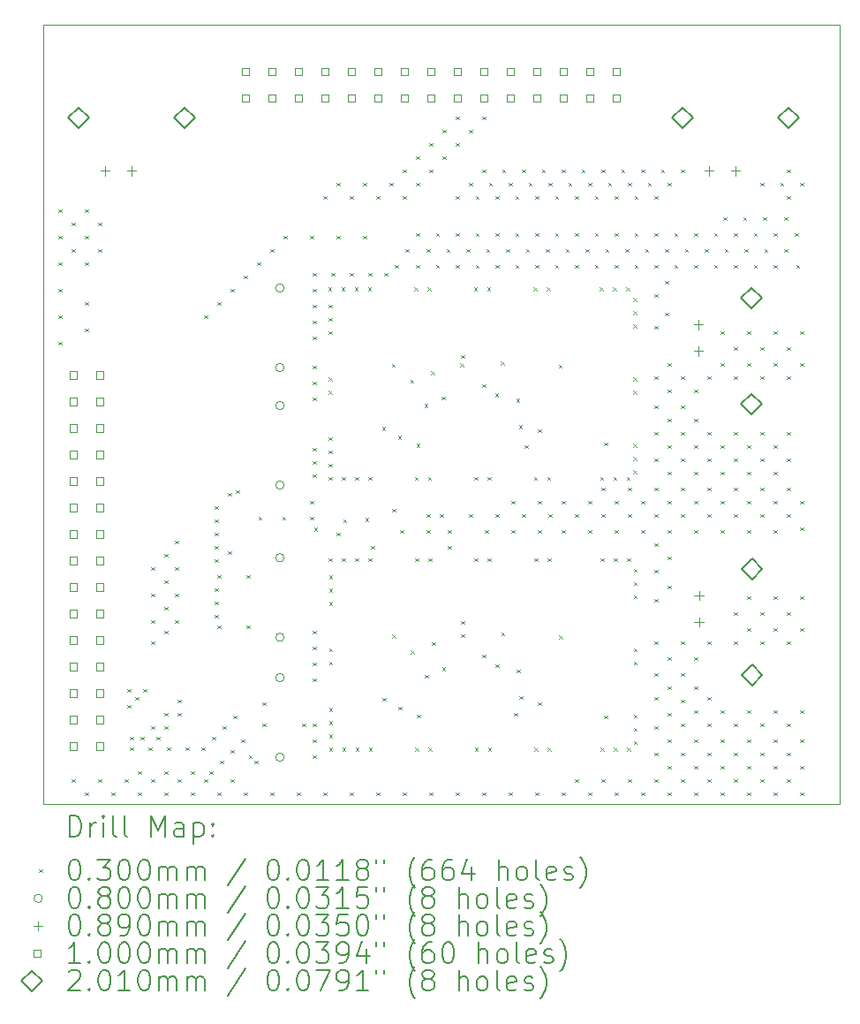
<source format=gbr>
%TF.GenerationSoftware,KiCad,Pcbnew,7.0.7*%
%TF.CreationDate,2023-12-28T09:15:23+02:00*%
%TF.ProjectId,AD3 Front End Amplifier,41443320-4672-46f6-9e74-20456e642041,rev?*%
%TF.SameCoordinates,Original*%
%TF.FileFunction,Drillmap*%
%TF.FilePolarity,Positive*%
%FSLAX45Y45*%
G04 Gerber Fmt 4.5, Leading zero omitted, Abs format (unit mm)*
G04 Created by KiCad (PCBNEW 7.0.7) date 2023-12-28 09:15:23*
%MOMM*%
%LPD*%
G01*
G04 APERTURE LIST*
%ADD10C,0.100000*%
%ADD11C,0.200000*%
%ADD12C,0.030000*%
%ADD13C,0.080000*%
%ADD14C,0.089000*%
%ADD15C,0.201000*%
G04 APERTURE END LIST*
D10*
X17489200Y-6223000D02*
X25127000Y-6223000D01*
X25127000Y-13683000D01*
X17489200Y-13683000D01*
X17489200Y-6223000D01*
D11*
D12*
X17638000Y-7986000D02*
X17668000Y-8016000D01*
X17668000Y-7986000D02*
X17638000Y-8016000D01*
X17638000Y-8240000D02*
X17668000Y-8270000D01*
X17668000Y-8240000D02*
X17638000Y-8270000D01*
X17638000Y-8494000D02*
X17668000Y-8524000D01*
X17668000Y-8494000D02*
X17638000Y-8524000D01*
X17638000Y-8748000D02*
X17668000Y-8778000D01*
X17668000Y-8748000D02*
X17638000Y-8778000D01*
X17638000Y-9002000D02*
X17668000Y-9032000D01*
X17668000Y-9002000D02*
X17638000Y-9032000D01*
X17638000Y-9256000D02*
X17668000Y-9286000D01*
X17668000Y-9256000D02*
X17638000Y-9286000D01*
X17765000Y-8113000D02*
X17795000Y-8143000D01*
X17795000Y-8113000D02*
X17765000Y-8143000D01*
X17765000Y-8367000D02*
X17795000Y-8397000D01*
X17795000Y-8367000D02*
X17765000Y-8397000D01*
X17765000Y-13447000D02*
X17795000Y-13477000D01*
X17795000Y-13447000D02*
X17765000Y-13477000D01*
X17892000Y-7986000D02*
X17922000Y-8016000D01*
X17922000Y-7986000D02*
X17892000Y-8016000D01*
X17892000Y-8240000D02*
X17922000Y-8270000D01*
X17922000Y-8240000D02*
X17892000Y-8270000D01*
X17892000Y-8494000D02*
X17922000Y-8524000D01*
X17922000Y-8494000D02*
X17892000Y-8524000D01*
X17892000Y-8875000D02*
X17922000Y-8905000D01*
X17922000Y-8875000D02*
X17892000Y-8905000D01*
X17892000Y-9129000D02*
X17922000Y-9159000D01*
X17922000Y-9129000D02*
X17892000Y-9159000D01*
X17892000Y-13574000D02*
X17922000Y-13604000D01*
X17922000Y-13574000D02*
X17892000Y-13604000D01*
X18019000Y-8113000D02*
X18049000Y-8143000D01*
X18049000Y-8113000D02*
X18019000Y-8143000D01*
X18019000Y-8367000D02*
X18049000Y-8397000D01*
X18049000Y-8367000D02*
X18019000Y-8397000D01*
X18019000Y-13447000D02*
X18049000Y-13477000D01*
X18049000Y-13447000D02*
X18019000Y-13477000D01*
X18146000Y-13574000D02*
X18176000Y-13604000D01*
X18176000Y-13574000D02*
X18146000Y-13604000D01*
X18273000Y-13447000D02*
X18303000Y-13477000D01*
X18303000Y-13447000D02*
X18273000Y-13477000D01*
X18298400Y-12583400D02*
X18328400Y-12613400D01*
X18328400Y-12583400D02*
X18298400Y-12613400D01*
X18298400Y-12735800D02*
X18328400Y-12765800D01*
X18328400Y-12735800D02*
X18298400Y-12765800D01*
X18323800Y-13040600D02*
X18353800Y-13070600D01*
X18353800Y-13040600D02*
X18323800Y-13070600D01*
X18323800Y-13142200D02*
X18353800Y-13172200D01*
X18353800Y-13142200D02*
X18323800Y-13172200D01*
X18374600Y-12659600D02*
X18404600Y-12689600D01*
X18404600Y-12659600D02*
X18374600Y-12689600D01*
X18400000Y-13370800D02*
X18430000Y-13400800D01*
X18430000Y-13370800D02*
X18400000Y-13400800D01*
X18400000Y-13574000D02*
X18430000Y-13604000D01*
X18430000Y-13574000D02*
X18400000Y-13604000D01*
X18425400Y-13040600D02*
X18455400Y-13070600D01*
X18455400Y-13040600D02*
X18425400Y-13070600D01*
X18450800Y-12583400D02*
X18480800Y-12613400D01*
X18480800Y-12583400D02*
X18450800Y-12613400D01*
X18501600Y-13142200D02*
X18531600Y-13172200D01*
X18531600Y-13142200D02*
X18501600Y-13172200D01*
X18527000Y-11415000D02*
X18557000Y-11445000D01*
X18557000Y-11415000D02*
X18527000Y-11445000D01*
X18527000Y-11669000D02*
X18557000Y-11699000D01*
X18557000Y-11669000D02*
X18527000Y-11699000D01*
X18527000Y-11923000D02*
X18557000Y-11953000D01*
X18557000Y-11923000D02*
X18527000Y-11953000D01*
X18527000Y-12126200D02*
X18557000Y-12156200D01*
X18557000Y-12126200D02*
X18527000Y-12156200D01*
X18527000Y-12939000D02*
X18557000Y-12969000D01*
X18557000Y-12939000D02*
X18527000Y-12969000D01*
X18527000Y-13447000D02*
X18557000Y-13477000D01*
X18557000Y-13447000D02*
X18527000Y-13477000D01*
X18577800Y-13040600D02*
X18607800Y-13070600D01*
X18607800Y-13040600D02*
X18577800Y-13070600D01*
X18654000Y-11288000D02*
X18684000Y-11318000D01*
X18684000Y-11288000D02*
X18654000Y-11318000D01*
X18654000Y-11542000D02*
X18684000Y-11572000D01*
X18684000Y-11542000D02*
X18654000Y-11572000D01*
X18654000Y-11796000D02*
X18684000Y-11826000D01*
X18684000Y-11796000D02*
X18654000Y-11826000D01*
X18654000Y-12024600D02*
X18684000Y-12054600D01*
X18684000Y-12024600D02*
X18654000Y-12054600D01*
X18654000Y-12812000D02*
X18684000Y-12842000D01*
X18684000Y-12812000D02*
X18654000Y-12842000D01*
X18654000Y-12939000D02*
X18684000Y-12969000D01*
X18684000Y-12939000D02*
X18654000Y-12969000D01*
X18654000Y-13370800D02*
X18684000Y-13400800D01*
X18684000Y-13370800D02*
X18654000Y-13400800D01*
X18654000Y-13574000D02*
X18684000Y-13604000D01*
X18684000Y-13574000D02*
X18654000Y-13604000D01*
X18679400Y-13142200D02*
X18709400Y-13172200D01*
X18709400Y-13142200D02*
X18679400Y-13172200D01*
X18755600Y-11161000D02*
X18785600Y-11191000D01*
X18785600Y-11161000D02*
X18755600Y-11191000D01*
X18755600Y-11415000D02*
X18785600Y-11445000D01*
X18785600Y-11415000D02*
X18755600Y-11445000D01*
X18755600Y-11669000D02*
X18785600Y-11699000D01*
X18785600Y-11669000D02*
X18755600Y-11699000D01*
X18755600Y-11923000D02*
X18785600Y-11953000D01*
X18785600Y-11923000D02*
X18755600Y-11953000D01*
X18781000Y-12685000D02*
X18811000Y-12715000D01*
X18811000Y-12685000D02*
X18781000Y-12715000D01*
X18781000Y-12812000D02*
X18811000Y-12842000D01*
X18811000Y-12812000D02*
X18781000Y-12842000D01*
X18781000Y-13447000D02*
X18811000Y-13477000D01*
X18811000Y-13447000D02*
X18781000Y-13477000D01*
X18857200Y-13142200D02*
X18887200Y-13172200D01*
X18887200Y-13142200D02*
X18857200Y-13172200D01*
X18908000Y-13370800D02*
X18938000Y-13400800D01*
X18938000Y-13370800D02*
X18908000Y-13400800D01*
X18908000Y-13574000D02*
X18938000Y-13604000D01*
X18938000Y-13574000D02*
X18908000Y-13604000D01*
X19009600Y-13142200D02*
X19039600Y-13172200D01*
X19039600Y-13142200D02*
X19009600Y-13172200D01*
X19035000Y-9002000D02*
X19065000Y-9032000D01*
X19065000Y-9002000D02*
X19035000Y-9032000D01*
X19035000Y-13447000D02*
X19065000Y-13477000D01*
X19065000Y-13447000D02*
X19035000Y-13477000D01*
X19085800Y-13370800D02*
X19115800Y-13400800D01*
X19115800Y-13370800D02*
X19085800Y-13400800D01*
X19111200Y-13040600D02*
X19141200Y-13070600D01*
X19141200Y-13040600D02*
X19111200Y-13070600D01*
X19136600Y-10830800D02*
X19166600Y-10860800D01*
X19166600Y-10830800D02*
X19136600Y-10860800D01*
X19136600Y-10957800D02*
X19166600Y-10987800D01*
X19166600Y-10957800D02*
X19136600Y-10987800D01*
X19136600Y-11084800D02*
X19166600Y-11114800D01*
X19166600Y-11084800D02*
X19136600Y-11114800D01*
X19136600Y-11211800D02*
X19166600Y-11241800D01*
X19166600Y-11211800D02*
X19136600Y-11241800D01*
X19136600Y-11338800D02*
X19166600Y-11368800D01*
X19166600Y-11338800D02*
X19136600Y-11368800D01*
X19136600Y-11618200D02*
X19166600Y-11648200D01*
X19166600Y-11618200D02*
X19136600Y-11648200D01*
X19136600Y-11745200D02*
X19166600Y-11775200D01*
X19166600Y-11745200D02*
X19136600Y-11775200D01*
X19136600Y-11872200D02*
X19166600Y-11902200D01*
X19166600Y-11872200D02*
X19136600Y-11902200D01*
X19162000Y-8875000D02*
X19192000Y-8905000D01*
X19192000Y-8875000D02*
X19162000Y-8905000D01*
X19162000Y-11491200D02*
X19192000Y-11521200D01*
X19192000Y-11491200D02*
X19162000Y-11521200D01*
X19162000Y-11973800D02*
X19192000Y-12003800D01*
X19192000Y-11973800D02*
X19162000Y-12003800D01*
X19162000Y-13574000D02*
X19192000Y-13604000D01*
X19192000Y-13574000D02*
X19162000Y-13604000D01*
X19187400Y-13269200D02*
X19217400Y-13299200D01*
X19217400Y-13269200D02*
X19187400Y-13299200D01*
X19212800Y-12939000D02*
X19242800Y-12969000D01*
X19242800Y-12939000D02*
X19212800Y-12969000D01*
X19263600Y-10703800D02*
X19293600Y-10733800D01*
X19293600Y-10703800D02*
X19263600Y-10733800D01*
X19263600Y-11262600D02*
X19293600Y-11292600D01*
X19293600Y-11262600D02*
X19263600Y-11292600D01*
X19289000Y-8748000D02*
X19319000Y-8778000D01*
X19319000Y-8748000D02*
X19289000Y-8778000D01*
X19289000Y-13167600D02*
X19319000Y-13197600D01*
X19319000Y-13167600D02*
X19289000Y-13197600D01*
X19289000Y-13447000D02*
X19319000Y-13477000D01*
X19319000Y-13447000D02*
X19289000Y-13477000D01*
X19314400Y-12837400D02*
X19344400Y-12867400D01*
X19344400Y-12837400D02*
X19314400Y-12867400D01*
X19339800Y-10678400D02*
X19369800Y-10708400D01*
X19369800Y-10678400D02*
X19339800Y-10708400D01*
X19390600Y-13066000D02*
X19420600Y-13096000D01*
X19420600Y-13066000D02*
X19390600Y-13096000D01*
X19416000Y-8621000D02*
X19446000Y-8651000D01*
X19446000Y-8621000D02*
X19416000Y-8651000D01*
X19416000Y-13574000D02*
X19446000Y-13604000D01*
X19446000Y-13574000D02*
X19416000Y-13604000D01*
X19441400Y-11491200D02*
X19471400Y-11521200D01*
X19471400Y-11491200D02*
X19441400Y-11521200D01*
X19441400Y-11973800D02*
X19471400Y-12003800D01*
X19471400Y-11973800D02*
X19441400Y-12003800D01*
X19462650Y-13218400D02*
X19492650Y-13248400D01*
X19492650Y-13218400D02*
X19462650Y-13248400D01*
X19517600Y-13269200D02*
X19547600Y-13299200D01*
X19547600Y-13269200D02*
X19517600Y-13299200D01*
X19543000Y-8494000D02*
X19573000Y-8524000D01*
X19573000Y-8494000D02*
X19543000Y-8524000D01*
X19555700Y-10932400D02*
X19585700Y-10962400D01*
X19585700Y-10932400D02*
X19555700Y-10962400D01*
X19593800Y-12710400D02*
X19623800Y-12740400D01*
X19623800Y-12710400D02*
X19593800Y-12740400D01*
X19593800Y-12913600D02*
X19623800Y-12943600D01*
X19623800Y-12913600D02*
X19593800Y-12943600D01*
X19670000Y-8367000D02*
X19700000Y-8397000D01*
X19700000Y-8367000D02*
X19670000Y-8397000D01*
X19670000Y-13574000D02*
X19700000Y-13604000D01*
X19700000Y-13574000D02*
X19670000Y-13604000D01*
X19784300Y-10932400D02*
X19814300Y-10962400D01*
X19814300Y-10932400D02*
X19784300Y-10962400D01*
X19797000Y-8240000D02*
X19827000Y-8270000D01*
X19827000Y-8240000D02*
X19797000Y-8270000D01*
X19924000Y-13574000D02*
X19954000Y-13604000D01*
X19954000Y-13574000D02*
X19924000Y-13604000D01*
X19974800Y-12913600D02*
X20004800Y-12943600D01*
X20004800Y-12913600D02*
X19974800Y-12943600D01*
X20051000Y-8240000D02*
X20081000Y-8270000D01*
X20081000Y-8240000D02*
X20051000Y-8270000D01*
X20051000Y-10780000D02*
X20081000Y-10810000D01*
X20081000Y-10780000D02*
X20051000Y-10810000D01*
X20051000Y-10932400D02*
X20081000Y-10962400D01*
X20081000Y-10932400D02*
X20051000Y-10962400D01*
X20076400Y-8595600D02*
X20106400Y-8625600D01*
X20106400Y-8595600D02*
X20076400Y-8625600D01*
X20076400Y-8748000D02*
X20106400Y-8778000D01*
X20106400Y-8748000D02*
X20076400Y-8778000D01*
X20076400Y-8900400D02*
X20106400Y-8930400D01*
X20106400Y-8900400D02*
X20076400Y-8930400D01*
X20076400Y-9052800D02*
X20106400Y-9082800D01*
X20106400Y-9052800D02*
X20076400Y-9082800D01*
X20076400Y-9205200D02*
X20106400Y-9235200D01*
X20106400Y-9205200D02*
X20076400Y-9235200D01*
X20076400Y-9484600D02*
X20106400Y-9514600D01*
X20106400Y-9484600D02*
X20076400Y-9514600D01*
X20076400Y-9637000D02*
X20106400Y-9667000D01*
X20106400Y-9637000D02*
X20076400Y-9667000D01*
X20076400Y-9789400D02*
X20106400Y-9819400D01*
X20106400Y-9789400D02*
X20076400Y-9819400D01*
X20076400Y-10272000D02*
X20106400Y-10302000D01*
X20106400Y-10272000D02*
X20076400Y-10302000D01*
X20076400Y-10399000D02*
X20106400Y-10429000D01*
X20106400Y-10399000D02*
X20076400Y-10429000D01*
X20076400Y-10526000D02*
X20106400Y-10556000D01*
X20106400Y-10526000D02*
X20076400Y-10556000D01*
X20076400Y-12024600D02*
X20106400Y-12054600D01*
X20106400Y-12024600D02*
X20076400Y-12054600D01*
X20076400Y-12177000D02*
X20106400Y-12207000D01*
X20106400Y-12177000D02*
X20076400Y-12207000D01*
X20076400Y-12329400D02*
X20106400Y-12359400D01*
X20106400Y-12329400D02*
X20076400Y-12359400D01*
X20076400Y-12481800D02*
X20106400Y-12511800D01*
X20106400Y-12481800D02*
X20076400Y-12511800D01*
X20076400Y-12913600D02*
X20106400Y-12943600D01*
X20106400Y-12913600D02*
X20076400Y-12943600D01*
X20076400Y-13066000D02*
X20106400Y-13096000D01*
X20106400Y-13066000D02*
X20076400Y-13096000D01*
X20076400Y-13218400D02*
X20106400Y-13248400D01*
X20106400Y-13218400D02*
X20076400Y-13248400D01*
X20089100Y-11039950D02*
X20119100Y-11069950D01*
X20119100Y-11039950D02*
X20089100Y-11069950D01*
X20178000Y-7859000D02*
X20208000Y-7889000D01*
X20208000Y-7859000D02*
X20178000Y-7889000D01*
X20178000Y-13574000D02*
X20208000Y-13604000D01*
X20208000Y-13574000D02*
X20178000Y-13604000D01*
X20226260Y-8734280D02*
X20256260Y-8764280D01*
X20256260Y-8734280D02*
X20226260Y-8764280D01*
X20226260Y-8734280D02*
X20256260Y-8764280D01*
X20256260Y-8734280D02*
X20226260Y-8764280D01*
X20228800Y-8901920D02*
X20258800Y-8931920D01*
X20258800Y-8901920D02*
X20228800Y-8931920D01*
X20228800Y-8901920D02*
X20258800Y-8931920D01*
X20258800Y-8901920D02*
X20228800Y-8931920D01*
X20228800Y-9028920D02*
X20258800Y-9058920D01*
X20258800Y-9028920D02*
X20228800Y-9058920D01*
X20228800Y-9028920D02*
X20258800Y-9058920D01*
X20258800Y-9028920D02*
X20228800Y-9058920D01*
X20228800Y-9155920D02*
X20258800Y-9185920D01*
X20258800Y-9155920D02*
X20228800Y-9185920D01*
X20228800Y-9155920D02*
X20258800Y-9185920D01*
X20258800Y-9155920D02*
X20228800Y-9185920D01*
X20228800Y-9600420D02*
X20258800Y-9630420D01*
X20258800Y-9600420D02*
X20228800Y-9630420D01*
X20228800Y-9600420D02*
X20258800Y-9630420D01*
X20258800Y-9600420D02*
X20228800Y-9630420D01*
X20228800Y-9727420D02*
X20258800Y-9757420D01*
X20258800Y-9727420D02*
X20228800Y-9757420D01*
X20228800Y-9727420D02*
X20258800Y-9757420D01*
X20258800Y-9727420D02*
X20228800Y-9757420D01*
X20228800Y-10171920D02*
X20258800Y-10201920D01*
X20258800Y-10171920D02*
X20228800Y-10201920D01*
X20228800Y-10171920D02*
X20258800Y-10201920D01*
X20258800Y-10171920D02*
X20228800Y-10201920D01*
X20228800Y-10298920D02*
X20258800Y-10328920D01*
X20258800Y-10298920D02*
X20228800Y-10328920D01*
X20228800Y-10298920D02*
X20258800Y-10328920D01*
X20258800Y-10298920D02*
X20228800Y-10328920D01*
X20228800Y-10425920D02*
X20258800Y-10455920D01*
X20258800Y-10425920D02*
X20228800Y-10455920D01*
X20228800Y-10425920D02*
X20258800Y-10455920D01*
X20258800Y-10425920D02*
X20228800Y-10455920D01*
X20228800Y-10552920D02*
X20258800Y-10582920D01*
X20258800Y-10552920D02*
X20228800Y-10582920D01*
X20228800Y-10552920D02*
X20258800Y-10582920D01*
X20258800Y-10552920D02*
X20228800Y-10582920D01*
X20231340Y-11330120D02*
X20261340Y-11360120D01*
X20261340Y-11330120D02*
X20231340Y-11360120D01*
X20231340Y-11330120D02*
X20261340Y-11360120D01*
X20261340Y-11330120D02*
X20231340Y-11360120D01*
X20233880Y-11497760D02*
X20263880Y-11527760D01*
X20263880Y-11497760D02*
X20233880Y-11527760D01*
X20233880Y-11497760D02*
X20263880Y-11527760D01*
X20263880Y-11497760D02*
X20233880Y-11527760D01*
X20233880Y-11624760D02*
X20263880Y-11654760D01*
X20263880Y-11624760D02*
X20233880Y-11654760D01*
X20233880Y-11624760D02*
X20263880Y-11654760D01*
X20263880Y-11624760D02*
X20233880Y-11654760D01*
X20233880Y-11751760D02*
X20263880Y-11781760D01*
X20263880Y-11751760D02*
X20233880Y-11781760D01*
X20233880Y-11751760D02*
X20263880Y-11781760D01*
X20263880Y-11751760D02*
X20233880Y-11781760D01*
X20233880Y-12196260D02*
X20263880Y-12226260D01*
X20263880Y-12196260D02*
X20233880Y-12226260D01*
X20233880Y-12196260D02*
X20263880Y-12226260D01*
X20263880Y-12196260D02*
X20233880Y-12226260D01*
X20233880Y-12323260D02*
X20263880Y-12353260D01*
X20263880Y-12323260D02*
X20233880Y-12353260D01*
X20233880Y-12323260D02*
X20263880Y-12353260D01*
X20263880Y-12323260D02*
X20233880Y-12353260D01*
X20233880Y-12767760D02*
X20263880Y-12797760D01*
X20263880Y-12767760D02*
X20233880Y-12797760D01*
X20233880Y-12767760D02*
X20263880Y-12797760D01*
X20263880Y-12767760D02*
X20233880Y-12797760D01*
X20233880Y-12894760D02*
X20263880Y-12924760D01*
X20263880Y-12894760D02*
X20233880Y-12924760D01*
X20233880Y-12894760D02*
X20263880Y-12924760D01*
X20263880Y-12894760D02*
X20233880Y-12924760D01*
X20233880Y-13021760D02*
X20263880Y-13051760D01*
X20263880Y-13021760D02*
X20233880Y-13051760D01*
X20233880Y-13021760D02*
X20263880Y-13051760D01*
X20263880Y-13021760D02*
X20233880Y-13051760D01*
X20233880Y-13148760D02*
X20263880Y-13178760D01*
X20263880Y-13148760D02*
X20233880Y-13178760D01*
X20233880Y-13148760D02*
X20263880Y-13178760D01*
X20263880Y-13148760D02*
X20233880Y-13178760D01*
X20254200Y-8595600D02*
X20284200Y-8625600D01*
X20284200Y-8595600D02*
X20254200Y-8625600D01*
X20305000Y-7732000D02*
X20335000Y-7762000D01*
X20335000Y-7732000D02*
X20305000Y-7762000D01*
X20305000Y-8240000D02*
X20335000Y-8270000D01*
X20335000Y-8240000D02*
X20305000Y-8270000D01*
X20305000Y-11084800D02*
X20335000Y-11114800D01*
X20335000Y-11084800D02*
X20305000Y-11114800D01*
X20353260Y-8734280D02*
X20383260Y-8764280D01*
X20383260Y-8734280D02*
X20353260Y-8764280D01*
X20353260Y-8734280D02*
X20383260Y-8764280D01*
X20383260Y-8734280D02*
X20353260Y-8764280D01*
X20355800Y-10552920D02*
X20385800Y-10582920D01*
X20385800Y-10552920D02*
X20355800Y-10582920D01*
X20355800Y-10552920D02*
X20385800Y-10582920D01*
X20385800Y-10552920D02*
X20355800Y-10582920D01*
X20358340Y-11330120D02*
X20388340Y-11360120D01*
X20388340Y-11330120D02*
X20358340Y-11360120D01*
X20358340Y-11330120D02*
X20388340Y-11360120D01*
X20388340Y-11330120D02*
X20358340Y-11360120D01*
X20360880Y-13148760D02*
X20390880Y-13178760D01*
X20390880Y-13148760D02*
X20360880Y-13178760D01*
X20360880Y-13148760D02*
X20390880Y-13178760D01*
X20390880Y-13148760D02*
X20360880Y-13178760D01*
X20368500Y-10957800D02*
X20398500Y-10987800D01*
X20398500Y-10957800D02*
X20368500Y-10987800D01*
X20432000Y-7859000D02*
X20462000Y-7889000D01*
X20462000Y-7859000D02*
X20432000Y-7889000D01*
X20432000Y-8595600D02*
X20462000Y-8625600D01*
X20462000Y-8595600D02*
X20432000Y-8625600D01*
X20432000Y-13574000D02*
X20462000Y-13604000D01*
X20462000Y-13574000D02*
X20432000Y-13604000D01*
X20480260Y-8734280D02*
X20510260Y-8764280D01*
X20510260Y-8734280D02*
X20480260Y-8764280D01*
X20480260Y-8734280D02*
X20510260Y-8764280D01*
X20510260Y-8734280D02*
X20480260Y-8764280D01*
X20482800Y-10552920D02*
X20512800Y-10582920D01*
X20512800Y-10552920D02*
X20482800Y-10582920D01*
X20482800Y-10552920D02*
X20512800Y-10582920D01*
X20512800Y-10552920D02*
X20482800Y-10582920D01*
X20485340Y-11330120D02*
X20515340Y-11360120D01*
X20515340Y-11330120D02*
X20485340Y-11360120D01*
X20485340Y-11330120D02*
X20515340Y-11360120D01*
X20515340Y-11330120D02*
X20485340Y-11360120D01*
X20487880Y-13148760D02*
X20517880Y-13178760D01*
X20517880Y-13148760D02*
X20487880Y-13178760D01*
X20487880Y-13148760D02*
X20517880Y-13178760D01*
X20517880Y-13148760D02*
X20487880Y-13178760D01*
X20559000Y-7732000D02*
X20589000Y-7762000D01*
X20589000Y-7732000D02*
X20559000Y-7762000D01*
X20559000Y-8240000D02*
X20589000Y-8270000D01*
X20589000Y-8240000D02*
X20559000Y-8270000D01*
X20581250Y-10945100D02*
X20611250Y-10975100D01*
X20611250Y-10945100D02*
X20581250Y-10975100D01*
X20607260Y-8734280D02*
X20637260Y-8764280D01*
X20637260Y-8734280D02*
X20607260Y-8764280D01*
X20607260Y-8734280D02*
X20637260Y-8764280D01*
X20637260Y-8734280D02*
X20607260Y-8764280D01*
X20609800Y-8595600D02*
X20639800Y-8625600D01*
X20639800Y-8595600D02*
X20609800Y-8625600D01*
X20609800Y-10552920D02*
X20639800Y-10582920D01*
X20639800Y-10552920D02*
X20609800Y-10582920D01*
X20609800Y-10552920D02*
X20639800Y-10582920D01*
X20639800Y-10552920D02*
X20609800Y-10582920D01*
X20612340Y-11330120D02*
X20642340Y-11360120D01*
X20642340Y-11330120D02*
X20612340Y-11360120D01*
X20612340Y-11330120D02*
X20642340Y-11360120D01*
X20642340Y-11330120D02*
X20612340Y-11360120D01*
X20614880Y-13148760D02*
X20644880Y-13178760D01*
X20644880Y-13148760D02*
X20614880Y-13178760D01*
X20614880Y-13148760D02*
X20644880Y-13178760D01*
X20644880Y-13148760D02*
X20614880Y-13178760D01*
X20635200Y-11211800D02*
X20665200Y-11241800D01*
X20665200Y-11211800D02*
X20635200Y-11241800D01*
X20686000Y-7859000D02*
X20716000Y-7889000D01*
X20716000Y-7859000D02*
X20686000Y-7889000D01*
X20686000Y-13574000D02*
X20716000Y-13604000D01*
X20716000Y-13574000D02*
X20686000Y-13604000D01*
X20740765Y-10072860D02*
X20770765Y-10102860D01*
X20770765Y-10072860D02*
X20740765Y-10102860D01*
X20745845Y-12668700D02*
X20775845Y-12698700D01*
X20775845Y-12668700D02*
X20745845Y-12698700D01*
X20762200Y-8595600D02*
X20792200Y-8625600D01*
X20792200Y-8595600D02*
X20762200Y-8625600D01*
X20813000Y-7732000D02*
X20843000Y-7762000D01*
X20843000Y-7732000D02*
X20813000Y-7762000D01*
X20834905Y-9466820D02*
X20864905Y-9496820D01*
X20864905Y-9466820D02*
X20834905Y-9496820D01*
X20834905Y-9466820D02*
X20864905Y-9496820D01*
X20864905Y-9466820D02*
X20834905Y-9496820D01*
X20838400Y-10856200D02*
X20868400Y-10886200D01*
X20868400Y-10856200D02*
X20838400Y-10886200D01*
X20839985Y-12062660D02*
X20869985Y-12092660D01*
X20869985Y-12062660D02*
X20839985Y-12092660D01*
X20839985Y-12062660D02*
X20869985Y-12092660D01*
X20869985Y-12062660D02*
X20839985Y-12092660D01*
X20863800Y-8519400D02*
X20893800Y-8549400D01*
X20893800Y-8519400D02*
X20863800Y-8549400D01*
X20892210Y-10156680D02*
X20922210Y-10186680D01*
X20922210Y-10156680D02*
X20892210Y-10186680D01*
X20892210Y-10156680D02*
X20922210Y-10186680D01*
X20922210Y-10156680D02*
X20892210Y-10186680D01*
X20897290Y-12752520D02*
X20927290Y-12782520D01*
X20927290Y-12752520D02*
X20897290Y-12782520D01*
X20897290Y-12752520D02*
X20927290Y-12782520D01*
X20927290Y-12752520D02*
X20897290Y-12782520D01*
X20914600Y-11059400D02*
X20944600Y-11089400D01*
X20944600Y-11059400D02*
X20914600Y-11089400D01*
X20940000Y-7605000D02*
X20970000Y-7635000D01*
X20970000Y-7605000D02*
X20940000Y-7635000D01*
X20940000Y-7859000D02*
X20970000Y-7889000D01*
X20970000Y-7859000D02*
X20940000Y-7889000D01*
X20940000Y-13574000D02*
X20970000Y-13604000D01*
X20970000Y-13574000D02*
X20940000Y-13604000D01*
X20965400Y-8367000D02*
X20995400Y-8397000D01*
X20995400Y-8367000D02*
X20965400Y-8397000D01*
X21011120Y-9621760D02*
X21041120Y-9651760D01*
X21041120Y-9621760D02*
X21011120Y-9651760D01*
X21016200Y-12217600D02*
X21046200Y-12247600D01*
X21046200Y-12217600D02*
X21016200Y-12247600D01*
X21051760Y-8734280D02*
X21081760Y-8764280D01*
X21081760Y-8734280D02*
X21051760Y-8764280D01*
X21051760Y-8734280D02*
X21081760Y-8764280D01*
X21081760Y-8734280D02*
X21051760Y-8764280D01*
X21054300Y-10552920D02*
X21084300Y-10582920D01*
X21084300Y-10552920D02*
X21054300Y-10582920D01*
X21054300Y-10552920D02*
X21084300Y-10582920D01*
X21084300Y-10552920D02*
X21054300Y-10582920D01*
X21056840Y-11330120D02*
X21086840Y-11360120D01*
X21086840Y-11330120D02*
X21056840Y-11360120D01*
X21056840Y-11330120D02*
X21086840Y-11360120D01*
X21086840Y-11330120D02*
X21056840Y-11360120D01*
X21059380Y-13148760D02*
X21089380Y-13178760D01*
X21089380Y-13148760D02*
X21059380Y-13178760D01*
X21059380Y-13148760D02*
X21089380Y-13178760D01*
X21089380Y-13148760D02*
X21059380Y-13178760D01*
X21067000Y-7478000D02*
X21097000Y-7508000D01*
X21097000Y-7478000D02*
X21067000Y-7508000D01*
X21067000Y-7732000D02*
X21097000Y-7762000D01*
X21097000Y-7732000D02*
X21067000Y-7762000D01*
X21067000Y-8214600D02*
X21097000Y-8244600D01*
X21097000Y-8214600D02*
X21067000Y-8244600D01*
X21067000Y-8519400D02*
X21097000Y-8549400D01*
X21097000Y-8519400D02*
X21067000Y-8549400D01*
X21070010Y-10232880D02*
X21100010Y-10262880D01*
X21100010Y-10232880D02*
X21070010Y-10262880D01*
X21070010Y-10232880D02*
X21100010Y-10262880D01*
X21100010Y-10232880D02*
X21070010Y-10262880D01*
X21075090Y-12828720D02*
X21105090Y-12858720D01*
X21105090Y-12828720D02*
X21075090Y-12858720D01*
X21075090Y-12828720D02*
X21105090Y-12858720D01*
X21105090Y-12828720D02*
X21075090Y-12858720D01*
X21146210Y-9851880D02*
X21176210Y-9881880D01*
X21176210Y-9851880D02*
X21146210Y-9881880D01*
X21146210Y-9851880D02*
X21176210Y-9881880D01*
X21176210Y-9851880D02*
X21146210Y-9881880D01*
X21151290Y-12447720D02*
X21181290Y-12477720D01*
X21181290Y-12447720D02*
X21151290Y-12477720D01*
X21151290Y-12447720D02*
X21181290Y-12477720D01*
X21181290Y-12447720D02*
X21151290Y-12477720D01*
X21168600Y-8367000D02*
X21198600Y-8397000D01*
X21198600Y-8367000D02*
X21168600Y-8397000D01*
X21168600Y-10907000D02*
X21198600Y-10937000D01*
X21198600Y-10907000D02*
X21168600Y-10937000D01*
X21168600Y-11059400D02*
X21198600Y-11089400D01*
X21198600Y-11059400D02*
X21168600Y-11089400D01*
X21178760Y-8734280D02*
X21208760Y-8764280D01*
X21208760Y-8734280D02*
X21178760Y-8764280D01*
X21178760Y-8734280D02*
X21208760Y-8764280D01*
X21208760Y-8734280D02*
X21178760Y-8764280D01*
X21181300Y-10552920D02*
X21211300Y-10582920D01*
X21211300Y-10552920D02*
X21181300Y-10582920D01*
X21181300Y-10552920D02*
X21211300Y-10582920D01*
X21211300Y-10552920D02*
X21181300Y-10582920D01*
X21183840Y-11330120D02*
X21213840Y-11360120D01*
X21213840Y-11330120D02*
X21183840Y-11360120D01*
X21183840Y-11330120D02*
X21213840Y-11360120D01*
X21213840Y-11330120D02*
X21183840Y-11360120D01*
X21186380Y-13148760D02*
X21216380Y-13178760D01*
X21216380Y-13148760D02*
X21186380Y-13178760D01*
X21186380Y-13148760D02*
X21216380Y-13178760D01*
X21216380Y-13148760D02*
X21186380Y-13178760D01*
X21194000Y-7351000D02*
X21224000Y-7381000D01*
X21224000Y-7351000D02*
X21194000Y-7381000D01*
X21194000Y-7605000D02*
X21224000Y-7635000D01*
X21224000Y-7605000D02*
X21194000Y-7635000D01*
X21194000Y-13574000D02*
X21224000Y-13604000D01*
X21224000Y-13574000D02*
X21194000Y-13604000D01*
X21213365Y-9540480D02*
X21243365Y-9570480D01*
X21243365Y-9540480D02*
X21213365Y-9570480D01*
X21213365Y-9540480D02*
X21243365Y-9570480D01*
X21243365Y-9540480D02*
X21213365Y-9570480D01*
X21218445Y-12136320D02*
X21248445Y-12166320D01*
X21248445Y-12136320D02*
X21218445Y-12166320D01*
X21218445Y-12136320D02*
X21248445Y-12166320D01*
X21248445Y-12136320D02*
X21218445Y-12166320D01*
X21257500Y-8214600D02*
X21287500Y-8244600D01*
X21287500Y-8214600D02*
X21257500Y-8244600D01*
X21257500Y-8519400D02*
X21287500Y-8549400D01*
X21287500Y-8519400D02*
X21257500Y-8549400D01*
X21295600Y-10907000D02*
X21325600Y-10937000D01*
X21325600Y-10907000D02*
X21295600Y-10937000D01*
X21312265Y-9780760D02*
X21342265Y-9810760D01*
X21342265Y-9780760D02*
X21312265Y-9810760D01*
X21317345Y-12376600D02*
X21347345Y-12406600D01*
X21347345Y-12376600D02*
X21317345Y-12406600D01*
X21321000Y-7224000D02*
X21351000Y-7254000D01*
X21351000Y-7224000D02*
X21321000Y-7254000D01*
X21321000Y-7478000D02*
X21351000Y-7508000D01*
X21351000Y-7478000D02*
X21321000Y-7508000D01*
X21359100Y-8367000D02*
X21389100Y-8397000D01*
X21389100Y-8367000D02*
X21359100Y-8397000D01*
X21371800Y-11059400D02*
X21401800Y-11089400D01*
X21401800Y-11059400D02*
X21371800Y-11089400D01*
X21371800Y-11211800D02*
X21401800Y-11241800D01*
X21401800Y-11211800D02*
X21371800Y-11241800D01*
X21448000Y-7097000D02*
X21478000Y-7127000D01*
X21478000Y-7097000D02*
X21448000Y-7127000D01*
X21448000Y-7351000D02*
X21478000Y-7381000D01*
X21478000Y-7351000D02*
X21448000Y-7381000D01*
X21448000Y-7859000D02*
X21478000Y-7889000D01*
X21478000Y-7859000D02*
X21448000Y-7889000D01*
X21448000Y-8214600D02*
X21478000Y-8244600D01*
X21478000Y-8214600D02*
X21448000Y-8244600D01*
X21448000Y-8519400D02*
X21478000Y-8549400D01*
X21478000Y-8519400D02*
X21448000Y-8549400D01*
X21448000Y-13574000D02*
X21478000Y-13604000D01*
X21478000Y-13574000D02*
X21448000Y-13604000D01*
X21492765Y-9464280D02*
X21522765Y-9494280D01*
X21522765Y-9464280D02*
X21492765Y-9494280D01*
X21492765Y-9464280D02*
X21522765Y-9494280D01*
X21522765Y-9464280D02*
X21492765Y-9494280D01*
X21497845Y-12060120D02*
X21527845Y-12090120D01*
X21527845Y-12060120D02*
X21497845Y-12090120D01*
X21497845Y-12060120D02*
X21527845Y-12090120D01*
X21527845Y-12060120D02*
X21497845Y-12090120D01*
X21498800Y-9383000D02*
X21528800Y-9413000D01*
X21528800Y-9383000D02*
X21498800Y-9413000D01*
X21498800Y-11933120D02*
X21528800Y-11963120D01*
X21528800Y-11933120D02*
X21498800Y-11963120D01*
X21549600Y-8367000D02*
X21579600Y-8397000D01*
X21579600Y-8367000D02*
X21549600Y-8397000D01*
X21575000Y-7224000D02*
X21605000Y-7254000D01*
X21605000Y-7224000D02*
X21575000Y-7254000D01*
X21575000Y-7732000D02*
X21605000Y-7762000D01*
X21605000Y-7732000D02*
X21575000Y-7762000D01*
X21575000Y-10907000D02*
X21605000Y-10937000D01*
X21605000Y-10907000D02*
X21575000Y-10937000D01*
X21623260Y-8734280D02*
X21653260Y-8764280D01*
X21653260Y-8734280D02*
X21623260Y-8764280D01*
X21623260Y-8734280D02*
X21653260Y-8764280D01*
X21653260Y-8734280D02*
X21623260Y-8764280D01*
X21625800Y-10552920D02*
X21655800Y-10582920D01*
X21655800Y-10552920D02*
X21625800Y-10582920D01*
X21625800Y-10552920D02*
X21655800Y-10582920D01*
X21655800Y-10552920D02*
X21625800Y-10582920D01*
X21628340Y-11330120D02*
X21658340Y-11360120D01*
X21658340Y-11330120D02*
X21628340Y-11360120D01*
X21628340Y-11330120D02*
X21658340Y-11360120D01*
X21658340Y-11330120D02*
X21628340Y-11360120D01*
X21630880Y-13148760D02*
X21660880Y-13178760D01*
X21660880Y-13148760D02*
X21630880Y-13178760D01*
X21630880Y-13148760D02*
X21660880Y-13178760D01*
X21660880Y-13148760D02*
X21630880Y-13178760D01*
X21638500Y-7859000D02*
X21668500Y-7889000D01*
X21668500Y-7859000D02*
X21638500Y-7889000D01*
X21638500Y-8214600D02*
X21668500Y-8244600D01*
X21668500Y-8214600D02*
X21638500Y-8244600D01*
X21638500Y-8519400D02*
X21668500Y-8549400D01*
X21668500Y-8519400D02*
X21638500Y-8549400D01*
X21702000Y-7097000D02*
X21732000Y-7127000D01*
X21732000Y-7097000D02*
X21702000Y-7127000D01*
X21702000Y-7605000D02*
X21732000Y-7635000D01*
X21732000Y-7605000D02*
X21702000Y-7635000D01*
X21702000Y-9662400D02*
X21732000Y-9692400D01*
X21732000Y-9662400D02*
X21702000Y-9692400D01*
X21702000Y-12253200D02*
X21732000Y-12283200D01*
X21732000Y-12253200D02*
X21702000Y-12283200D01*
X21702000Y-13574000D02*
X21732000Y-13604000D01*
X21732000Y-13574000D02*
X21702000Y-13604000D01*
X21727400Y-11059400D02*
X21757400Y-11089400D01*
X21757400Y-11059400D02*
X21727400Y-11089400D01*
X21740100Y-8367000D02*
X21770100Y-8397000D01*
X21770100Y-8367000D02*
X21740100Y-8397000D01*
X21750260Y-8734280D02*
X21780260Y-8764280D01*
X21780260Y-8734280D02*
X21750260Y-8764280D01*
X21750260Y-8734280D02*
X21780260Y-8764280D01*
X21780260Y-8734280D02*
X21750260Y-8764280D01*
X21752800Y-10552920D02*
X21782800Y-10582920D01*
X21782800Y-10552920D02*
X21752800Y-10582920D01*
X21752800Y-10552920D02*
X21782800Y-10582920D01*
X21782800Y-10552920D02*
X21752800Y-10582920D01*
X21755340Y-11330120D02*
X21785340Y-11360120D01*
X21785340Y-11330120D02*
X21755340Y-11360120D01*
X21755340Y-11330120D02*
X21785340Y-11360120D01*
X21785340Y-11330120D02*
X21755340Y-11360120D01*
X21757880Y-13148760D02*
X21787880Y-13178760D01*
X21787880Y-13148760D02*
X21757880Y-13178760D01*
X21757880Y-13148760D02*
X21787880Y-13178760D01*
X21787880Y-13148760D02*
X21757880Y-13178760D01*
X21765500Y-7732000D02*
X21795500Y-7762000D01*
X21795500Y-7732000D02*
X21765500Y-7762000D01*
X21826460Y-9750280D02*
X21856460Y-9780280D01*
X21856460Y-9750280D02*
X21826460Y-9780280D01*
X21829000Y-7859000D02*
X21859000Y-7889000D01*
X21859000Y-7859000D02*
X21829000Y-7889000D01*
X21829000Y-8214600D02*
X21859000Y-8244600D01*
X21859000Y-8214600D02*
X21829000Y-8244600D01*
X21829000Y-8519400D02*
X21859000Y-8549400D01*
X21859000Y-8519400D02*
X21829000Y-8549400D01*
X21829000Y-10907000D02*
X21859000Y-10937000D01*
X21859000Y-10907000D02*
X21829000Y-10937000D01*
X21831540Y-12346120D02*
X21861540Y-12376120D01*
X21861540Y-12346120D02*
X21831540Y-12376120D01*
X21878860Y-9447080D02*
X21908860Y-9477080D01*
X21908860Y-9447080D02*
X21878860Y-9477080D01*
X21878860Y-9447080D02*
X21908860Y-9477080D01*
X21908860Y-9447080D02*
X21878860Y-9477080D01*
X21883940Y-12042920D02*
X21913940Y-12072920D01*
X21913940Y-12042920D02*
X21883940Y-12072920D01*
X21883940Y-12042920D02*
X21913940Y-12072920D01*
X21913940Y-12042920D02*
X21883940Y-12072920D01*
X21892500Y-7605000D02*
X21922500Y-7635000D01*
X21922500Y-7605000D02*
X21892500Y-7635000D01*
X21930600Y-8367000D02*
X21960600Y-8397000D01*
X21960600Y-8367000D02*
X21930600Y-8397000D01*
X21956000Y-7732000D02*
X21986000Y-7762000D01*
X21986000Y-7732000D02*
X21956000Y-7762000D01*
X21956000Y-13574000D02*
X21986000Y-13604000D01*
X21986000Y-13574000D02*
X21956000Y-13604000D01*
X21981400Y-10780000D02*
X22011400Y-10810000D01*
X22011400Y-10780000D02*
X21981400Y-10810000D01*
X21981400Y-11059400D02*
X22011400Y-11089400D01*
X22011400Y-11059400D02*
X21981400Y-11089400D01*
X22006800Y-12812000D02*
X22036800Y-12842000D01*
X22036800Y-12812000D02*
X22006800Y-12842000D01*
X22019500Y-7859000D02*
X22049500Y-7889000D01*
X22049500Y-7859000D02*
X22019500Y-7889000D01*
X22019500Y-8214600D02*
X22049500Y-8244600D01*
X22049500Y-8214600D02*
X22019500Y-8244600D01*
X22019500Y-8519400D02*
X22049500Y-8549400D01*
X22049500Y-8519400D02*
X22019500Y-8549400D01*
X22029660Y-9801080D02*
X22059660Y-9831080D01*
X22059660Y-9801080D02*
X22029660Y-9831080D01*
X22034740Y-12396920D02*
X22064740Y-12426920D01*
X22064740Y-12396920D02*
X22034740Y-12426920D01*
X22055060Y-10055080D02*
X22085060Y-10085080D01*
X22085060Y-10055080D02*
X22055060Y-10085080D01*
X22060140Y-12650920D02*
X22090140Y-12680920D01*
X22090140Y-12650920D02*
X22060140Y-12680920D01*
X22083000Y-7605000D02*
X22113000Y-7635000D01*
X22113000Y-7605000D02*
X22083000Y-7635000D01*
X22083000Y-10907000D02*
X22113000Y-10937000D01*
X22113000Y-10907000D02*
X22083000Y-10937000D01*
X22108400Y-10246600D02*
X22138400Y-10276600D01*
X22138400Y-10246600D02*
X22108400Y-10276600D01*
X22121100Y-8367000D02*
X22151100Y-8397000D01*
X22151100Y-8367000D02*
X22121100Y-8397000D01*
X22146500Y-7732000D02*
X22176500Y-7762000D01*
X22176500Y-7732000D02*
X22146500Y-7762000D01*
X22194760Y-8734280D02*
X22224760Y-8764280D01*
X22224760Y-8734280D02*
X22194760Y-8764280D01*
X22194760Y-8734280D02*
X22224760Y-8764280D01*
X22224760Y-8734280D02*
X22194760Y-8764280D01*
X22197300Y-10552920D02*
X22227300Y-10582920D01*
X22227300Y-10552920D02*
X22197300Y-10582920D01*
X22197300Y-10552920D02*
X22227300Y-10582920D01*
X22227300Y-10552920D02*
X22197300Y-10582920D01*
X22199840Y-11330120D02*
X22229840Y-11360120D01*
X22229840Y-11330120D02*
X22199840Y-11360120D01*
X22199840Y-11330120D02*
X22229840Y-11360120D01*
X22229840Y-11330120D02*
X22199840Y-11360120D01*
X22202380Y-13148760D02*
X22232380Y-13178760D01*
X22232380Y-13148760D02*
X22202380Y-13178760D01*
X22202380Y-13148760D02*
X22232380Y-13178760D01*
X22232380Y-13148760D02*
X22202380Y-13178760D01*
X22210000Y-7859000D02*
X22240000Y-7889000D01*
X22240000Y-7859000D02*
X22210000Y-7889000D01*
X22210000Y-8214600D02*
X22240000Y-8244600D01*
X22240000Y-8214600D02*
X22210000Y-8244600D01*
X22210000Y-8519400D02*
X22240000Y-8549400D01*
X22240000Y-8519400D02*
X22210000Y-8549400D01*
X22210000Y-13574000D02*
X22240000Y-13604000D01*
X22240000Y-13574000D02*
X22210000Y-13604000D01*
X22235400Y-10094200D02*
X22265400Y-10124200D01*
X22265400Y-10094200D02*
X22235400Y-10124200D01*
X22235400Y-10780000D02*
X22265400Y-10810000D01*
X22265400Y-10780000D02*
X22235400Y-10810000D01*
X22235400Y-11059400D02*
X22265400Y-11089400D01*
X22265400Y-11059400D02*
X22235400Y-11089400D01*
X22235400Y-12710400D02*
X22265400Y-12740400D01*
X22265400Y-12710400D02*
X22235400Y-12740400D01*
X22273500Y-7605000D02*
X22303500Y-7635000D01*
X22303500Y-7605000D02*
X22273500Y-7635000D01*
X22311600Y-8367000D02*
X22341600Y-8397000D01*
X22341600Y-8367000D02*
X22311600Y-8397000D01*
X22321760Y-8734280D02*
X22351760Y-8764280D01*
X22351760Y-8734280D02*
X22321760Y-8764280D01*
X22321760Y-8734280D02*
X22351760Y-8764280D01*
X22351760Y-8734280D02*
X22321760Y-8764280D01*
X22324300Y-10552920D02*
X22354300Y-10582920D01*
X22354300Y-10552920D02*
X22324300Y-10582920D01*
X22324300Y-10552920D02*
X22354300Y-10582920D01*
X22354300Y-10552920D02*
X22324300Y-10582920D01*
X22326840Y-11330120D02*
X22356840Y-11360120D01*
X22356840Y-11330120D02*
X22326840Y-11360120D01*
X22326840Y-11330120D02*
X22356840Y-11360120D01*
X22356840Y-11330120D02*
X22326840Y-11360120D01*
X22329380Y-13148760D02*
X22359380Y-13178760D01*
X22359380Y-13148760D02*
X22329380Y-13178760D01*
X22329380Y-13148760D02*
X22359380Y-13178760D01*
X22359380Y-13148760D02*
X22329380Y-13178760D01*
X22337000Y-7732000D02*
X22367000Y-7762000D01*
X22367000Y-7732000D02*
X22337000Y-7762000D01*
X22337000Y-10907000D02*
X22367000Y-10937000D01*
X22367000Y-10907000D02*
X22337000Y-10937000D01*
X22400500Y-7859000D02*
X22430500Y-7889000D01*
X22430500Y-7859000D02*
X22400500Y-7889000D01*
X22400500Y-8214600D02*
X22430500Y-8244600D01*
X22430500Y-8214600D02*
X22400500Y-8244600D01*
X22400500Y-8519400D02*
X22430500Y-8549400D01*
X22430500Y-8519400D02*
X22400500Y-8549400D01*
X22433520Y-9475810D02*
X22463520Y-9505810D01*
X22463520Y-9475810D02*
X22433520Y-9505810D01*
X22433520Y-9475810D02*
X22463520Y-9505810D01*
X22463520Y-9475810D02*
X22433520Y-9505810D01*
X22438600Y-12071650D02*
X22468600Y-12101650D01*
X22468600Y-12071650D02*
X22438600Y-12101650D01*
X22438600Y-12071650D02*
X22468600Y-12101650D01*
X22468600Y-12071650D02*
X22438600Y-12101650D01*
X22464000Y-7605000D02*
X22494000Y-7635000D01*
X22494000Y-7605000D02*
X22464000Y-7635000D01*
X22464000Y-10780000D02*
X22494000Y-10810000D01*
X22494000Y-10780000D02*
X22464000Y-10810000D01*
X22464000Y-11059400D02*
X22494000Y-11089400D01*
X22494000Y-11059400D02*
X22464000Y-11089400D01*
X22464000Y-13574000D02*
X22494000Y-13604000D01*
X22494000Y-13574000D02*
X22464000Y-13604000D01*
X22502100Y-8367000D02*
X22532100Y-8397000D01*
X22532100Y-8367000D02*
X22502100Y-8397000D01*
X22527500Y-7732000D02*
X22557500Y-7762000D01*
X22557500Y-7732000D02*
X22527500Y-7762000D01*
X22591000Y-7859000D02*
X22621000Y-7889000D01*
X22621000Y-7859000D02*
X22591000Y-7889000D01*
X22591000Y-8214600D02*
X22621000Y-8244600D01*
X22621000Y-8214600D02*
X22591000Y-8244600D01*
X22591000Y-8519400D02*
X22621000Y-8549400D01*
X22621000Y-8519400D02*
X22591000Y-8549400D01*
X22591000Y-10907000D02*
X22621000Y-10937000D01*
X22621000Y-10907000D02*
X22591000Y-10937000D01*
X22591000Y-13447000D02*
X22621000Y-13477000D01*
X22621000Y-13447000D02*
X22591000Y-13477000D01*
X22654500Y-7605000D02*
X22684500Y-7635000D01*
X22684500Y-7605000D02*
X22654500Y-7635000D01*
X22692600Y-8367000D02*
X22722600Y-8397000D01*
X22722600Y-8367000D02*
X22692600Y-8397000D01*
X22718000Y-7732000D02*
X22748000Y-7762000D01*
X22748000Y-7732000D02*
X22718000Y-7762000D01*
X22718000Y-10780000D02*
X22748000Y-10810000D01*
X22748000Y-10780000D02*
X22718000Y-10810000D01*
X22718000Y-11059400D02*
X22748000Y-11089400D01*
X22748000Y-11059400D02*
X22718000Y-11089400D01*
X22718000Y-13574000D02*
X22748000Y-13604000D01*
X22748000Y-13574000D02*
X22718000Y-13604000D01*
X22781500Y-7859000D02*
X22811500Y-7889000D01*
X22811500Y-7859000D02*
X22781500Y-7889000D01*
X22781500Y-8214600D02*
X22811500Y-8244600D01*
X22811500Y-8214600D02*
X22781500Y-8244600D01*
X22781500Y-8519400D02*
X22811500Y-8549400D01*
X22811500Y-8519400D02*
X22781500Y-8549400D01*
X22829760Y-8734280D02*
X22859760Y-8764280D01*
X22859760Y-8734280D02*
X22829760Y-8764280D01*
X22829760Y-8734280D02*
X22859760Y-8764280D01*
X22859760Y-8734280D02*
X22829760Y-8764280D01*
X22832300Y-10552920D02*
X22862300Y-10582920D01*
X22862300Y-10552920D02*
X22832300Y-10582920D01*
X22832300Y-10552920D02*
X22862300Y-10582920D01*
X22862300Y-10552920D02*
X22832300Y-10582920D01*
X22834840Y-11330120D02*
X22864840Y-11360120D01*
X22864840Y-11330120D02*
X22834840Y-11360120D01*
X22834840Y-11330120D02*
X22864840Y-11360120D01*
X22864840Y-11330120D02*
X22834840Y-11360120D01*
X22837380Y-13148760D02*
X22867380Y-13178760D01*
X22867380Y-13148760D02*
X22837380Y-13178760D01*
X22837380Y-13148760D02*
X22867380Y-13178760D01*
X22867380Y-13148760D02*
X22837380Y-13178760D01*
X22845000Y-7605000D02*
X22875000Y-7635000D01*
X22875000Y-7605000D02*
X22845000Y-7635000D01*
X22845000Y-10653000D02*
X22875000Y-10683000D01*
X22875000Y-10653000D02*
X22845000Y-10683000D01*
X22845000Y-10907000D02*
X22875000Y-10937000D01*
X22875000Y-10907000D02*
X22845000Y-10937000D01*
X22845000Y-13447000D02*
X22875000Y-13477000D01*
X22875000Y-13447000D02*
X22845000Y-13477000D01*
X22870400Y-10221200D02*
X22900400Y-10251200D01*
X22900400Y-10221200D02*
X22870400Y-10251200D01*
X22870400Y-12837400D02*
X22900400Y-12867400D01*
X22900400Y-12837400D02*
X22870400Y-12867400D01*
X22883100Y-8367000D02*
X22913100Y-8397000D01*
X22913100Y-8367000D02*
X22883100Y-8397000D01*
X22908500Y-7732000D02*
X22938500Y-7762000D01*
X22938500Y-7732000D02*
X22908500Y-7762000D01*
X22956760Y-8734280D02*
X22986760Y-8764280D01*
X22986760Y-8734280D02*
X22956760Y-8764280D01*
X22956760Y-8734280D02*
X22986760Y-8764280D01*
X22986760Y-8734280D02*
X22956760Y-8764280D01*
X22959300Y-10552920D02*
X22989300Y-10582920D01*
X22989300Y-10552920D02*
X22959300Y-10582920D01*
X22959300Y-10552920D02*
X22989300Y-10582920D01*
X22989300Y-10552920D02*
X22959300Y-10582920D01*
X22961840Y-11330120D02*
X22991840Y-11360120D01*
X22991840Y-11330120D02*
X22961840Y-11360120D01*
X22961840Y-11330120D02*
X22991840Y-11360120D01*
X22991840Y-11330120D02*
X22961840Y-11360120D01*
X22964380Y-13148760D02*
X22994380Y-13178760D01*
X22994380Y-13148760D02*
X22964380Y-13178760D01*
X22964380Y-13148760D02*
X22994380Y-13178760D01*
X22994380Y-13148760D02*
X22964380Y-13178760D01*
X22972000Y-7859000D02*
X23002000Y-7889000D01*
X23002000Y-7859000D02*
X22972000Y-7889000D01*
X22972000Y-8214600D02*
X23002000Y-8244600D01*
X23002000Y-8214600D02*
X22972000Y-8244600D01*
X22972000Y-8519400D02*
X23002000Y-8549400D01*
X23002000Y-8519400D02*
X22972000Y-8549400D01*
X22972000Y-10780000D02*
X23002000Y-10810000D01*
X23002000Y-10780000D02*
X22972000Y-10810000D01*
X22972000Y-11059400D02*
X23002000Y-11089400D01*
X23002000Y-11059400D02*
X22972000Y-11089400D01*
X22972000Y-13574000D02*
X23002000Y-13604000D01*
X23002000Y-13574000D02*
X22972000Y-13604000D01*
X23035500Y-7605000D02*
X23065500Y-7635000D01*
X23065500Y-7605000D02*
X23035500Y-7635000D01*
X23073600Y-8367000D02*
X23103600Y-8397000D01*
X23103600Y-8367000D02*
X23073600Y-8397000D01*
X23083760Y-8734280D02*
X23113760Y-8764280D01*
X23113760Y-8734280D02*
X23083760Y-8764280D01*
X23083760Y-8734280D02*
X23113760Y-8764280D01*
X23113760Y-8734280D02*
X23083760Y-8764280D01*
X23086300Y-10552920D02*
X23116300Y-10582920D01*
X23116300Y-10552920D02*
X23086300Y-10582920D01*
X23086300Y-10552920D02*
X23116300Y-10582920D01*
X23116300Y-10552920D02*
X23086300Y-10582920D01*
X23088840Y-11330120D02*
X23118840Y-11360120D01*
X23118840Y-11330120D02*
X23088840Y-11360120D01*
X23088840Y-11330120D02*
X23118840Y-11360120D01*
X23118840Y-11330120D02*
X23088840Y-11360120D01*
X23091380Y-13148760D02*
X23121380Y-13178760D01*
X23121380Y-13148760D02*
X23091380Y-13178760D01*
X23091380Y-13148760D02*
X23121380Y-13178760D01*
X23121380Y-13148760D02*
X23091380Y-13178760D01*
X23099000Y-7732000D02*
X23129000Y-7762000D01*
X23129000Y-7732000D02*
X23099000Y-7762000D01*
X23099000Y-10653000D02*
X23129000Y-10683000D01*
X23129000Y-10653000D02*
X23099000Y-10683000D01*
X23099000Y-10907000D02*
X23129000Y-10937000D01*
X23129000Y-10907000D02*
X23099000Y-10937000D01*
X23099000Y-13447000D02*
X23129000Y-13477000D01*
X23129000Y-13447000D02*
X23099000Y-13477000D01*
X23149800Y-8838420D02*
X23179800Y-8868420D01*
X23179800Y-8838420D02*
X23149800Y-8868420D01*
X23149800Y-8838420D02*
X23179800Y-8868420D01*
X23179800Y-8838420D02*
X23149800Y-8868420D01*
X23149800Y-8965420D02*
X23179800Y-8995420D01*
X23179800Y-8965420D02*
X23149800Y-8995420D01*
X23149800Y-8965420D02*
X23179800Y-8995420D01*
X23179800Y-8965420D02*
X23149800Y-8995420D01*
X23149800Y-9092420D02*
X23179800Y-9122420D01*
X23179800Y-9092420D02*
X23149800Y-9122420D01*
X23149800Y-9092420D02*
X23179800Y-9122420D01*
X23179800Y-9092420D02*
X23149800Y-9122420D01*
X23149800Y-9600420D02*
X23179800Y-9630420D01*
X23179800Y-9600420D02*
X23149800Y-9630420D01*
X23149800Y-9600420D02*
X23179800Y-9630420D01*
X23179800Y-9600420D02*
X23149800Y-9630420D01*
X23149800Y-9727420D02*
X23179800Y-9757420D01*
X23179800Y-9727420D02*
X23149800Y-9757420D01*
X23149800Y-9727420D02*
X23179800Y-9757420D01*
X23179800Y-9727420D02*
X23149800Y-9757420D01*
X23149800Y-10235420D02*
X23179800Y-10265420D01*
X23179800Y-10235420D02*
X23149800Y-10265420D01*
X23149800Y-10235420D02*
X23179800Y-10265420D01*
X23179800Y-10235420D02*
X23149800Y-10265420D01*
X23149800Y-10362420D02*
X23179800Y-10392420D01*
X23179800Y-10362420D02*
X23149800Y-10392420D01*
X23149800Y-10362420D02*
X23179800Y-10392420D01*
X23179800Y-10362420D02*
X23149800Y-10392420D01*
X23149800Y-10489420D02*
X23179800Y-10519420D01*
X23179800Y-10489420D02*
X23149800Y-10519420D01*
X23149800Y-10489420D02*
X23179800Y-10519420D01*
X23179800Y-10489420D02*
X23149800Y-10519420D01*
X23154880Y-11434260D02*
X23184880Y-11464260D01*
X23184880Y-11434260D02*
X23154880Y-11464260D01*
X23154880Y-11434260D02*
X23184880Y-11464260D01*
X23184880Y-11434260D02*
X23154880Y-11464260D01*
X23154880Y-11561260D02*
X23184880Y-11591260D01*
X23184880Y-11561260D02*
X23154880Y-11591260D01*
X23154880Y-11561260D02*
X23184880Y-11591260D01*
X23184880Y-11561260D02*
X23154880Y-11591260D01*
X23154880Y-11688260D02*
X23184880Y-11718260D01*
X23184880Y-11688260D02*
X23154880Y-11718260D01*
X23154880Y-11688260D02*
X23184880Y-11718260D01*
X23184880Y-11688260D02*
X23154880Y-11718260D01*
X23154880Y-12196260D02*
X23184880Y-12226260D01*
X23184880Y-12196260D02*
X23154880Y-12226260D01*
X23154880Y-12196260D02*
X23184880Y-12226260D01*
X23184880Y-12196260D02*
X23154880Y-12226260D01*
X23154880Y-12323260D02*
X23184880Y-12353260D01*
X23184880Y-12323260D02*
X23154880Y-12353260D01*
X23154880Y-12323260D02*
X23184880Y-12353260D01*
X23184880Y-12323260D02*
X23154880Y-12353260D01*
X23154880Y-12831260D02*
X23184880Y-12861260D01*
X23184880Y-12831260D02*
X23154880Y-12861260D01*
X23154880Y-12831260D02*
X23184880Y-12861260D01*
X23184880Y-12831260D02*
X23154880Y-12861260D01*
X23154880Y-12958260D02*
X23184880Y-12988260D01*
X23184880Y-12958260D02*
X23154880Y-12988260D01*
X23154880Y-12958260D02*
X23184880Y-12988260D01*
X23184880Y-12958260D02*
X23154880Y-12988260D01*
X23154880Y-13085260D02*
X23184880Y-13115260D01*
X23184880Y-13085260D02*
X23154880Y-13115260D01*
X23154880Y-13085260D02*
X23184880Y-13115260D01*
X23184880Y-13085260D02*
X23154880Y-13115260D01*
X23162500Y-7859000D02*
X23192500Y-7889000D01*
X23192500Y-7859000D02*
X23162500Y-7889000D01*
X23162500Y-8214600D02*
X23192500Y-8244600D01*
X23192500Y-8214600D02*
X23162500Y-8244600D01*
X23162500Y-8519400D02*
X23192500Y-8549400D01*
X23192500Y-8519400D02*
X23162500Y-8549400D01*
X23226000Y-7605000D02*
X23256000Y-7635000D01*
X23256000Y-7605000D02*
X23226000Y-7635000D01*
X23226000Y-10780000D02*
X23256000Y-10810000D01*
X23256000Y-10780000D02*
X23226000Y-10810000D01*
X23226000Y-11059400D02*
X23256000Y-11089400D01*
X23256000Y-11059400D02*
X23226000Y-11089400D01*
X23226000Y-13574000D02*
X23256000Y-13604000D01*
X23256000Y-13574000D02*
X23226000Y-13604000D01*
X23264100Y-8367000D02*
X23294100Y-8397000D01*
X23294100Y-8367000D02*
X23264100Y-8397000D01*
X23289500Y-7732000D02*
X23319500Y-7762000D01*
X23319500Y-7732000D02*
X23289500Y-7762000D01*
X23353000Y-7859000D02*
X23383000Y-7889000D01*
X23383000Y-7859000D02*
X23353000Y-7889000D01*
X23353000Y-8214600D02*
X23383000Y-8244600D01*
X23383000Y-8214600D02*
X23353000Y-8244600D01*
X23353000Y-8519400D02*
X23383000Y-8549400D01*
X23383000Y-8519400D02*
X23353000Y-8549400D01*
X23353000Y-8798800D02*
X23383000Y-8828800D01*
X23383000Y-8798800D02*
X23353000Y-8828800D01*
X23353000Y-9103600D02*
X23383000Y-9133600D01*
X23383000Y-9103600D02*
X23353000Y-9133600D01*
X23353000Y-9586200D02*
X23383000Y-9616200D01*
X23383000Y-9586200D02*
X23353000Y-9616200D01*
X23353000Y-9865600D02*
X23383000Y-9895600D01*
X23383000Y-9865600D02*
X23353000Y-9895600D01*
X23353000Y-10119600D02*
X23383000Y-10149600D01*
X23383000Y-10119600D02*
X23353000Y-10149600D01*
X23353000Y-10373600D02*
X23383000Y-10403600D01*
X23383000Y-10373600D02*
X23353000Y-10403600D01*
X23353000Y-10653000D02*
X23383000Y-10683000D01*
X23383000Y-10653000D02*
X23353000Y-10683000D01*
X23353000Y-10907000D02*
X23383000Y-10937000D01*
X23383000Y-10907000D02*
X23353000Y-10937000D01*
X23353000Y-11186400D02*
X23383000Y-11216400D01*
X23383000Y-11186400D02*
X23353000Y-11216400D01*
X23353000Y-11440400D02*
X23383000Y-11470400D01*
X23383000Y-11440400D02*
X23353000Y-11470400D01*
X23353000Y-11719800D02*
X23383000Y-11749800D01*
X23383000Y-11719800D02*
X23353000Y-11749800D01*
X23353000Y-12126200D02*
X23383000Y-12156200D01*
X23383000Y-12126200D02*
X23353000Y-12156200D01*
X23353000Y-12431000D02*
X23383000Y-12461000D01*
X23383000Y-12431000D02*
X23353000Y-12461000D01*
X23353000Y-12659600D02*
X23383000Y-12689600D01*
X23383000Y-12659600D02*
X23353000Y-12689600D01*
X23353000Y-12939000D02*
X23383000Y-12969000D01*
X23383000Y-12939000D02*
X23353000Y-12969000D01*
X23353000Y-13193000D02*
X23383000Y-13223000D01*
X23383000Y-13193000D02*
X23353000Y-13223000D01*
X23353000Y-13447000D02*
X23383000Y-13477000D01*
X23383000Y-13447000D02*
X23353000Y-13477000D01*
X23416500Y-7605000D02*
X23446500Y-7635000D01*
X23446500Y-7605000D02*
X23416500Y-7635000D01*
X23454600Y-8367000D02*
X23484600Y-8397000D01*
X23484600Y-8367000D02*
X23454600Y-8397000D01*
X23454600Y-8671800D02*
X23484600Y-8701800D01*
X23484600Y-8671800D02*
X23454600Y-8701800D01*
X23454600Y-8976600D02*
X23484600Y-9006600D01*
X23484600Y-8976600D02*
X23454600Y-9006600D01*
X23480000Y-7732000D02*
X23510000Y-7762000D01*
X23510000Y-7732000D02*
X23480000Y-7762000D01*
X23480000Y-9459200D02*
X23510000Y-9489200D01*
X23510000Y-9459200D02*
X23480000Y-9489200D01*
X23480000Y-9713200D02*
X23510000Y-9743200D01*
X23510000Y-9713200D02*
X23480000Y-9743200D01*
X23480000Y-9992600D02*
X23510000Y-10022600D01*
X23510000Y-9992600D02*
X23480000Y-10022600D01*
X23480000Y-10246600D02*
X23510000Y-10276600D01*
X23510000Y-10246600D02*
X23480000Y-10276600D01*
X23480000Y-10500600D02*
X23510000Y-10530600D01*
X23510000Y-10500600D02*
X23480000Y-10530600D01*
X23480000Y-10780000D02*
X23510000Y-10810000D01*
X23510000Y-10780000D02*
X23480000Y-10810000D01*
X23480000Y-11059400D02*
X23510000Y-11089400D01*
X23510000Y-11059400D02*
X23480000Y-11089400D01*
X23480000Y-11313400D02*
X23510000Y-11343400D01*
X23510000Y-11313400D02*
X23480000Y-11343400D01*
X23480000Y-11592800D02*
X23510000Y-11622800D01*
X23510000Y-11592800D02*
X23480000Y-11622800D01*
X23480000Y-12278600D02*
X23510000Y-12308600D01*
X23510000Y-12278600D02*
X23480000Y-12308600D01*
X23480000Y-12558000D02*
X23510000Y-12588000D01*
X23510000Y-12558000D02*
X23480000Y-12588000D01*
X23480000Y-12812000D02*
X23510000Y-12842000D01*
X23510000Y-12812000D02*
X23480000Y-12842000D01*
X23480000Y-13066000D02*
X23510000Y-13096000D01*
X23510000Y-13066000D02*
X23480000Y-13096000D01*
X23480000Y-13320000D02*
X23510000Y-13350000D01*
X23510000Y-13320000D02*
X23480000Y-13350000D01*
X23480000Y-13574000D02*
X23510000Y-13604000D01*
X23510000Y-13574000D02*
X23480000Y-13604000D01*
X23543500Y-8214600D02*
X23573500Y-8244600D01*
X23573500Y-8214600D02*
X23543500Y-8244600D01*
X23543500Y-8519400D02*
X23573500Y-8549400D01*
X23573500Y-8519400D02*
X23543500Y-8549400D01*
X23607000Y-7605000D02*
X23637000Y-7635000D01*
X23637000Y-7605000D02*
X23607000Y-7635000D01*
X23607000Y-9586200D02*
X23637000Y-9616200D01*
X23637000Y-9586200D02*
X23607000Y-9616200D01*
X23607000Y-9865600D02*
X23637000Y-9895600D01*
X23637000Y-9865600D02*
X23607000Y-9895600D01*
X23607000Y-10119600D02*
X23637000Y-10149600D01*
X23637000Y-10119600D02*
X23607000Y-10149600D01*
X23607000Y-10373600D02*
X23637000Y-10403600D01*
X23637000Y-10373600D02*
X23607000Y-10403600D01*
X23607000Y-10653000D02*
X23637000Y-10683000D01*
X23637000Y-10653000D02*
X23607000Y-10683000D01*
X23607000Y-10907000D02*
X23637000Y-10937000D01*
X23637000Y-10907000D02*
X23607000Y-10937000D01*
X23607000Y-12126200D02*
X23637000Y-12156200D01*
X23637000Y-12126200D02*
X23607000Y-12156200D01*
X23607000Y-12431000D02*
X23637000Y-12461000D01*
X23637000Y-12431000D02*
X23607000Y-12461000D01*
X23607000Y-12685000D02*
X23637000Y-12715000D01*
X23637000Y-12685000D02*
X23607000Y-12715000D01*
X23607000Y-12913600D02*
X23637000Y-12943600D01*
X23637000Y-12913600D02*
X23607000Y-12943600D01*
X23607000Y-13193000D02*
X23637000Y-13223000D01*
X23637000Y-13193000D02*
X23607000Y-13223000D01*
X23607000Y-13447000D02*
X23637000Y-13477000D01*
X23637000Y-13447000D02*
X23607000Y-13477000D01*
X23645100Y-8367000D02*
X23675100Y-8397000D01*
X23675100Y-8367000D02*
X23645100Y-8397000D01*
X23734000Y-8214600D02*
X23764000Y-8244600D01*
X23764000Y-8214600D02*
X23734000Y-8244600D01*
X23734000Y-8519400D02*
X23764000Y-8549400D01*
X23764000Y-8519400D02*
X23734000Y-8549400D01*
X23734000Y-9713200D02*
X23764000Y-9743200D01*
X23764000Y-9713200D02*
X23734000Y-9743200D01*
X23734000Y-9992600D02*
X23764000Y-10022600D01*
X23764000Y-9992600D02*
X23734000Y-10022600D01*
X23734000Y-10246600D02*
X23764000Y-10276600D01*
X23764000Y-10246600D02*
X23734000Y-10276600D01*
X23734000Y-10500600D02*
X23764000Y-10530600D01*
X23764000Y-10500600D02*
X23734000Y-10530600D01*
X23734000Y-10780000D02*
X23764000Y-10810000D01*
X23764000Y-10780000D02*
X23734000Y-10810000D01*
X23734000Y-11059400D02*
X23764000Y-11089400D01*
X23764000Y-11059400D02*
X23734000Y-11089400D01*
X23734000Y-12278600D02*
X23764000Y-12308600D01*
X23764000Y-12278600D02*
X23734000Y-12308600D01*
X23734000Y-12558000D02*
X23764000Y-12588000D01*
X23764000Y-12558000D02*
X23734000Y-12588000D01*
X23734000Y-12786600D02*
X23764000Y-12816600D01*
X23764000Y-12786600D02*
X23734000Y-12816600D01*
X23734000Y-13066000D02*
X23764000Y-13096000D01*
X23764000Y-13066000D02*
X23734000Y-13096000D01*
X23734000Y-13320000D02*
X23764000Y-13350000D01*
X23764000Y-13320000D02*
X23734000Y-13350000D01*
X23734000Y-13574000D02*
X23764000Y-13604000D01*
X23764000Y-13574000D02*
X23734000Y-13604000D01*
X23835600Y-8367000D02*
X23865600Y-8397000D01*
X23865600Y-8367000D02*
X23835600Y-8397000D01*
X23861000Y-9586200D02*
X23891000Y-9616200D01*
X23891000Y-9586200D02*
X23861000Y-9616200D01*
X23861000Y-10119600D02*
X23891000Y-10149600D01*
X23891000Y-10119600D02*
X23861000Y-10149600D01*
X23861000Y-10373600D02*
X23891000Y-10403600D01*
X23891000Y-10373600D02*
X23861000Y-10403600D01*
X23861000Y-10653000D02*
X23891000Y-10683000D01*
X23891000Y-10653000D02*
X23861000Y-10683000D01*
X23861000Y-10907000D02*
X23891000Y-10937000D01*
X23891000Y-10907000D02*
X23861000Y-10937000D01*
X23861000Y-12126200D02*
X23891000Y-12156200D01*
X23891000Y-12126200D02*
X23861000Y-12156200D01*
X23861000Y-12659600D02*
X23891000Y-12689600D01*
X23891000Y-12659600D02*
X23861000Y-12689600D01*
X23861000Y-12913600D02*
X23891000Y-12943600D01*
X23891000Y-12913600D02*
X23861000Y-12943600D01*
X23861000Y-13193000D02*
X23891000Y-13223000D01*
X23891000Y-13193000D02*
X23861000Y-13223000D01*
X23861000Y-13447000D02*
X23891000Y-13477000D01*
X23891000Y-13447000D02*
X23861000Y-13477000D01*
X23924500Y-8214600D02*
X23954500Y-8244600D01*
X23954500Y-8214600D02*
X23924500Y-8244600D01*
X23924500Y-8519400D02*
X23954500Y-8549400D01*
X23954500Y-8519400D02*
X23924500Y-8549400D01*
X23988000Y-9154400D02*
X24018000Y-9184400D01*
X24018000Y-9154400D02*
X23988000Y-9184400D01*
X23988000Y-9459200D02*
X24018000Y-9489200D01*
X24018000Y-9459200D02*
X23988000Y-9489200D01*
X23988000Y-10246600D02*
X24018000Y-10276600D01*
X24018000Y-10246600D02*
X23988000Y-10276600D01*
X23988000Y-10500600D02*
X24018000Y-10530600D01*
X24018000Y-10500600D02*
X23988000Y-10530600D01*
X23988000Y-10780000D02*
X24018000Y-10810000D01*
X24018000Y-10780000D02*
X23988000Y-10810000D01*
X23988000Y-11059400D02*
X24018000Y-11089400D01*
X24018000Y-11059400D02*
X23988000Y-11089400D01*
X23988000Y-12786600D02*
X24018000Y-12816600D01*
X24018000Y-12786600D02*
X23988000Y-12816600D01*
X23988000Y-13066000D02*
X24018000Y-13096000D01*
X24018000Y-13066000D02*
X23988000Y-13096000D01*
X23988000Y-13320000D02*
X24018000Y-13350000D01*
X24018000Y-13320000D02*
X23988000Y-13350000D01*
X23988000Y-13574000D02*
X24018000Y-13604000D01*
X24018000Y-13574000D02*
X23988000Y-13604000D01*
X24013400Y-8062200D02*
X24043400Y-8092200D01*
X24043400Y-8062200D02*
X24013400Y-8092200D01*
X24026100Y-8367000D02*
X24056100Y-8397000D01*
X24056100Y-8367000D02*
X24026100Y-8397000D01*
X24115000Y-8214600D02*
X24145000Y-8244600D01*
X24145000Y-8214600D02*
X24115000Y-8244600D01*
X24115000Y-8519400D02*
X24145000Y-8549400D01*
X24145000Y-8519400D02*
X24115000Y-8549400D01*
X24115000Y-9306800D02*
X24145000Y-9336800D01*
X24145000Y-9306800D02*
X24115000Y-9336800D01*
X24115000Y-9586200D02*
X24145000Y-9616200D01*
X24145000Y-9586200D02*
X24115000Y-9616200D01*
X24115000Y-10119600D02*
X24145000Y-10149600D01*
X24145000Y-10119600D02*
X24115000Y-10149600D01*
X24115000Y-10373600D02*
X24145000Y-10403600D01*
X24145000Y-10373600D02*
X24115000Y-10403600D01*
X24115000Y-10653000D02*
X24145000Y-10683000D01*
X24145000Y-10653000D02*
X24115000Y-10683000D01*
X24115000Y-10907000D02*
X24145000Y-10937000D01*
X24145000Y-10907000D02*
X24115000Y-10937000D01*
X24115000Y-11846800D02*
X24145000Y-11876800D01*
X24145000Y-11846800D02*
X24115000Y-11876800D01*
X24115000Y-12126200D02*
X24145000Y-12156200D01*
X24145000Y-12126200D02*
X24115000Y-12156200D01*
X24115000Y-12913600D02*
X24145000Y-12943600D01*
X24145000Y-12913600D02*
X24115000Y-12943600D01*
X24115000Y-13193000D02*
X24145000Y-13223000D01*
X24145000Y-13193000D02*
X24115000Y-13223000D01*
X24115000Y-13447000D02*
X24145000Y-13477000D01*
X24145000Y-13447000D02*
X24115000Y-13477000D01*
X24203900Y-8062200D02*
X24233900Y-8092200D01*
X24233900Y-8062200D02*
X24203900Y-8092200D01*
X24216600Y-8367000D02*
X24246600Y-8397000D01*
X24246600Y-8367000D02*
X24216600Y-8397000D01*
X24242000Y-9154400D02*
X24272000Y-9184400D01*
X24272000Y-9154400D02*
X24242000Y-9184400D01*
X24242000Y-9459200D02*
X24272000Y-9489200D01*
X24272000Y-9459200D02*
X24242000Y-9489200D01*
X24242000Y-10246600D02*
X24272000Y-10276600D01*
X24272000Y-10246600D02*
X24242000Y-10276600D01*
X24242000Y-10500600D02*
X24272000Y-10530600D01*
X24272000Y-10500600D02*
X24242000Y-10530600D01*
X24242000Y-10780000D02*
X24272000Y-10810000D01*
X24272000Y-10780000D02*
X24242000Y-10810000D01*
X24242000Y-11059400D02*
X24272000Y-11089400D01*
X24272000Y-11059400D02*
X24242000Y-11089400D01*
X24242000Y-11694400D02*
X24272000Y-11724400D01*
X24272000Y-11694400D02*
X24242000Y-11724400D01*
X24242000Y-11999200D02*
X24272000Y-12029200D01*
X24272000Y-11999200D02*
X24242000Y-12029200D01*
X24242000Y-12786600D02*
X24272000Y-12816600D01*
X24272000Y-12786600D02*
X24242000Y-12816600D01*
X24242000Y-13066000D02*
X24272000Y-13096000D01*
X24272000Y-13066000D02*
X24242000Y-13096000D01*
X24242000Y-13320000D02*
X24272000Y-13350000D01*
X24272000Y-13320000D02*
X24242000Y-13350000D01*
X24242000Y-13574000D02*
X24272000Y-13604000D01*
X24272000Y-13574000D02*
X24242000Y-13604000D01*
X24305500Y-8214600D02*
X24335500Y-8244600D01*
X24335500Y-8214600D02*
X24305500Y-8244600D01*
X24305500Y-8519400D02*
X24335500Y-8549400D01*
X24335500Y-8519400D02*
X24305500Y-8549400D01*
X24369000Y-7732000D02*
X24399000Y-7762000D01*
X24399000Y-7732000D02*
X24369000Y-7762000D01*
X24369000Y-9306800D02*
X24399000Y-9336800D01*
X24399000Y-9306800D02*
X24369000Y-9336800D01*
X24369000Y-9586200D02*
X24399000Y-9616200D01*
X24399000Y-9586200D02*
X24369000Y-9616200D01*
X24369000Y-10119600D02*
X24399000Y-10149600D01*
X24399000Y-10119600D02*
X24369000Y-10149600D01*
X24369000Y-10373600D02*
X24399000Y-10403600D01*
X24399000Y-10373600D02*
X24369000Y-10403600D01*
X24369000Y-10653000D02*
X24399000Y-10683000D01*
X24399000Y-10653000D02*
X24369000Y-10683000D01*
X24369000Y-10907000D02*
X24399000Y-10937000D01*
X24399000Y-10907000D02*
X24369000Y-10937000D01*
X24369000Y-11846800D02*
X24399000Y-11876800D01*
X24399000Y-11846800D02*
X24369000Y-11876800D01*
X24369000Y-12126200D02*
X24399000Y-12156200D01*
X24399000Y-12126200D02*
X24369000Y-12156200D01*
X24369000Y-12913600D02*
X24399000Y-12943600D01*
X24399000Y-12913600D02*
X24369000Y-12943600D01*
X24369000Y-13193000D02*
X24399000Y-13223000D01*
X24399000Y-13193000D02*
X24369000Y-13223000D01*
X24369000Y-13447000D02*
X24399000Y-13477000D01*
X24399000Y-13447000D02*
X24369000Y-13477000D01*
X24394400Y-8062200D02*
X24424400Y-8092200D01*
X24424400Y-8062200D02*
X24394400Y-8092200D01*
X24407100Y-8367000D02*
X24437100Y-8397000D01*
X24437100Y-8367000D02*
X24407100Y-8397000D01*
X24496000Y-8214600D02*
X24526000Y-8244600D01*
X24526000Y-8214600D02*
X24496000Y-8244600D01*
X24496000Y-8519400D02*
X24526000Y-8549400D01*
X24526000Y-8519400D02*
X24496000Y-8549400D01*
X24496000Y-9154400D02*
X24526000Y-9184400D01*
X24526000Y-9154400D02*
X24496000Y-9184400D01*
X24496000Y-9459200D02*
X24526000Y-9489200D01*
X24526000Y-9459200D02*
X24496000Y-9489200D01*
X24496000Y-10246600D02*
X24526000Y-10276600D01*
X24526000Y-10246600D02*
X24496000Y-10276600D01*
X24496000Y-10500600D02*
X24526000Y-10530600D01*
X24526000Y-10500600D02*
X24496000Y-10530600D01*
X24496000Y-10780000D02*
X24526000Y-10810000D01*
X24526000Y-10780000D02*
X24496000Y-10810000D01*
X24496000Y-11059400D02*
X24526000Y-11089400D01*
X24526000Y-11059400D02*
X24496000Y-11089400D01*
X24496000Y-11694400D02*
X24526000Y-11724400D01*
X24526000Y-11694400D02*
X24496000Y-11724400D01*
X24496000Y-11999200D02*
X24526000Y-12029200D01*
X24526000Y-11999200D02*
X24496000Y-12029200D01*
X24496000Y-12786600D02*
X24526000Y-12816600D01*
X24526000Y-12786600D02*
X24496000Y-12816600D01*
X24496000Y-13066000D02*
X24526000Y-13096000D01*
X24526000Y-13066000D02*
X24496000Y-13096000D01*
X24496000Y-13320000D02*
X24526000Y-13350000D01*
X24526000Y-13320000D02*
X24496000Y-13350000D01*
X24496000Y-13574000D02*
X24526000Y-13604000D01*
X24526000Y-13574000D02*
X24496000Y-13604000D01*
X24559500Y-7732000D02*
X24589500Y-7762000D01*
X24589500Y-7732000D02*
X24559500Y-7762000D01*
X24597600Y-8062200D02*
X24627600Y-8092200D01*
X24627600Y-8062200D02*
X24597600Y-8092200D01*
X24597600Y-8367000D02*
X24627600Y-8397000D01*
X24627600Y-8367000D02*
X24597600Y-8397000D01*
X24623000Y-7605000D02*
X24653000Y-7635000D01*
X24653000Y-7605000D02*
X24623000Y-7635000D01*
X24623000Y-7859000D02*
X24653000Y-7889000D01*
X24653000Y-7859000D02*
X24623000Y-7889000D01*
X24623000Y-9306800D02*
X24653000Y-9336800D01*
X24653000Y-9306800D02*
X24623000Y-9336800D01*
X24623000Y-9586200D02*
X24653000Y-9616200D01*
X24653000Y-9586200D02*
X24623000Y-9616200D01*
X24623000Y-10119600D02*
X24653000Y-10149600D01*
X24653000Y-10119600D02*
X24623000Y-10149600D01*
X24623000Y-10373600D02*
X24653000Y-10403600D01*
X24653000Y-10373600D02*
X24623000Y-10403600D01*
X24623000Y-10653000D02*
X24653000Y-10683000D01*
X24653000Y-10653000D02*
X24623000Y-10683000D01*
X24623000Y-10907000D02*
X24653000Y-10937000D01*
X24653000Y-10907000D02*
X24623000Y-10937000D01*
X24623000Y-11846800D02*
X24653000Y-11876800D01*
X24653000Y-11846800D02*
X24623000Y-11876800D01*
X24623000Y-12126200D02*
X24653000Y-12156200D01*
X24653000Y-12126200D02*
X24623000Y-12156200D01*
X24623000Y-12913600D02*
X24653000Y-12943600D01*
X24653000Y-12913600D02*
X24623000Y-12943600D01*
X24623000Y-13193000D02*
X24653000Y-13223000D01*
X24653000Y-13193000D02*
X24623000Y-13223000D01*
X24623000Y-13447000D02*
X24653000Y-13477000D01*
X24653000Y-13447000D02*
X24623000Y-13477000D01*
X24699200Y-8214600D02*
X24729200Y-8244600D01*
X24729200Y-8214600D02*
X24699200Y-8244600D01*
X24711900Y-8519400D02*
X24741900Y-8549400D01*
X24741900Y-8519400D02*
X24711900Y-8549400D01*
X24750000Y-7732000D02*
X24780000Y-7762000D01*
X24780000Y-7732000D02*
X24750000Y-7762000D01*
X24750000Y-9154400D02*
X24780000Y-9184400D01*
X24780000Y-9154400D02*
X24750000Y-9184400D01*
X24750000Y-9459200D02*
X24780000Y-9489200D01*
X24780000Y-9459200D02*
X24750000Y-9489200D01*
X24750000Y-10780000D02*
X24780000Y-10810000D01*
X24780000Y-10780000D02*
X24750000Y-10810000D01*
X24750000Y-11034000D02*
X24780000Y-11064000D01*
X24780000Y-11034000D02*
X24750000Y-11064000D01*
X24750000Y-11694400D02*
X24780000Y-11724400D01*
X24780000Y-11694400D02*
X24750000Y-11724400D01*
X24750000Y-11999200D02*
X24780000Y-12029200D01*
X24780000Y-11999200D02*
X24750000Y-12029200D01*
X24750000Y-12786600D02*
X24780000Y-12816600D01*
X24780000Y-12786600D02*
X24750000Y-12816600D01*
X24750000Y-13066000D02*
X24780000Y-13096000D01*
X24780000Y-13066000D02*
X24750000Y-13096000D01*
X24750000Y-13320000D02*
X24780000Y-13350000D01*
X24780000Y-13320000D02*
X24750000Y-13350000D01*
X24750000Y-13574000D02*
X24780000Y-13604000D01*
X24780000Y-13574000D02*
X24750000Y-13604000D01*
D13*
X19801200Y-8741850D02*
G75*
G03*
X19801200Y-8741850I-40000J0D01*
G01*
X19801200Y-9503850D02*
G75*
G03*
X19801200Y-9503850I-40000J0D01*
G01*
X19801200Y-9868550D02*
G75*
G03*
X19801200Y-9868550I-40000J0D01*
G01*
X19801200Y-10630550D02*
G75*
G03*
X19801200Y-10630550I-40000J0D01*
G01*
X19801200Y-11328400D02*
G75*
G03*
X19801200Y-11328400I-40000J0D01*
G01*
X19801200Y-12090400D02*
G75*
G03*
X19801200Y-12090400I-40000J0D01*
G01*
X19801200Y-12475650D02*
G75*
G03*
X19801200Y-12475650I-40000J0D01*
G01*
X19801200Y-13237650D02*
G75*
G03*
X19801200Y-13237650I-40000J0D01*
G01*
D14*
X18084800Y-7575500D02*
X18084800Y-7664500D01*
X18040300Y-7620000D02*
X18129300Y-7620000D01*
X18338800Y-7575500D02*
X18338800Y-7664500D01*
X18294300Y-7620000D02*
X18383300Y-7620000D01*
X23774400Y-9048700D02*
X23774400Y-9137700D01*
X23729900Y-9093200D02*
X23818900Y-9093200D01*
X23774400Y-9302700D02*
X23774400Y-9391700D01*
X23729900Y-9347200D02*
X23818900Y-9347200D01*
X23779480Y-11644540D02*
X23779480Y-11733540D01*
X23734980Y-11689040D02*
X23823980Y-11689040D01*
X23779480Y-11898540D02*
X23779480Y-11987540D01*
X23734980Y-11943040D02*
X23823980Y-11943040D01*
X23876000Y-7575500D02*
X23876000Y-7664500D01*
X23831500Y-7620000D02*
X23920500Y-7620000D01*
X24130000Y-7575500D02*
X24130000Y-7664500D01*
X24085500Y-7620000D02*
X24174500Y-7620000D01*
D10*
X17814676Y-9612156D02*
X17814676Y-9541444D01*
X17743964Y-9541444D01*
X17743964Y-9612156D01*
X17814676Y-9612156D01*
X17814676Y-9866156D02*
X17814676Y-9795444D01*
X17743964Y-9795444D01*
X17743964Y-9866156D01*
X17814676Y-9866156D01*
X17814676Y-10120156D02*
X17814676Y-10049444D01*
X17743964Y-10049444D01*
X17743964Y-10120156D01*
X17814676Y-10120156D01*
X17814676Y-10374156D02*
X17814676Y-10303444D01*
X17743964Y-10303444D01*
X17743964Y-10374156D01*
X17814676Y-10374156D01*
X17814676Y-10628156D02*
X17814676Y-10557444D01*
X17743964Y-10557444D01*
X17743964Y-10628156D01*
X17814676Y-10628156D01*
X17814676Y-10882156D02*
X17814676Y-10811444D01*
X17743964Y-10811444D01*
X17743964Y-10882156D01*
X17814676Y-10882156D01*
X17814676Y-11136156D02*
X17814676Y-11065444D01*
X17743964Y-11065444D01*
X17743964Y-11136156D01*
X17814676Y-11136156D01*
X17814676Y-11390156D02*
X17814676Y-11319444D01*
X17743964Y-11319444D01*
X17743964Y-11390156D01*
X17814676Y-11390156D01*
X17814676Y-11644156D02*
X17814676Y-11573444D01*
X17743964Y-11573444D01*
X17743964Y-11644156D01*
X17814676Y-11644156D01*
X17814676Y-11898156D02*
X17814676Y-11827444D01*
X17743964Y-11827444D01*
X17743964Y-11898156D01*
X17814676Y-11898156D01*
X17814676Y-12152156D02*
X17814676Y-12081444D01*
X17743964Y-12081444D01*
X17743964Y-12152156D01*
X17814676Y-12152156D01*
X17814676Y-12406156D02*
X17814676Y-12335444D01*
X17743964Y-12335444D01*
X17743964Y-12406156D01*
X17814676Y-12406156D01*
X17814676Y-12660156D02*
X17814676Y-12589444D01*
X17743964Y-12589444D01*
X17743964Y-12660156D01*
X17814676Y-12660156D01*
X17814676Y-12914156D02*
X17814676Y-12843444D01*
X17743964Y-12843444D01*
X17743964Y-12914156D01*
X17814676Y-12914156D01*
X17814676Y-13168156D02*
X17814676Y-13097444D01*
X17743964Y-13097444D01*
X17743964Y-13168156D01*
X17814676Y-13168156D01*
X18069356Y-9611156D02*
X18069356Y-9540444D01*
X17998644Y-9540444D01*
X17998644Y-9611156D01*
X18069356Y-9611156D01*
X18069356Y-9865156D02*
X18069356Y-9794444D01*
X17998644Y-9794444D01*
X17998644Y-9865156D01*
X18069356Y-9865156D01*
X18069356Y-10119156D02*
X18069356Y-10048444D01*
X17998644Y-10048444D01*
X17998644Y-10119156D01*
X18069356Y-10119156D01*
X18069356Y-10373156D02*
X18069356Y-10302444D01*
X17998644Y-10302444D01*
X17998644Y-10373156D01*
X18069356Y-10373156D01*
X18069356Y-10627156D02*
X18069356Y-10556444D01*
X17998644Y-10556444D01*
X17998644Y-10627156D01*
X18069356Y-10627156D01*
X18069356Y-10881156D02*
X18069356Y-10810444D01*
X17998644Y-10810444D01*
X17998644Y-10881156D01*
X18069356Y-10881156D01*
X18069356Y-11135156D02*
X18069356Y-11064444D01*
X17998644Y-11064444D01*
X17998644Y-11135156D01*
X18069356Y-11135156D01*
X18069356Y-11389156D02*
X18069356Y-11318444D01*
X17998644Y-11318444D01*
X17998644Y-11389156D01*
X18069356Y-11389156D01*
X18069356Y-11643156D02*
X18069356Y-11572444D01*
X17998644Y-11572444D01*
X17998644Y-11643156D01*
X18069356Y-11643156D01*
X18069356Y-11897156D02*
X18069356Y-11826444D01*
X17998644Y-11826444D01*
X17998644Y-11897156D01*
X18069356Y-11897156D01*
X18069356Y-12151156D02*
X18069356Y-12080444D01*
X17998644Y-12080444D01*
X17998644Y-12151156D01*
X18069356Y-12151156D01*
X18069356Y-12405156D02*
X18069356Y-12334444D01*
X17998644Y-12334444D01*
X17998644Y-12405156D01*
X18069356Y-12405156D01*
X18069356Y-12659156D02*
X18069356Y-12588444D01*
X17998644Y-12588444D01*
X17998644Y-12659156D01*
X18069356Y-12659156D01*
X18069356Y-12913156D02*
X18069356Y-12842444D01*
X17998644Y-12842444D01*
X17998644Y-12913156D01*
X18069356Y-12913156D01*
X18069356Y-13167156D02*
X18069356Y-13096444D01*
X17998644Y-13096444D01*
X17998644Y-13167156D01*
X18069356Y-13167156D01*
X19466356Y-6702856D02*
X19466356Y-6632144D01*
X19395644Y-6632144D01*
X19395644Y-6702856D01*
X19466356Y-6702856D01*
X19466356Y-6956906D02*
X19466356Y-6886194D01*
X19395644Y-6886194D01*
X19395644Y-6956906D01*
X19466356Y-6956906D01*
X19720356Y-6702856D02*
X19720356Y-6632144D01*
X19649644Y-6632144D01*
X19649644Y-6702856D01*
X19720356Y-6702856D01*
X19720356Y-6956906D02*
X19720356Y-6886194D01*
X19649644Y-6886194D01*
X19649644Y-6956906D01*
X19720356Y-6956906D01*
X19974356Y-6702856D02*
X19974356Y-6632144D01*
X19903644Y-6632144D01*
X19903644Y-6702856D01*
X19974356Y-6702856D01*
X19974356Y-6956906D02*
X19974356Y-6886194D01*
X19903644Y-6886194D01*
X19903644Y-6956906D01*
X19974356Y-6956906D01*
X20228356Y-6702856D02*
X20228356Y-6632144D01*
X20157644Y-6632144D01*
X20157644Y-6702856D01*
X20228356Y-6702856D01*
X20228356Y-6956906D02*
X20228356Y-6886194D01*
X20157644Y-6886194D01*
X20157644Y-6956906D01*
X20228356Y-6956906D01*
X20482356Y-6702856D02*
X20482356Y-6632144D01*
X20411644Y-6632144D01*
X20411644Y-6702856D01*
X20482356Y-6702856D01*
X20482356Y-6956906D02*
X20482356Y-6886194D01*
X20411644Y-6886194D01*
X20411644Y-6956906D01*
X20482356Y-6956906D01*
X20736356Y-6702856D02*
X20736356Y-6632144D01*
X20665644Y-6632144D01*
X20665644Y-6702856D01*
X20736356Y-6702856D01*
X20736356Y-6956906D02*
X20736356Y-6886194D01*
X20665644Y-6886194D01*
X20665644Y-6956906D01*
X20736356Y-6956906D01*
X20990356Y-6702856D02*
X20990356Y-6632144D01*
X20919644Y-6632144D01*
X20919644Y-6702856D01*
X20990356Y-6702856D01*
X20990356Y-6956906D02*
X20990356Y-6886194D01*
X20919644Y-6886194D01*
X20919644Y-6956906D01*
X20990356Y-6956906D01*
X21244356Y-6702856D02*
X21244356Y-6632144D01*
X21173644Y-6632144D01*
X21173644Y-6702856D01*
X21244356Y-6702856D01*
X21244356Y-6956906D02*
X21244356Y-6886194D01*
X21173644Y-6886194D01*
X21173644Y-6956906D01*
X21244356Y-6956906D01*
X21498356Y-6702856D02*
X21498356Y-6632144D01*
X21427644Y-6632144D01*
X21427644Y-6702856D01*
X21498356Y-6702856D01*
X21498356Y-6956906D02*
X21498356Y-6886194D01*
X21427644Y-6886194D01*
X21427644Y-6956906D01*
X21498356Y-6956906D01*
X21752356Y-6702856D02*
X21752356Y-6632144D01*
X21681644Y-6632144D01*
X21681644Y-6702856D01*
X21752356Y-6702856D01*
X21752356Y-6956906D02*
X21752356Y-6886194D01*
X21681644Y-6886194D01*
X21681644Y-6956906D01*
X21752356Y-6956906D01*
X22006356Y-6702856D02*
X22006356Y-6632144D01*
X21935644Y-6632144D01*
X21935644Y-6702856D01*
X22006356Y-6702856D01*
X22006356Y-6956906D02*
X22006356Y-6886194D01*
X21935644Y-6886194D01*
X21935644Y-6956906D01*
X22006356Y-6956906D01*
X22260356Y-6702856D02*
X22260356Y-6632144D01*
X22189644Y-6632144D01*
X22189644Y-6702856D01*
X22260356Y-6702856D01*
X22260356Y-6956906D02*
X22260356Y-6886194D01*
X22189644Y-6886194D01*
X22189644Y-6956906D01*
X22260356Y-6956906D01*
X22514356Y-6702856D02*
X22514356Y-6632144D01*
X22443644Y-6632144D01*
X22443644Y-6702856D01*
X22514356Y-6702856D01*
X22514356Y-6956906D02*
X22514356Y-6886194D01*
X22443644Y-6886194D01*
X22443644Y-6956906D01*
X22514356Y-6956906D01*
X22768356Y-6702856D02*
X22768356Y-6632144D01*
X22697644Y-6632144D01*
X22697644Y-6702856D01*
X22768356Y-6702856D01*
X22768356Y-6956906D02*
X22768356Y-6886194D01*
X22697644Y-6886194D01*
X22697644Y-6956906D01*
X22768356Y-6956906D01*
X23022356Y-6702856D02*
X23022356Y-6632144D01*
X22951644Y-6632144D01*
X22951644Y-6702856D01*
X23022356Y-6702856D01*
X23022356Y-6956906D02*
X23022356Y-6886194D01*
X22951644Y-6886194D01*
X22951644Y-6956906D01*
X23022356Y-6956906D01*
D15*
X17830800Y-7212500D02*
X17931300Y-7112000D01*
X17830800Y-7011500D01*
X17730300Y-7112000D01*
X17830800Y-7212500D01*
X18846800Y-7212500D02*
X18947300Y-7112000D01*
X18846800Y-7011500D01*
X18746300Y-7112000D01*
X18846800Y-7212500D01*
X23622000Y-7212500D02*
X23722500Y-7112000D01*
X23622000Y-7011500D01*
X23521500Y-7112000D01*
X23622000Y-7212500D01*
X24282400Y-8939700D02*
X24382900Y-8839200D01*
X24282400Y-8738700D01*
X24181900Y-8839200D01*
X24282400Y-8939700D01*
X24282400Y-9955700D02*
X24382900Y-9855200D01*
X24282400Y-9754700D01*
X24181900Y-9855200D01*
X24282400Y-9955700D01*
X24287480Y-11535540D02*
X24387980Y-11435040D01*
X24287480Y-11334540D01*
X24186980Y-11435040D01*
X24287480Y-11535540D01*
X24287480Y-12551540D02*
X24387980Y-12451040D01*
X24287480Y-12350540D01*
X24186980Y-12451040D01*
X24287480Y-12551540D01*
X24638000Y-7212500D02*
X24738500Y-7112000D01*
X24638000Y-7011500D01*
X24537500Y-7112000D01*
X24638000Y-7212500D01*
D11*
X17744977Y-13999484D02*
X17744977Y-13799484D01*
X17744977Y-13799484D02*
X17792596Y-13799484D01*
X17792596Y-13799484D02*
X17821167Y-13809008D01*
X17821167Y-13809008D02*
X17840215Y-13828055D01*
X17840215Y-13828055D02*
X17849739Y-13847103D01*
X17849739Y-13847103D02*
X17859263Y-13885198D01*
X17859263Y-13885198D02*
X17859263Y-13913769D01*
X17859263Y-13913769D02*
X17849739Y-13951865D01*
X17849739Y-13951865D02*
X17840215Y-13970912D01*
X17840215Y-13970912D02*
X17821167Y-13989960D01*
X17821167Y-13989960D02*
X17792596Y-13999484D01*
X17792596Y-13999484D02*
X17744977Y-13999484D01*
X17944977Y-13999484D02*
X17944977Y-13866150D01*
X17944977Y-13904246D02*
X17954501Y-13885198D01*
X17954501Y-13885198D02*
X17964024Y-13875674D01*
X17964024Y-13875674D02*
X17983072Y-13866150D01*
X17983072Y-13866150D02*
X18002120Y-13866150D01*
X18068786Y-13999484D02*
X18068786Y-13866150D01*
X18068786Y-13799484D02*
X18059263Y-13809008D01*
X18059263Y-13809008D02*
X18068786Y-13818531D01*
X18068786Y-13818531D02*
X18078310Y-13809008D01*
X18078310Y-13809008D02*
X18068786Y-13799484D01*
X18068786Y-13799484D02*
X18068786Y-13818531D01*
X18192596Y-13999484D02*
X18173548Y-13989960D01*
X18173548Y-13989960D02*
X18164024Y-13970912D01*
X18164024Y-13970912D02*
X18164024Y-13799484D01*
X18297358Y-13999484D02*
X18278310Y-13989960D01*
X18278310Y-13989960D02*
X18268786Y-13970912D01*
X18268786Y-13970912D02*
X18268786Y-13799484D01*
X18525929Y-13999484D02*
X18525929Y-13799484D01*
X18525929Y-13799484D02*
X18592596Y-13942341D01*
X18592596Y-13942341D02*
X18659263Y-13799484D01*
X18659263Y-13799484D02*
X18659263Y-13999484D01*
X18840215Y-13999484D02*
X18840215Y-13894722D01*
X18840215Y-13894722D02*
X18830691Y-13875674D01*
X18830691Y-13875674D02*
X18811644Y-13866150D01*
X18811644Y-13866150D02*
X18773548Y-13866150D01*
X18773548Y-13866150D02*
X18754501Y-13875674D01*
X18840215Y-13989960D02*
X18821167Y-13999484D01*
X18821167Y-13999484D02*
X18773548Y-13999484D01*
X18773548Y-13999484D02*
X18754501Y-13989960D01*
X18754501Y-13989960D02*
X18744977Y-13970912D01*
X18744977Y-13970912D02*
X18744977Y-13951865D01*
X18744977Y-13951865D02*
X18754501Y-13932817D01*
X18754501Y-13932817D02*
X18773548Y-13923293D01*
X18773548Y-13923293D02*
X18821167Y-13923293D01*
X18821167Y-13923293D02*
X18840215Y-13913769D01*
X18935453Y-13866150D02*
X18935453Y-14066150D01*
X18935453Y-13875674D02*
X18954501Y-13866150D01*
X18954501Y-13866150D02*
X18992596Y-13866150D01*
X18992596Y-13866150D02*
X19011644Y-13875674D01*
X19011644Y-13875674D02*
X19021167Y-13885198D01*
X19021167Y-13885198D02*
X19030691Y-13904246D01*
X19030691Y-13904246D02*
X19030691Y-13961388D01*
X19030691Y-13961388D02*
X19021167Y-13980436D01*
X19021167Y-13980436D02*
X19011644Y-13989960D01*
X19011644Y-13989960D02*
X18992596Y-13999484D01*
X18992596Y-13999484D02*
X18954501Y-13999484D01*
X18954501Y-13999484D02*
X18935453Y-13989960D01*
X19116405Y-13980436D02*
X19125929Y-13989960D01*
X19125929Y-13989960D02*
X19116405Y-13999484D01*
X19116405Y-13999484D02*
X19106882Y-13989960D01*
X19106882Y-13989960D02*
X19116405Y-13980436D01*
X19116405Y-13980436D02*
X19116405Y-13999484D01*
X19116405Y-13875674D02*
X19125929Y-13885198D01*
X19125929Y-13885198D02*
X19116405Y-13894722D01*
X19116405Y-13894722D02*
X19106882Y-13885198D01*
X19106882Y-13885198D02*
X19116405Y-13875674D01*
X19116405Y-13875674D02*
X19116405Y-13894722D01*
D12*
X17454200Y-14313000D02*
X17484200Y-14343000D01*
X17484200Y-14313000D02*
X17454200Y-14343000D01*
D11*
X17783072Y-14219484D02*
X17802120Y-14219484D01*
X17802120Y-14219484D02*
X17821167Y-14229008D01*
X17821167Y-14229008D02*
X17830691Y-14238531D01*
X17830691Y-14238531D02*
X17840215Y-14257579D01*
X17840215Y-14257579D02*
X17849739Y-14295674D01*
X17849739Y-14295674D02*
X17849739Y-14343293D01*
X17849739Y-14343293D02*
X17840215Y-14381388D01*
X17840215Y-14381388D02*
X17830691Y-14400436D01*
X17830691Y-14400436D02*
X17821167Y-14409960D01*
X17821167Y-14409960D02*
X17802120Y-14419484D01*
X17802120Y-14419484D02*
X17783072Y-14419484D01*
X17783072Y-14419484D02*
X17764024Y-14409960D01*
X17764024Y-14409960D02*
X17754501Y-14400436D01*
X17754501Y-14400436D02*
X17744977Y-14381388D01*
X17744977Y-14381388D02*
X17735453Y-14343293D01*
X17735453Y-14343293D02*
X17735453Y-14295674D01*
X17735453Y-14295674D02*
X17744977Y-14257579D01*
X17744977Y-14257579D02*
X17754501Y-14238531D01*
X17754501Y-14238531D02*
X17764024Y-14229008D01*
X17764024Y-14229008D02*
X17783072Y-14219484D01*
X17935453Y-14400436D02*
X17944977Y-14409960D01*
X17944977Y-14409960D02*
X17935453Y-14419484D01*
X17935453Y-14419484D02*
X17925929Y-14409960D01*
X17925929Y-14409960D02*
X17935453Y-14400436D01*
X17935453Y-14400436D02*
X17935453Y-14419484D01*
X18011644Y-14219484D02*
X18135453Y-14219484D01*
X18135453Y-14219484D02*
X18068786Y-14295674D01*
X18068786Y-14295674D02*
X18097358Y-14295674D01*
X18097358Y-14295674D02*
X18116405Y-14305198D01*
X18116405Y-14305198D02*
X18125929Y-14314722D01*
X18125929Y-14314722D02*
X18135453Y-14333769D01*
X18135453Y-14333769D02*
X18135453Y-14381388D01*
X18135453Y-14381388D02*
X18125929Y-14400436D01*
X18125929Y-14400436D02*
X18116405Y-14409960D01*
X18116405Y-14409960D02*
X18097358Y-14419484D01*
X18097358Y-14419484D02*
X18040215Y-14419484D01*
X18040215Y-14419484D02*
X18021167Y-14409960D01*
X18021167Y-14409960D02*
X18011644Y-14400436D01*
X18259263Y-14219484D02*
X18278310Y-14219484D01*
X18278310Y-14219484D02*
X18297358Y-14229008D01*
X18297358Y-14229008D02*
X18306882Y-14238531D01*
X18306882Y-14238531D02*
X18316405Y-14257579D01*
X18316405Y-14257579D02*
X18325929Y-14295674D01*
X18325929Y-14295674D02*
X18325929Y-14343293D01*
X18325929Y-14343293D02*
X18316405Y-14381388D01*
X18316405Y-14381388D02*
X18306882Y-14400436D01*
X18306882Y-14400436D02*
X18297358Y-14409960D01*
X18297358Y-14409960D02*
X18278310Y-14419484D01*
X18278310Y-14419484D02*
X18259263Y-14419484D01*
X18259263Y-14419484D02*
X18240215Y-14409960D01*
X18240215Y-14409960D02*
X18230691Y-14400436D01*
X18230691Y-14400436D02*
X18221167Y-14381388D01*
X18221167Y-14381388D02*
X18211644Y-14343293D01*
X18211644Y-14343293D02*
X18211644Y-14295674D01*
X18211644Y-14295674D02*
X18221167Y-14257579D01*
X18221167Y-14257579D02*
X18230691Y-14238531D01*
X18230691Y-14238531D02*
X18240215Y-14229008D01*
X18240215Y-14229008D02*
X18259263Y-14219484D01*
X18449739Y-14219484D02*
X18468786Y-14219484D01*
X18468786Y-14219484D02*
X18487834Y-14229008D01*
X18487834Y-14229008D02*
X18497358Y-14238531D01*
X18497358Y-14238531D02*
X18506882Y-14257579D01*
X18506882Y-14257579D02*
X18516405Y-14295674D01*
X18516405Y-14295674D02*
X18516405Y-14343293D01*
X18516405Y-14343293D02*
X18506882Y-14381388D01*
X18506882Y-14381388D02*
X18497358Y-14400436D01*
X18497358Y-14400436D02*
X18487834Y-14409960D01*
X18487834Y-14409960D02*
X18468786Y-14419484D01*
X18468786Y-14419484D02*
X18449739Y-14419484D01*
X18449739Y-14419484D02*
X18430691Y-14409960D01*
X18430691Y-14409960D02*
X18421167Y-14400436D01*
X18421167Y-14400436D02*
X18411644Y-14381388D01*
X18411644Y-14381388D02*
X18402120Y-14343293D01*
X18402120Y-14343293D02*
X18402120Y-14295674D01*
X18402120Y-14295674D02*
X18411644Y-14257579D01*
X18411644Y-14257579D02*
X18421167Y-14238531D01*
X18421167Y-14238531D02*
X18430691Y-14229008D01*
X18430691Y-14229008D02*
X18449739Y-14219484D01*
X18602120Y-14419484D02*
X18602120Y-14286150D01*
X18602120Y-14305198D02*
X18611644Y-14295674D01*
X18611644Y-14295674D02*
X18630691Y-14286150D01*
X18630691Y-14286150D02*
X18659263Y-14286150D01*
X18659263Y-14286150D02*
X18678310Y-14295674D01*
X18678310Y-14295674D02*
X18687834Y-14314722D01*
X18687834Y-14314722D02*
X18687834Y-14419484D01*
X18687834Y-14314722D02*
X18697358Y-14295674D01*
X18697358Y-14295674D02*
X18716405Y-14286150D01*
X18716405Y-14286150D02*
X18744977Y-14286150D01*
X18744977Y-14286150D02*
X18764025Y-14295674D01*
X18764025Y-14295674D02*
X18773548Y-14314722D01*
X18773548Y-14314722D02*
X18773548Y-14419484D01*
X18868786Y-14419484D02*
X18868786Y-14286150D01*
X18868786Y-14305198D02*
X18878310Y-14295674D01*
X18878310Y-14295674D02*
X18897358Y-14286150D01*
X18897358Y-14286150D02*
X18925929Y-14286150D01*
X18925929Y-14286150D02*
X18944977Y-14295674D01*
X18944977Y-14295674D02*
X18954501Y-14314722D01*
X18954501Y-14314722D02*
X18954501Y-14419484D01*
X18954501Y-14314722D02*
X18964025Y-14295674D01*
X18964025Y-14295674D02*
X18983072Y-14286150D01*
X18983072Y-14286150D02*
X19011644Y-14286150D01*
X19011644Y-14286150D02*
X19030691Y-14295674D01*
X19030691Y-14295674D02*
X19040215Y-14314722D01*
X19040215Y-14314722D02*
X19040215Y-14419484D01*
X19430691Y-14209960D02*
X19259263Y-14467103D01*
X19687834Y-14219484D02*
X19706882Y-14219484D01*
X19706882Y-14219484D02*
X19725929Y-14229008D01*
X19725929Y-14229008D02*
X19735453Y-14238531D01*
X19735453Y-14238531D02*
X19744977Y-14257579D01*
X19744977Y-14257579D02*
X19754501Y-14295674D01*
X19754501Y-14295674D02*
X19754501Y-14343293D01*
X19754501Y-14343293D02*
X19744977Y-14381388D01*
X19744977Y-14381388D02*
X19735453Y-14400436D01*
X19735453Y-14400436D02*
X19725929Y-14409960D01*
X19725929Y-14409960D02*
X19706882Y-14419484D01*
X19706882Y-14419484D02*
X19687834Y-14419484D01*
X19687834Y-14419484D02*
X19668787Y-14409960D01*
X19668787Y-14409960D02*
X19659263Y-14400436D01*
X19659263Y-14400436D02*
X19649739Y-14381388D01*
X19649739Y-14381388D02*
X19640215Y-14343293D01*
X19640215Y-14343293D02*
X19640215Y-14295674D01*
X19640215Y-14295674D02*
X19649739Y-14257579D01*
X19649739Y-14257579D02*
X19659263Y-14238531D01*
X19659263Y-14238531D02*
X19668787Y-14229008D01*
X19668787Y-14229008D02*
X19687834Y-14219484D01*
X19840215Y-14400436D02*
X19849739Y-14409960D01*
X19849739Y-14409960D02*
X19840215Y-14419484D01*
X19840215Y-14419484D02*
X19830691Y-14409960D01*
X19830691Y-14409960D02*
X19840215Y-14400436D01*
X19840215Y-14400436D02*
X19840215Y-14419484D01*
X19973548Y-14219484D02*
X19992596Y-14219484D01*
X19992596Y-14219484D02*
X20011644Y-14229008D01*
X20011644Y-14229008D02*
X20021168Y-14238531D01*
X20021168Y-14238531D02*
X20030691Y-14257579D01*
X20030691Y-14257579D02*
X20040215Y-14295674D01*
X20040215Y-14295674D02*
X20040215Y-14343293D01*
X20040215Y-14343293D02*
X20030691Y-14381388D01*
X20030691Y-14381388D02*
X20021168Y-14400436D01*
X20021168Y-14400436D02*
X20011644Y-14409960D01*
X20011644Y-14409960D02*
X19992596Y-14419484D01*
X19992596Y-14419484D02*
X19973548Y-14419484D01*
X19973548Y-14419484D02*
X19954501Y-14409960D01*
X19954501Y-14409960D02*
X19944977Y-14400436D01*
X19944977Y-14400436D02*
X19935453Y-14381388D01*
X19935453Y-14381388D02*
X19925929Y-14343293D01*
X19925929Y-14343293D02*
X19925929Y-14295674D01*
X19925929Y-14295674D02*
X19935453Y-14257579D01*
X19935453Y-14257579D02*
X19944977Y-14238531D01*
X19944977Y-14238531D02*
X19954501Y-14229008D01*
X19954501Y-14229008D02*
X19973548Y-14219484D01*
X20230691Y-14419484D02*
X20116406Y-14419484D01*
X20173548Y-14419484D02*
X20173548Y-14219484D01*
X20173548Y-14219484D02*
X20154501Y-14248055D01*
X20154501Y-14248055D02*
X20135453Y-14267103D01*
X20135453Y-14267103D02*
X20116406Y-14276627D01*
X20421168Y-14419484D02*
X20306882Y-14419484D01*
X20364025Y-14419484D02*
X20364025Y-14219484D01*
X20364025Y-14219484D02*
X20344977Y-14248055D01*
X20344977Y-14248055D02*
X20325929Y-14267103D01*
X20325929Y-14267103D02*
X20306882Y-14276627D01*
X20535453Y-14305198D02*
X20516406Y-14295674D01*
X20516406Y-14295674D02*
X20506882Y-14286150D01*
X20506882Y-14286150D02*
X20497358Y-14267103D01*
X20497358Y-14267103D02*
X20497358Y-14257579D01*
X20497358Y-14257579D02*
X20506882Y-14238531D01*
X20506882Y-14238531D02*
X20516406Y-14229008D01*
X20516406Y-14229008D02*
X20535453Y-14219484D01*
X20535453Y-14219484D02*
X20573549Y-14219484D01*
X20573549Y-14219484D02*
X20592596Y-14229008D01*
X20592596Y-14229008D02*
X20602120Y-14238531D01*
X20602120Y-14238531D02*
X20611644Y-14257579D01*
X20611644Y-14257579D02*
X20611644Y-14267103D01*
X20611644Y-14267103D02*
X20602120Y-14286150D01*
X20602120Y-14286150D02*
X20592596Y-14295674D01*
X20592596Y-14295674D02*
X20573549Y-14305198D01*
X20573549Y-14305198D02*
X20535453Y-14305198D01*
X20535453Y-14305198D02*
X20516406Y-14314722D01*
X20516406Y-14314722D02*
X20506882Y-14324246D01*
X20506882Y-14324246D02*
X20497358Y-14343293D01*
X20497358Y-14343293D02*
X20497358Y-14381388D01*
X20497358Y-14381388D02*
X20506882Y-14400436D01*
X20506882Y-14400436D02*
X20516406Y-14409960D01*
X20516406Y-14409960D02*
X20535453Y-14419484D01*
X20535453Y-14419484D02*
X20573549Y-14419484D01*
X20573549Y-14419484D02*
X20592596Y-14409960D01*
X20592596Y-14409960D02*
X20602120Y-14400436D01*
X20602120Y-14400436D02*
X20611644Y-14381388D01*
X20611644Y-14381388D02*
X20611644Y-14343293D01*
X20611644Y-14343293D02*
X20602120Y-14324246D01*
X20602120Y-14324246D02*
X20592596Y-14314722D01*
X20592596Y-14314722D02*
X20573549Y-14305198D01*
X20687834Y-14219484D02*
X20687834Y-14257579D01*
X20764025Y-14219484D02*
X20764025Y-14257579D01*
X21059263Y-14495674D02*
X21049739Y-14486150D01*
X21049739Y-14486150D02*
X21030691Y-14457579D01*
X21030691Y-14457579D02*
X21021168Y-14438531D01*
X21021168Y-14438531D02*
X21011644Y-14409960D01*
X21011644Y-14409960D02*
X21002120Y-14362341D01*
X21002120Y-14362341D02*
X21002120Y-14324246D01*
X21002120Y-14324246D02*
X21011644Y-14276627D01*
X21011644Y-14276627D02*
X21021168Y-14248055D01*
X21021168Y-14248055D02*
X21030691Y-14229008D01*
X21030691Y-14229008D02*
X21049739Y-14200436D01*
X21049739Y-14200436D02*
X21059263Y-14190912D01*
X21221168Y-14219484D02*
X21183072Y-14219484D01*
X21183072Y-14219484D02*
X21164025Y-14229008D01*
X21164025Y-14229008D02*
X21154501Y-14238531D01*
X21154501Y-14238531D02*
X21135453Y-14267103D01*
X21135453Y-14267103D02*
X21125930Y-14305198D01*
X21125930Y-14305198D02*
X21125930Y-14381388D01*
X21125930Y-14381388D02*
X21135453Y-14400436D01*
X21135453Y-14400436D02*
X21144977Y-14409960D01*
X21144977Y-14409960D02*
X21164025Y-14419484D01*
X21164025Y-14419484D02*
X21202120Y-14419484D01*
X21202120Y-14419484D02*
X21221168Y-14409960D01*
X21221168Y-14409960D02*
X21230691Y-14400436D01*
X21230691Y-14400436D02*
X21240215Y-14381388D01*
X21240215Y-14381388D02*
X21240215Y-14333769D01*
X21240215Y-14333769D02*
X21230691Y-14314722D01*
X21230691Y-14314722D02*
X21221168Y-14305198D01*
X21221168Y-14305198D02*
X21202120Y-14295674D01*
X21202120Y-14295674D02*
X21164025Y-14295674D01*
X21164025Y-14295674D02*
X21144977Y-14305198D01*
X21144977Y-14305198D02*
X21135453Y-14314722D01*
X21135453Y-14314722D02*
X21125930Y-14333769D01*
X21411644Y-14219484D02*
X21373549Y-14219484D01*
X21373549Y-14219484D02*
X21354501Y-14229008D01*
X21354501Y-14229008D02*
X21344977Y-14238531D01*
X21344977Y-14238531D02*
X21325930Y-14267103D01*
X21325930Y-14267103D02*
X21316406Y-14305198D01*
X21316406Y-14305198D02*
X21316406Y-14381388D01*
X21316406Y-14381388D02*
X21325930Y-14400436D01*
X21325930Y-14400436D02*
X21335453Y-14409960D01*
X21335453Y-14409960D02*
X21354501Y-14419484D01*
X21354501Y-14419484D02*
X21392596Y-14419484D01*
X21392596Y-14419484D02*
X21411644Y-14409960D01*
X21411644Y-14409960D02*
X21421168Y-14400436D01*
X21421168Y-14400436D02*
X21430691Y-14381388D01*
X21430691Y-14381388D02*
X21430691Y-14333769D01*
X21430691Y-14333769D02*
X21421168Y-14314722D01*
X21421168Y-14314722D02*
X21411644Y-14305198D01*
X21411644Y-14305198D02*
X21392596Y-14295674D01*
X21392596Y-14295674D02*
X21354501Y-14295674D01*
X21354501Y-14295674D02*
X21335453Y-14305198D01*
X21335453Y-14305198D02*
X21325930Y-14314722D01*
X21325930Y-14314722D02*
X21316406Y-14333769D01*
X21602120Y-14286150D02*
X21602120Y-14419484D01*
X21554501Y-14209960D02*
X21506882Y-14352817D01*
X21506882Y-14352817D02*
X21630691Y-14352817D01*
X21859263Y-14419484D02*
X21859263Y-14219484D01*
X21944977Y-14419484D02*
X21944977Y-14314722D01*
X21944977Y-14314722D02*
X21935453Y-14295674D01*
X21935453Y-14295674D02*
X21916406Y-14286150D01*
X21916406Y-14286150D02*
X21887834Y-14286150D01*
X21887834Y-14286150D02*
X21868787Y-14295674D01*
X21868787Y-14295674D02*
X21859263Y-14305198D01*
X22068787Y-14419484D02*
X22049739Y-14409960D01*
X22049739Y-14409960D02*
X22040215Y-14400436D01*
X22040215Y-14400436D02*
X22030692Y-14381388D01*
X22030692Y-14381388D02*
X22030692Y-14324246D01*
X22030692Y-14324246D02*
X22040215Y-14305198D01*
X22040215Y-14305198D02*
X22049739Y-14295674D01*
X22049739Y-14295674D02*
X22068787Y-14286150D01*
X22068787Y-14286150D02*
X22097358Y-14286150D01*
X22097358Y-14286150D02*
X22116406Y-14295674D01*
X22116406Y-14295674D02*
X22125930Y-14305198D01*
X22125930Y-14305198D02*
X22135453Y-14324246D01*
X22135453Y-14324246D02*
X22135453Y-14381388D01*
X22135453Y-14381388D02*
X22125930Y-14400436D01*
X22125930Y-14400436D02*
X22116406Y-14409960D01*
X22116406Y-14409960D02*
X22097358Y-14419484D01*
X22097358Y-14419484D02*
X22068787Y-14419484D01*
X22249739Y-14419484D02*
X22230692Y-14409960D01*
X22230692Y-14409960D02*
X22221168Y-14390912D01*
X22221168Y-14390912D02*
X22221168Y-14219484D01*
X22402120Y-14409960D02*
X22383072Y-14419484D01*
X22383072Y-14419484D02*
X22344977Y-14419484D01*
X22344977Y-14419484D02*
X22325930Y-14409960D01*
X22325930Y-14409960D02*
X22316406Y-14390912D01*
X22316406Y-14390912D02*
X22316406Y-14314722D01*
X22316406Y-14314722D02*
X22325930Y-14295674D01*
X22325930Y-14295674D02*
X22344977Y-14286150D01*
X22344977Y-14286150D02*
X22383072Y-14286150D01*
X22383072Y-14286150D02*
X22402120Y-14295674D01*
X22402120Y-14295674D02*
X22411644Y-14314722D01*
X22411644Y-14314722D02*
X22411644Y-14333769D01*
X22411644Y-14333769D02*
X22316406Y-14352817D01*
X22487834Y-14409960D02*
X22506882Y-14419484D01*
X22506882Y-14419484D02*
X22544977Y-14419484D01*
X22544977Y-14419484D02*
X22564025Y-14409960D01*
X22564025Y-14409960D02*
X22573549Y-14390912D01*
X22573549Y-14390912D02*
X22573549Y-14381388D01*
X22573549Y-14381388D02*
X22564025Y-14362341D01*
X22564025Y-14362341D02*
X22544977Y-14352817D01*
X22544977Y-14352817D02*
X22516406Y-14352817D01*
X22516406Y-14352817D02*
X22497358Y-14343293D01*
X22497358Y-14343293D02*
X22487834Y-14324246D01*
X22487834Y-14324246D02*
X22487834Y-14314722D01*
X22487834Y-14314722D02*
X22497358Y-14295674D01*
X22497358Y-14295674D02*
X22516406Y-14286150D01*
X22516406Y-14286150D02*
X22544977Y-14286150D01*
X22544977Y-14286150D02*
X22564025Y-14295674D01*
X22640215Y-14495674D02*
X22649739Y-14486150D01*
X22649739Y-14486150D02*
X22668787Y-14457579D01*
X22668787Y-14457579D02*
X22678311Y-14438531D01*
X22678311Y-14438531D02*
X22687834Y-14409960D01*
X22687834Y-14409960D02*
X22697358Y-14362341D01*
X22697358Y-14362341D02*
X22697358Y-14324246D01*
X22697358Y-14324246D02*
X22687834Y-14276627D01*
X22687834Y-14276627D02*
X22678311Y-14248055D01*
X22678311Y-14248055D02*
X22668787Y-14229008D01*
X22668787Y-14229008D02*
X22649739Y-14200436D01*
X22649739Y-14200436D02*
X22640215Y-14190912D01*
D13*
X17484200Y-14592000D02*
G75*
G03*
X17484200Y-14592000I-40000J0D01*
G01*
D11*
X17783072Y-14483484D02*
X17802120Y-14483484D01*
X17802120Y-14483484D02*
X17821167Y-14493008D01*
X17821167Y-14493008D02*
X17830691Y-14502531D01*
X17830691Y-14502531D02*
X17840215Y-14521579D01*
X17840215Y-14521579D02*
X17849739Y-14559674D01*
X17849739Y-14559674D02*
X17849739Y-14607293D01*
X17849739Y-14607293D02*
X17840215Y-14645388D01*
X17840215Y-14645388D02*
X17830691Y-14664436D01*
X17830691Y-14664436D02*
X17821167Y-14673960D01*
X17821167Y-14673960D02*
X17802120Y-14683484D01*
X17802120Y-14683484D02*
X17783072Y-14683484D01*
X17783072Y-14683484D02*
X17764024Y-14673960D01*
X17764024Y-14673960D02*
X17754501Y-14664436D01*
X17754501Y-14664436D02*
X17744977Y-14645388D01*
X17744977Y-14645388D02*
X17735453Y-14607293D01*
X17735453Y-14607293D02*
X17735453Y-14559674D01*
X17735453Y-14559674D02*
X17744977Y-14521579D01*
X17744977Y-14521579D02*
X17754501Y-14502531D01*
X17754501Y-14502531D02*
X17764024Y-14493008D01*
X17764024Y-14493008D02*
X17783072Y-14483484D01*
X17935453Y-14664436D02*
X17944977Y-14673960D01*
X17944977Y-14673960D02*
X17935453Y-14683484D01*
X17935453Y-14683484D02*
X17925929Y-14673960D01*
X17925929Y-14673960D02*
X17935453Y-14664436D01*
X17935453Y-14664436D02*
X17935453Y-14683484D01*
X18059263Y-14569198D02*
X18040215Y-14559674D01*
X18040215Y-14559674D02*
X18030691Y-14550150D01*
X18030691Y-14550150D02*
X18021167Y-14531103D01*
X18021167Y-14531103D02*
X18021167Y-14521579D01*
X18021167Y-14521579D02*
X18030691Y-14502531D01*
X18030691Y-14502531D02*
X18040215Y-14493008D01*
X18040215Y-14493008D02*
X18059263Y-14483484D01*
X18059263Y-14483484D02*
X18097358Y-14483484D01*
X18097358Y-14483484D02*
X18116405Y-14493008D01*
X18116405Y-14493008D02*
X18125929Y-14502531D01*
X18125929Y-14502531D02*
X18135453Y-14521579D01*
X18135453Y-14521579D02*
X18135453Y-14531103D01*
X18135453Y-14531103D02*
X18125929Y-14550150D01*
X18125929Y-14550150D02*
X18116405Y-14559674D01*
X18116405Y-14559674D02*
X18097358Y-14569198D01*
X18097358Y-14569198D02*
X18059263Y-14569198D01*
X18059263Y-14569198D02*
X18040215Y-14578722D01*
X18040215Y-14578722D02*
X18030691Y-14588246D01*
X18030691Y-14588246D02*
X18021167Y-14607293D01*
X18021167Y-14607293D02*
X18021167Y-14645388D01*
X18021167Y-14645388D02*
X18030691Y-14664436D01*
X18030691Y-14664436D02*
X18040215Y-14673960D01*
X18040215Y-14673960D02*
X18059263Y-14683484D01*
X18059263Y-14683484D02*
X18097358Y-14683484D01*
X18097358Y-14683484D02*
X18116405Y-14673960D01*
X18116405Y-14673960D02*
X18125929Y-14664436D01*
X18125929Y-14664436D02*
X18135453Y-14645388D01*
X18135453Y-14645388D02*
X18135453Y-14607293D01*
X18135453Y-14607293D02*
X18125929Y-14588246D01*
X18125929Y-14588246D02*
X18116405Y-14578722D01*
X18116405Y-14578722D02*
X18097358Y-14569198D01*
X18259263Y-14483484D02*
X18278310Y-14483484D01*
X18278310Y-14483484D02*
X18297358Y-14493008D01*
X18297358Y-14493008D02*
X18306882Y-14502531D01*
X18306882Y-14502531D02*
X18316405Y-14521579D01*
X18316405Y-14521579D02*
X18325929Y-14559674D01*
X18325929Y-14559674D02*
X18325929Y-14607293D01*
X18325929Y-14607293D02*
X18316405Y-14645388D01*
X18316405Y-14645388D02*
X18306882Y-14664436D01*
X18306882Y-14664436D02*
X18297358Y-14673960D01*
X18297358Y-14673960D02*
X18278310Y-14683484D01*
X18278310Y-14683484D02*
X18259263Y-14683484D01*
X18259263Y-14683484D02*
X18240215Y-14673960D01*
X18240215Y-14673960D02*
X18230691Y-14664436D01*
X18230691Y-14664436D02*
X18221167Y-14645388D01*
X18221167Y-14645388D02*
X18211644Y-14607293D01*
X18211644Y-14607293D02*
X18211644Y-14559674D01*
X18211644Y-14559674D02*
X18221167Y-14521579D01*
X18221167Y-14521579D02*
X18230691Y-14502531D01*
X18230691Y-14502531D02*
X18240215Y-14493008D01*
X18240215Y-14493008D02*
X18259263Y-14483484D01*
X18449739Y-14483484D02*
X18468786Y-14483484D01*
X18468786Y-14483484D02*
X18487834Y-14493008D01*
X18487834Y-14493008D02*
X18497358Y-14502531D01*
X18497358Y-14502531D02*
X18506882Y-14521579D01*
X18506882Y-14521579D02*
X18516405Y-14559674D01*
X18516405Y-14559674D02*
X18516405Y-14607293D01*
X18516405Y-14607293D02*
X18506882Y-14645388D01*
X18506882Y-14645388D02*
X18497358Y-14664436D01*
X18497358Y-14664436D02*
X18487834Y-14673960D01*
X18487834Y-14673960D02*
X18468786Y-14683484D01*
X18468786Y-14683484D02*
X18449739Y-14683484D01*
X18449739Y-14683484D02*
X18430691Y-14673960D01*
X18430691Y-14673960D02*
X18421167Y-14664436D01*
X18421167Y-14664436D02*
X18411644Y-14645388D01*
X18411644Y-14645388D02*
X18402120Y-14607293D01*
X18402120Y-14607293D02*
X18402120Y-14559674D01*
X18402120Y-14559674D02*
X18411644Y-14521579D01*
X18411644Y-14521579D02*
X18421167Y-14502531D01*
X18421167Y-14502531D02*
X18430691Y-14493008D01*
X18430691Y-14493008D02*
X18449739Y-14483484D01*
X18602120Y-14683484D02*
X18602120Y-14550150D01*
X18602120Y-14569198D02*
X18611644Y-14559674D01*
X18611644Y-14559674D02*
X18630691Y-14550150D01*
X18630691Y-14550150D02*
X18659263Y-14550150D01*
X18659263Y-14550150D02*
X18678310Y-14559674D01*
X18678310Y-14559674D02*
X18687834Y-14578722D01*
X18687834Y-14578722D02*
X18687834Y-14683484D01*
X18687834Y-14578722D02*
X18697358Y-14559674D01*
X18697358Y-14559674D02*
X18716405Y-14550150D01*
X18716405Y-14550150D02*
X18744977Y-14550150D01*
X18744977Y-14550150D02*
X18764025Y-14559674D01*
X18764025Y-14559674D02*
X18773548Y-14578722D01*
X18773548Y-14578722D02*
X18773548Y-14683484D01*
X18868786Y-14683484D02*
X18868786Y-14550150D01*
X18868786Y-14569198D02*
X18878310Y-14559674D01*
X18878310Y-14559674D02*
X18897358Y-14550150D01*
X18897358Y-14550150D02*
X18925929Y-14550150D01*
X18925929Y-14550150D02*
X18944977Y-14559674D01*
X18944977Y-14559674D02*
X18954501Y-14578722D01*
X18954501Y-14578722D02*
X18954501Y-14683484D01*
X18954501Y-14578722D02*
X18964025Y-14559674D01*
X18964025Y-14559674D02*
X18983072Y-14550150D01*
X18983072Y-14550150D02*
X19011644Y-14550150D01*
X19011644Y-14550150D02*
X19030691Y-14559674D01*
X19030691Y-14559674D02*
X19040215Y-14578722D01*
X19040215Y-14578722D02*
X19040215Y-14683484D01*
X19430691Y-14473960D02*
X19259263Y-14731103D01*
X19687834Y-14483484D02*
X19706882Y-14483484D01*
X19706882Y-14483484D02*
X19725929Y-14493008D01*
X19725929Y-14493008D02*
X19735453Y-14502531D01*
X19735453Y-14502531D02*
X19744977Y-14521579D01*
X19744977Y-14521579D02*
X19754501Y-14559674D01*
X19754501Y-14559674D02*
X19754501Y-14607293D01*
X19754501Y-14607293D02*
X19744977Y-14645388D01*
X19744977Y-14645388D02*
X19735453Y-14664436D01*
X19735453Y-14664436D02*
X19725929Y-14673960D01*
X19725929Y-14673960D02*
X19706882Y-14683484D01*
X19706882Y-14683484D02*
X19687834Y-14683484D01*
X19687834Y-14683484D02*
X19668787Y-14673960D01*
X19668787Y-14673960D02*
X19659263Y-14664436D01*
X19659263Y-14664436D02*
X19649739Y-14645388D01*
X19649739Y-14645388D02*
X19640215Y-14607293D01*
X19640215Y-14607293D02*
X19640215Y-14559674D01*
X19640215Y-14559674D02*
X19649739Y-14521579D01*
X19649739Y-14521579D02*
X19659263Y-14502531D01*
X19659263Y-14502531D02*
X19668787Y-14493008D01*
X19668787Y-14493008D02*
X19687834Y-14483484D01*
X19840215Y-14664436D02*
X19849739Y-14673960D01*
X19849739Y-14673960D02*
X19840215Y-14683484D01*
X19840215Y-14683484D02*
X19830691Y-14673960D01*
X19830691Y-14673960D02*
X19840215Y-14664436D01*
X19840215Y-14664436D02*
X19840215Y-14683484D01*
X19973548Y-14483484D02*
X19992596Y-14483484D01*
X19992596Y-14483484D02*
X20011644Y-14493008D01*
X20011644Y-14493008D02*
X20021168Y-14502531D01*
X20021168Y-14502531D02*
X20030691Y-14521579D01*
X20030691Y-14521579D02*
X20040215Y-14559674D01*
X20040215Y-14559674D02*
X20040215Y-14607293D01*
X20040215Y-14607293D02*
X20030691Y-14645388D01*
X20030691Y-14645388D02*
X20021168Y-14664436D01*
X20021168Y-14664436D02*
X20011644Y-14673960D01*
X20011644Y-14673960D02*
X19992596Y-14683484D01*
X19992596Y-14683484D02*
X19973548Y-14683484D01*
X19973548Y-14683484D02*
X19954501Y-14673960D01*
X19954501Y-14673960D02*
X19944977Y-14664436D01*
X19944977Y-14664436D02*
X19935453Y-14645388D01*
X19935453Y-14645388D02*
X19925929Y-14607293D01*
X19925929Y-14607293D02*
X19925929Y-14559674D01*
X19925929Y-14559674D02*
X19935453Y-14521579D01*
X19935453Y-14521579D02*
X19944977Y-14502531D01*
X19944977Y-14502531D02*
X19954501Y-14493008D01*
X19954501Y-14493008D02*
X19973548Y-14483484D01*
X20106882Y-14483484D02*
X20230691Y-14483484D01*
X20230691Y-14483484D02*
X20164025Y-14559674D01*
X20164025Y-14559674D02*
X20192596Y-14559674D01*
X20192596Y-14559674D02*
X20211644Y-14569198D01*
X20211644Y-14569198D02*
X20221168Y-14578722D01*
X20221168Y-14578722D02*
X20230691Y-14597769D01*
X20230691Y-14597769D02*
X20230691Y-14645388D01*
X20230691Y-14645388D02*
X20221168Y-14664436D01*
X20221168Y-14664436D02*
X20211644Y-14673960D01*
X20211644Y-14673960D02*
X20192596Y-14683484D01*
X20192596Y-14683484D02*
X20135453Y-14683484D01*
X20135453Y-14683484D02*
X20116406Y-14673960D01*
X20116406Y-14673960D02*
X20106882Y-14664436D01*
X20421168Y-14683484D02*
X20306882Y-14683484D01*
X20364025Y-14683484D02*
X20364025Y-14483484D01*
X20364025Y-14483484D02*
X20344977Y-14512055D01*
X20344977Y-14512055D02*
X20325929Y-14531103D01*
X20325929Y-14531103D02*
X20306882Y-14540627D01*
X20602120Y-14483484D02*
X20506882Y-14483484D01*
X20506882Y-14483484D02*
X20497358Y-14578722D01*
X20497358Y-14578722D02*
X20506882Y-14569198D01*
X20506882Y-14569198D02*
X20525929Y-14559674D01*
X20525929Y-14559674D02*
X20573549Y-14559674D01*
X20573549Y-14559674D02*
X20592596Y-14569198D01*
X20592596Y-14569198D02*
X20602120Y-14578722D01*
X20602120Y-14578722D02*
X20611644Y-14597769D01*
X20611644Y-14597769D02*
X20611644Y-14645388D01*
X20611644Y-14645388D02*
X20602120Y-14664436D01*
X20602120Y-14664436D02*
X20592596Y-14673960D01*
X20592596Y-14673960D02*
X20573549Y-14683484D01*
X20573549Y-14683484D02*
X20525929Y-14683484D01*
X20525929Y-14683484D02*
X20506882Y-14673960D01*
X20506882Y-14673960D02*
X20497358Y-14664436D01*
X20687834Y-14483484D02*
X20687834Y-14521579D01*
X20764025Y-14483484D02*
X20764025Y-14521579D01*
X21059263Y-14759674D02*
X21049739Y-14750150D01*
X21049739Y-14750150D02*
X21030691Y-14721579D01*
X21030691Y-14721579D02*
X21021168Y-14702531D01*
X21021168Y-14702531D02*
X21011644Y-14673960D01*
X21011644Y-14673960D02*
X21002120Y-14626341D01*
X21002120Y-14626341D02*
X21002120Y-14588246D01*
X21002120Y-14588246D02*
X21011644Y-14540627D01*
X21011644Y-14540627D02*
X21021168Y-14512055D01*
X21021168Y-14512055D02*
X21030691Y-14493008D01*
X21030691Y-14493008D02*
X21049739Y-14464436D01*
X21049739Y-14464436D02*
X21059263Y-14454912D01*
X21164025Y-14569198D02*
X21144977Y-14559674D01*
X21144977Y-14559674D02*
X21135453Y-14550150D01*
X21135453Y-14550150D02*
X21125930Y-14531103D01*
X21125930Y-14531103D02*
X21125930Y-14521579D01*
X21125930Y-14521579D02*
X21135453Y-14502531D01*
X21135453Y-14502531D02*
X21144977Y-14493008D01*
X21144977Y-14493008D02*
X21164025Y-14483484D01*
X21164025Y-14483484D02*
X21202120Y-14483484D01*
X21202120Y-14483484D02*
X21221168Y-14493008D01*
X21221168Y-14493008D02*
X21230691Y-14502531D01*
X21230691Y-14502531D02*
X21240215Y-14521579D01*
X21240215Y-14521579D02*
X21240215Y-14531103D01*
X21240215Y-14531103D02*
X21230691Y-14550150D01*
X21230691Y-14550150D02*
X21221168Y-14559674D01*
X21221168Y-14559674D02*
X21202120Y-14569198D01*
X21202120Y-14569198D02*
X21164025Y-14569198D01*
X21164025Y-14569198D02*
X21144977Y-14578722D01*
X21144977Y-14578722D02*
X21135453Y-14588246D01*
X21135453Y-14588246D02*
X21125930Y-14607293D01*
X21125930Y-14607293D02*
X21125930Y-14645388D01*
X21125930Y-14645388D02*
X21135453Y-14664436D01*
X21135453Y-14664436D02*
X21144977Y-14673960D01*
X21144977Y-14673960D02*
X21164025Y-14683484D01*
X21164025Y-14683484D02*
X21202120Y-14683484D01*
X21202120Y-14683484D02*
X21221168Y-14673960D01*
X21221168Y-14673960D02*
X21230691Y-14664436D01*
X21230691Y-14664436D02*
X21240215Y-14645388D01*
X21240215Y-14645388D02*
X21240215Y-14607293D01*
X21240215Y-14607293D02*
X21230691Y-14588246D01*
X21230691Y-14588246D02*
X21221168Y-14578722D01*
X21221168Y-14578722D02*
X21202120Y-14569198D01*
X21478311Y-14683484D02*
X21478311Y-14483484D01*
X21564025Y-14683484D02*
X21564025Y-14578722D01*
X21564025Y-14578722D02*
X21554501Y-14559674D01*
X21554501Y-14559674D02*
X21535453Y-14550150D01*
X21535453Y-14550150D02*
X21506882Y-14550150D01*
X21506882Y-14550150D02*
X21487834Y-14559674D01*
X21487834Y-14559674D02*
X21478311Y-14569198D01*
X21687834Y-14683484D02*
X21668787Y-14673960D01*
X21668787Y-14673960D02*
X21659263Y-14664436D01*
X21659263Y-14664436D02*
X21649739Y-14645388D01*
X21649739Y-14645388D02*
X21649739Y-14588246D01*
X21649739Y-14588246D02*
X21659263Y-14569198D01*
X21659263Y-14569198D02*
X21668787Y-14559674D01*
X21668787Y-14559674D02*
X21687834Y-14550150D01*
X21687834Y-14550150D02*
X21716406Y-14550150D01*
X21716406Y-14550150D02*
X21735453Y-14559674D01*
X21735453Y-14559674D02*
X21744977Y-14569198D01*
X21744977Y-14569198D02*
X21754501Y-14588246D01*
X21754501Y-14588246D02*
X21754501Y-14645388D01*
X21754501Y-14645388D02*
X21744977Y-14664436D01*
X21744977Y-14664436D02*
X21735453Y-14673960D01*
X21735453Y-14673960D02*
X21716406Y-14683484D01*
X21716406Y-14683484D02*
X21687834Y-14683484D01*
X21868787Y-14683484D02*
X21849739Y-14673960D01*
X21849739Y-14673960D02*
X21840215Y-14654912D01*
X21840215Y-14654912D02*
X21840215Y-14483484D01*
X22021168Y-14673960D02*
X22002120Y-14683484D01*
X22002120Y-14683484D02*
X21964025Y-14683484D01*
X21964025Y-14683484D02*
X21944977Y-14673960D01*
X21944977Y-14673960D02*
X21935453Y-14654912D01*
X21935453Y-14654912D02*
X21935453Y-14578722D01*
X21935453Y-14578722D02*
X21944977Y-14559674D01*
X21944977Y-14559674D02*
X21964025Y-14550150D01*
X21964025Y-14550150D02*
X22002120Y-14550150D01*
X22002120Y-14550150D02*
X22021168Y-14559674D01*
X22021168Y-14559674D02*
X22030692Y-14578722D01*
X22030692Y-14578722D02*
X22030692Y-14597769D01*
X22030692Y-14597769D02*
X21935453Y-14616817D01*
X22106882Y-14673960D02*
X22125930Y-14683484D01*
X22125930Y-14683484D02*
X22164025Y-14683484D01*
X22164025Y-14683484D02*
X22183073Y-14673960D01*
X22183073Y-14673960D02*
X22192596Y-14654912D01*
X22192596Y-14654912D02*
X22192596Y-14645388D01*
X22192596Y-14645388D02*
X22183073Y-14626341D01*
X22183073Y-14626341D02*
X22164025Y-14616817D01*
X22164025Y-14616817D02*
X22135453Y-14616817D01*
X22135453Y-14616817D02*
X22116406Y-14607293D01*
X22116406Y-14607293D02*
X22106882Y-14588246D01*
X22106882Y-14588246D02*
X22106882Y-14578722D01*
X22106882Y-14578722D02*
X22116406Y-14559674D01*
X22116406Y-14559674D02*
X22135453Y-14550150D01*
X22135453Y-14550150D02*
X22164025Y-14550150D01*
X22164025Y-14550150D02*
X22183073Y-14559674D01*
X22259263Y-14759674D02*
X22268787Y-14750150D01*
X22268787Y-14750150D02*
X22287834Y-14721579D01*
X22287834Y-14721579D02*
X22297358Y-14702531D01*
X22297358Y-14702531D02*
X22306882Y-14673960D01*
X22306882Y-14673960D02*
X22316406Y-14626341D01*
X22316406Y-14626341D02*
X22316406Y-14588246D01*
X22316406Y-14588246D02*
X22306882Y-14540627D01*
X22306882Y-14540627D02*
X22297358Y-14512055D01*
X22297358Y-14512055D02*
X22287834Y-14493008D01*
X22287834Y-14493008D02*
X22268787Y-14464436D01*
X22268787Y-14464436D02*
X22259263Y-14454912D01*
D14*
X17439700Y-14811500D02*
X17439700Y-14900500D01*
X17395200Y-14856000D02*
X17484200Y-14856000D01*
D11*
X17783072Y-14747484D02*
X17802120Y-14747484D01*
X17802120Y-14747484D02*
X17821167Y-14757008D01*
X17821167Y-14757008D02*
X17830691Y-14766531D01*
X17830691Y-14766531D02*
X17840215Y-14785579D01*
X17840215Y-14785579D02*
X17849739Y-14823674D01*
X17849739Y-14823674D02*
X17849739Y-14871293D01*
X17849739Y-14871293D02*
X17840215Y-14909388D01*
X17840215Y-14909388D02*
X17830691Y-14928436D01*
X17830691Y-14928436D02*
X17821167Y-14937960D01*
X17821167Y-14937960D02*
X17802120Y-14947484D01*
X17802120Y-14947484D02*
X17783072Y-14947484D01*
X17783072Y-14947484D02*
X17764024Y-14937960D01*
X17764024Y-14937960D02*
X17754501Y-14928436D01*
X17754501Y-14928436D02*
X17744977Y-14909388D01*
X17744977Y-14909388D02*
X17735453Y-14871293D01*
X17735453Y-14871293D02*
X17735453Y-14823674D01*
X17735453Y-14823674D02*
X17744977Y-14785579D01*
X17744977Y-14785579D02*
X17754501Y-14766531D01*
X17754501Y-14766531D02*
X17764024Y-14757008D01*
X17764024Y-14757008D02*
X17783072Y-14747484D01*
X17935453Y-14928436D02*
X17944977Y-14937960D01*
X17944977Y-14937960D02*
X17935453Y-14947484D01*
X17935453Y-14947484D02*
X17925929Y-14937960D01*
X17925929Y-14937960D02*
X17935453Y-14928436D01*
X17935453Y-14928436D02*
X17935453Y-14947484D01*
X18059263Y-14833198D02*
X18040215Y-14823674D01*
X18040215Y-14823674D02*
X18030691Y-14814150D01*
X18030691Y-14814150D02*
X18021167Y-14795103D01*
X18021167Y-14795103D02*
X18021167Y-14785579D01*
X18021167Y-14785579D02*
X18030691Y-14766531D01*
X18030691Y-14766531D02*
X18040215Y-14757008D01*
X18040215Y-14757008D02*
X18059263Y-14747484D01*
X18059263Y-14747484D02*
X18097358Y-14747484D01*
X18097358Y-14747484D02*
X18116405Y-14757008D01*
X18116405Y-14757008D02*
X18125929Y-14766531D01*
X18125929Y-14766531D02*
X18135453Y-14785579D01*
X18135453Y-14785579D02*
X18135453Y-14795103D01*
X18135453Y-14795103D02*
X18125929Y-14814150D01*
X18125929Y-14814150D02*
X18116405Y-14823674D01*
X18116405Y-14823674D02*
X18097358Y-14833198D01*
X18097358Y-14833198D02*
X18059263Y-14833198D01*
X18059263Y-14833198D02*
X18040215Y-14842722D01*
X18040215Y-14842722D02*
X18030691Y-14852246D01*
X18030691Y-14852246D02*
X18021167Y-14871293D01*
X18021167Y-14871293D02*
X18021167Y-14909388D01*
X18021167Y-14909388D02*
X18030691Y-14928436D01*
X18030691Y-14928436D02*
X18040215Y-14937960D01*
X18040215Y-14937960D02*
X18059263Y-14947484D01*
X18059263Y-14947484D02*
X18097358Y-14947484D01*
X18097358Y-14947484D02*
X18116405Y-14937960D01*
X18116405Y-14937960D02*
X18125929Y-14928436D01*
X18125929Y-14928436D02*
X18135453Y-14909388D01*
X18135453Y-14909388D02*
X18135453Y-14871293D01*
X18135453Y-14871293D02*
X18125929Y-14852246D01*
X18125929Y-14852246D02*
X18116405Y-14842722D01*
X18116405Y-14842722D02*
X18097358Y-14833198D01*
X18230691Y-14947484D02*
X18268786Y-14947484D01*
X18268786Y-14947484D02*
X18287834Y-14937960D01*
X18287834Y-14937960D02*
X18297358Y-14928436D01*
X18297358Y-14928436D02*
X18316405Y-14899865D01*
X18316405Y-14899865D02*
X18325929Y-14861769D01*
X18325929Y-14861769D02*
X18325929Y-14785579D01*
X18325929Y-14785579D02*
X18316405Y-14766531D01*
X18316405Y-14766531D02*
X18306882Y-14757008D01*
X18306882Y-14757008D02*
X18287834Y-14747484D01*
X18287834Y-14747484D02*
X18249739Y-14747484D01*
X18249739Y-14747484D02*
X18230691Y-14757008D01*
X18230691Y-14757008D02*
X18221167Y-14766531D01*
X18221167Y-14766531D02*
X18211644Y-14785579D01*
X18211644Y-14785579D02*
X18211644Y-14833198D01*
X18211644Y-14833198D02*
X18221167Y-14852246D01*
X18221167Y-14852246D02*
X18230691Y-14861769D01*
X18230691Y-14861769D02*
X18249739Y-14871293D01*
X18249739Y-14871293D02*
X18287834Y-14871293D01*
X18287834Y-14871293D02*
X18306882Y-14861769D01*
X18306882Y-14861769D02*
X18316405Y-14852246D01*
X18316405Y-14852246D02*
X18325929Y-14833198D01*
X18449739Y-14747484D02*
X18468786Y-14747484D01*
X18468786Y-14747484D02*
X18487834Y-14757008D01*
X18487834Y-14757008D02*
X18497358Y-14766531D01*
X18497358Y-14766531D02*
X18506882Y-14785579D01*
X18506882Y-14785579D02*
X18516405Y-14823674D01*
X18516405Y-14823674D02*
X18516405Y-14871293D01*
X18516405Y-14871293D02*
X18506882Y-14909388D01*
X18506882Y-14909388D02*
X18497358Y-14928436D01*
X18497358Y-14928436D02*
X18487834Y-14937960D01*
X18487834Y-14937960D02*
X18468786Y-14947484D01*
X18468786Y-14947484D02*
X18449739Y-14947484D01*
X18449739Y-14947484D02*
X18430691Y-14937960D01*
X18430691Y-14937960D02*
X18421167Y-14928436D01*
X18421167Y-14928436D02*
X18411644Y-14909388D01*
X18411644Y-14909388D02*
X18402120Y-14871293D01*
X18402120Y-14871293D02*
X18402120Y-14823674D01*
X18402120Y-14823674D02*
X18411644Y-14785579D01*
X18411644Y-14785579D02*
X18421167Y-14766531D01*
X18421167Y-14766531D02*
X18430691Y-14757008D01*
X18430691Y-14757008D02*
X18449739Y-14747484D01*
X18602120Y-14947484D02*
X18602120Y-14814150D01*
X18602120Y-14833198D02*
X18611644Y-14823674D01*
X18611644Y-14823674D02*
X18630691Y-14814150D01*
X18630691Y-14814150D02*
X18659263Y-14814150D01*
X18659263Y-14814150D02*
X18678310Y-14823674D01*
X18678310Y-14823674D02*
X18687834Y-14842722D01*
X18687834Y-14842722D02*
X18687834Y-14947484D01*
X18687834Y-14842722D02*
X18697358Y-14823674D01*
X18697358Y-14823674D02*
X18716405Y-14814150D01*
X18716405Y-14814150D02*
X18744977Y-14814150D01*
X18744977Y-14814150D02*
X18764025Y-14823674D01*
X18764025Y-14823674D02*
X18773548Y-14842722D01*
X18773548Y-14842722D02*
X18773548Y-14947484D01*
X18868786Y-14947484D02*
X18868786Y-14814150D01*
X18868786Y-14833198D02*
X18878310Y-14823674D01*
X18878310Y-14823674D02*
X18897358Y-14814150D01*
X18897358Y-14814150D02*
X18925929Y-14814150D01*
X18925929Y-14814150D02*
X18944977Y-14823674D01*
X18944977Y-14823674D02*
X18954501Y-14842722D01*
X18954501Y-14842722D02*
X18954501Y-14947484D01*
X18954501Y-14842722D02*
X18964025Y-14823674D01*
X18964025Y-14823674D02*
X18983072Y-14814150D01*
X18983072Y-14814150D02*
X19011644Y-14814150D01*
X19011644Y-14814150D02*
X19030691Y-14823674D01*
X19030691Y-14823674D02*
X19040215Y-14842722D01*
X19040215Y-14842722D02*
X19040215Y-14947484D01*
X19430691Y-14737960D02*
X19259263Y-14995103D01*
X19687834Y-14747484D02*
X19706882Y-14747484D01*
X19706882Y-14747484D02*
X19725929Y-14757008D01*
X19725929Y-14757008D02*
X19735453Y-14766531D01*
X19735453Y-14766531D02*
X19744977Y-14785579D01*
X19744977Y-14785579D02*
X19754501Y-14823674D01*
X19754501Y-14823674D02*
X19754501Y-14871293D01*
X19754501Y-14871293D02*
X19744977Y-14909388D01*
X19744977Y-14909388D02*
X19735453Y-14928436D01*
X19735453Y-14928436D02*
X19725929Y-14937960D01*
X19725929Y-14937960D02*
X19706882Y-14947484D01*
X19706882Y-14947484D02*
X19687834Y-14947484D01*
X19687834Y-14947484D02*
X19668787Y-14937960D01*
X19668787Y-14937960D02*
X19659263Y-14928436D01*
X19659263Y-14928436D02*
X19649739Y-14909388D01*
X19649739Y-14909388D02*
X19640215Y-14871293D01*
X19640215Y-14871293D02*
X19640215Y-14823674D01*
X19640215Y-14823674D02*
X19649739Y-14785579D01*
X19649739Y-14785579D02*
X19659263Y-14766531D01*
X19659263Y-14766531D02*
X19668787Y-14757008D01*
X19668787Y-14757008D02*
X19687834Y-14747484D01*
X19840215Y-14928436D02*
X19849739Y-14937960D01*
X19849739Y-14937960D02*
X19840215Y-14947484D01*
X19840215Y-14947484D02*
X19830691Y-14937960D01*
X19830691Y-14937960D02*
X19840215Y-14928436D01*
X19840215Y-14928436D02*
X19840215Y-14947484D01*
X19973548Y-14747484D02*
X19992596Y-14747484D01*
X19992596Y-14747484D02*
X20011644Y-14757008D01*
X20011644Y-14757008D02*
X20021168Y-14766531D01*
X20021168Y-14766531D02*
X20030691Y-14785579D01*
X20030691Y-14785579D02*
X20040215Y-14823674D01*
X20040215Y-14823674D02*
X20040215Y-14871293D01*
X20040215Y-14871293D02*
X20030691Y-14909388D01*
X20030691Y-14909388D02*
X20021168Y-14928436D01*
X20021168Y-14928436D02*
X20011644Y-14937960D01*
X20011644Y-14937960D02*
X19992596Y-14947484D01*
X19992596Y-14947484D02*
X19973548Y-14947484D01*
X19973548Y-14947484D02*
X19954501Y-14937960D01*
X19954501Y-14937960D02*
X19944977Y-14928436D01*
X19944977Y-14928436D02*
X19935453Y-14909388D01*
X19935453Y-14909388D02*
X19925929Y-14871293D01*
X19925929Y-14871293D02*
X19925929Y-14823674D01*
X19925929Y-14823674D02*
X19935453Y-14785579D01*
X19935453Y-14785579D02*
X19944977Y-14766531D01*
X19944977Y-14766531D02*
X19954501Y-14757008D01*
X19954501Y-14757008D02*
X19973548Y-14747484D01*
X20106882Y-14747484D02*
X20230691Y-14747484D01*
X20230691Y-14747484D02*
X20164025Y-14823674D01*
X20164025Y-14823674D02*
X20192596Y-14823674D01*
X20192596Y-14823674D02*
X20211644Y-14833198D01*
X20211644Y-14833198D02*
X20221168Y-14842722D01*
X20221168Y-14842722D02*
X20230691Y-14861769D01*
X20230691Y-14861769D02*
X20230691Y-14909388D01*
X20230691Y-14909388D02*
X20221168Y-14928436D01*
X20221168Y-14928436D02*
X20211644Y-14937960D01*
X20211644Y-14937960D02*
X20192596Y-14947484D01*
X20192596Y-14947484D02*
X20135453Y-14947484D01*
X20135453Y-14947484D02*
X20116406Y-14937960D01*
X20116406Y-14937960D02*
X20106882Y-14928436D01*
X20411644Y-14747484D02*
X20316406Y-14747484D01*
X20316406Y-14747484D02*
X20306882Y-14842722D01*
X20306882Y-14842722D02*
X20316406Y-14833198D01*
X20316406Y-14833198D02*
X20335453Y-14823674D01*
X20335453Y-14823674D02*
X20383072Y-14823674D01*
X20383072Y-14823674D02*
X20402120Y-14833198D01*
X20402120Y-14833198D02*
X20411644Y-14842722D01*
X20411644Y-14842722D02*
X20421168Y-14861769D01*
X20421168Y-14861769D02*
X20421168Y-14909388D01*
X20421168Y-14909388D02*
X20411644Y-14928436D01*
X20411644Y-14928436D02*
X20402120Y-14937960D01*
X20402120Y-14937960D02*
X20383072Y-14947484D01*
X20383072Y-14947484D02*
X20335453Y-14947484D01*
X20335453Y-14947484D02*
X20316406Y-14937960D01*
X20316406Y-14937960D02*
X20306882Y-14928436D01*
X20544977Y-14747484D02*
X20564025Y-14747484D01*
X20564025Y-14747484D02*
X20583072Y-14757008D01*
X20583072Y-14757008D02*
X20592596Y-14766531D01*
X20592596Y-14766531D02*
X20602120Y-14785579D01*
X20602120Y-14785579D02*
X20611644Y-14823674D01*
X20611644Y-14823674D02*
X20611644Y-14871293D01*
X20611644Y-14871293D02*
X20602120Y-14909388D01*
X20602120Y-14909388D02*
X20592596Y-14928436D01*
X20592596Y-14928436D02*
X20583072Y-14937960D01*
X20583072Y-14937960D02*
X20564025Y-14947484D01*
X20564025Y-14947484D02*
X20544977Y-14947484D01*
X20544977Y-14947484D02*
X20525929Y-14937960D01*
X20525929Y-14937960D02*
X20516406Y-14928436D01*
X20516406Y-14928436D02*
X20506882Y-14909388D01*
X20506882Y-14909388D02*
X20497358Y-14871293D01*
X20497358Y-14871293D02*
X20497358Y-14823674D01*
X20497358Y-14823674D02*
X20506882Y-14785579D01*
X20506882Y-14785579D02*
X20516406Y-14766531D01*
X20516406Y-14766531D02*
X20525929Y-14757008D01*
X20525929Y-14757008D02*
X20544977Y-14747484D01*
X20687834Y-14747484D02*
X20687834Y-14785579D01*
X20764025Y-14747484D02*
X20764025Y-14785579D01*
X21059263Y-15023674D02*
X21049739Y-15014150D01*
X21049739Y-15014150D02*
X21030691Y-14985579D01*
X21030691Y-14985579D02*
X21021168Y-14966531D01*
X21021168Y-14966531D02*
X21011644Y-14937960D01*
X21011644Y-14937960D02*
X21002120Y-14890341D01*
X21002120Y-14890341D02*
X21002120Y-14852246D01*
X21002120Y-14852246D02*
X21011644Y-14804627D01*
X21011644Y-14804627D02*
X21021168Y-14776055D01*
X21021168Y-14776055D02*
X21030691Y-14757008D01*
X21030691Y-14757008D02*
X21049739Y-14728436D01*
X21049739Y-14728436D02*
X21059263Y-14718912D01*
X21164025Y-14833198D02*
X21144977Y-14823674D01*
X21144977Y-14823674D02*
X21135453Y-14814150D01*
X21135453Y-14814150D02*
X21125930Y-14795103D01*
X21125930Y-14795103D02*
X21125930Y-14785579D01*
X21125930Y-14785579D02*
X21135453Y-14766531D01*
X21135453Y-14766531D02*
X21144977Y-14757008D01*
X21144977Y-14757008D02*
X21164025Y-14747484D01*
X21164025Y-14747484D02*
X21202120Y-14747484D01*
X21202120Y-14747484D02*
X21221168Y-14757008D01*
X21221168Y-14757008D02*
X21230691Y-14766531D01*
X21230691Y-14766531D02*
X21240215Y-14785579D01*
X21240215Y-14785579D02*
X21240215Y-14795103D01*
X21240215Y-14795103D02*
X21230691Y-14814150D01*
X21230691Y-14814150D02*
X21221168Y-14823674D01*
X21221168Y-14823674D02*
X21202120Y-14833198D01*
X21202120Y-14833198D02*
X21164025Y-14833198D01*
X21164025Y-14833198D02*
X21144977Y-14842722D01*
X21144977Y-14842722D02*
X21135453Y-14852246D01*
X21135453Y-14852246D02*
X21125930Y-14871293D01*
X21125930Y-14871293D02*
X21125930Y-14909388D01*
X21125930Y-14909388D02*
X21135453Y-14928436D01*
X21135453Y-14928436D02*
X21144977Y-14937960D01*
X21144977Y-14937960D02*
X21164025Y-14947484D01*
X21164025Y-14947484D02*
X21202120Y-14947484D01*
X21202120Y-14947484D02*
X21221168Y-14937960D01*
X21221168Y-14937960D02*
X21230691Y-14928436D01*
X21230691Y-14928436D02*
X21240215Y-14909388D01*
X21240215Y-14909388D02*
X21240215Y-14871293D01*
X21240215Y-14871293D02*
X21230691Y-14852246D01*
X21230691Y-14852246D02*
X21221168Y-14842722D01*
X21221168Y-14842722D02*
X21202120Y-14833198D01*
X21478311Y-14947484D02*
X21478311Y-14747484D01*
X21564025Y-14947484D02*
X21564025Y-14842722D01*
X21564025Y-14842722D02*
X21554501Y-14823674D01*
X21554501Y-14823674D02*
X21535453Y-14814150D01*
X21535453Y-14814150D02*
X21506882Y-14814150D01*
X21506882Y-14814150D02*
X21487834Y-14823674D01*
X21487834Y-14823674D02*
X21478311Y-14833198D01*
X21687834Y-14947484D02*
X21668787Y-14937960D01*
X21668787Y-14937960D02*
X21659263Y-14928436D01*
X21659263Y-14928436D02*
X21649739Y-14909388D01*
X21649739Y-14909388D02*
X21649739Y-14852246D01*
X21649739Y-14852246D02*
X21659263Y-14833198D01*
X21659263Y-14833198D02*
X21668787Y-14823674D01*
X21668787Y-14823674D02*
X21687834Y-14814150D01*
X21687834Y-14814150D02*
X21716406Y-14814150D01*
X21716406Y-14814150D02*
X21735453Y-14823674D01*
X21735453Y-14823674D02*
X21744977Y-14833198D01*
X21744977Y-14833198D02*
X21754501Y-14852246D01*
X21754501Y-14852246D02*
X21754501Y-14909388D01*
X21754501Y-14909388D02*
X21744977Y-14928436D01*
X21744977Y-14928436D02*
X21735453Y-14937960D01*
X21735453Y-14937960D02*
X21716406Y-14947484D01*
X21716406Y-14947484D02*
X21687834Y-14947484D01*
X21868787Y-14947484D02*
X21849739Y-14937960D01*
X21849739Y-14937960D02*
X21840215Y-14918912D01*
X21840215Y-14918912D02*
X21840215Y-14747484D01*
X22021168Y-14937960D02*
X22002120Y-14947484D01*
X22002120Y-14947484D02*
X21964025Y-14947484D01*
X21964025Y-14947484D02*
X21944977Y-14937960D01*
X21944977Y-14937960D02*
X21935453Y-14918912D01*
X21935453Y-14918912D02*
X21935453Y-14842722D01*
X21935453Y-14842722D02*
X21944977Y-14823674D01*
X21944977Y-14823674D02*
X21964025Y-14814150D01*
X21964025Y-14814150D02*
X22002120Y-14814150D01*
X22002120Y-14814150D02*
X22021168Y-14823674D01*
X22021168Y-14823674D02*
X22030692Y-14842722D01*
X22030692Y-14842722D02*
X22030692Y-14861769D01*
X22030692Y-14861769D02*
X21935453Y-14880817D01*
X22106882Y-14937960D02*
X22125930Y-14947484D01*
X22125930Y-14947484D02*
X22164025Y-14947484D01*
X22164025Y-14947484D02*
X22183073Y-14937960D01*
X22183073Y-14937960D02*
X22192596Y-14918912D01*
X22192596Y-14918912D02*
X22192596Y-14909388D01*
X22192596Y-14909388D02*
X22183073Y-14890341D01*
X22183073Y-14890341D02*
X22164025Y-14880817D01*
X22164025Y-14880817D02*
X22135453Y-14880817D01*
X22135453Y-14880817D02*
X22116406Y-14871293D01*
X22116406Y-14871293D02*
X22106882Y-14852246D01*
X22106882Y-14852246D02*
X22106882Y-14842722D01*
X22106882Y-14842722D02*
X22116406Y-14823674D01*
X22116406Y-14823674D02*
X22135453Y-14814150D01*
X22135453Y-14814150D02*
X22164025Y-14814150D01*
X22164025Y-14814150D02*
X22183073Y-14823674D01*
X22259263Y-15023674D02*
X22268787Y-15014150D01*
X22268787Y-15014150D02*
X22287834Y-14985579D01*
X22287834Y-14985579D02*
X22297358Y-14966531D01*
X22297358Y-14966531D02*
X22306882Y-14937960D01*
X22306882Y-14937960D02*
X22316406Y-14890341D01*
X22316406Y-14890341D02*
X22316406Y-14852246D01*
X22316406Y-14852246D02*
X22306882Y-14804627D01*
X22306882Y-14804627D02*
X22297358Y-14776055D01*
X22297358Y-14776055D02*
X22287834Y-14757008D01*
X22287834Y-14757008D02*
X22268787Y-14728436D01*
X22268787Y-14728436D02*
X22259263Y-14718912D01*
D10*
X17469556Y-15155356D02*
X17469556Y-15084644D01*
X17398844Y-15084644D01*
X17398844Y-15155356D01*
X17469556Y-15155356D01*
D11*
X17849739Y-15211484D02*
X17735453Y-15211484D01*
X17792596Y-15211484D02*
X17792596Y-15011484D01*
X17792596Y-15011484D02*
X17773548Y-15040055D01*
X17773548Y-15040055D02*
X17754501Y-15059103D01*
X17754501Y-15059103D02*
X17735453Y-15068627D01*
X17935453Y-15192436D02*
X17944977Y-15201960D01*
X17944977Y-15201960D02*
X17935453Y-15211484D01*
X17935453Y-15211484D02*
X17925929Y-15201960D01*
X17925929Y-15201960D02*
X17935453Y-15192436D01*
X17935453Y-15192436D02*
X17935453Y-15211484D01*
X18068786Y-15011484D02*
X18087834Y-15011484D01*
X18087834Y-15011484D02*
X18106882Y-15021008D01*
X18106882Y-15021008D02*
X18116405Y-15030531D01*
X18116405Y-15030531D02*
X18125929Y-15049579D01*
X18125929Y-15049579D02*
X18135453Y-15087674D01*
X18135453Y-15087674D02*
X18135453Y-15135293D01*
X18135453Y-15135293D02*
X18125929Y-15173388D01*
X18125929Y-15173388D02*
X18116405Y-15192436D01*
X18116405Y-15192436D02*
X18106882Y-15201960D01*
X18106882Y-15201960D02*
X18087834Y-15211484D01*
X18087834Y-15211484D02*
X18068786Y-15211484D01*
X18068786Y-15211484D02*
X18049739Y-15201960D01*
X18049739Y-15201960D02*
X18040215Y-15192436D01*
X18040215Y-15192436D02*
X18030691Y-15173388D01*
X18030691Y-15173388D02*
X18021167Y-15135293D01*
X18021167Y-15135293D02*
X18021167Y-15087674D01*
X18021167Y-15087674D02*
X18030691Y-15049579D01*
X18030691Y-15049579D02*
X18040215Y-15030531D01*
X18040215Y-15030531D02*
X18049739Y-15021008D01*
X18049739Y-15021008D02*
X18068786Y-15011484D01*
X18259263Y-15011484D02*
X18278310Y-15011484D01*
X18278310Y-15011484D02*
X18297358Y-15021008D01*
X18297358Y-15021008D02*
X18306882Y-15030531D01*
X18306882Y-15030531D02*
X18316405Y-15049579D01*
X18316405Y-15049579D02*
X18325929Y-15087674D01*
X18325929Y-15087674D02*
X18325929Y-15135293D01*
X18325929Y-15135293D02*
X18316405Y-15173388D01*
X18316405Y-15173388D02*
X18306882Y-15192436D01*
X18306882Y-15192436D02*
X18297358Y-15201960D01*
X18297358Y-15201960D02*
X18278310Y-15211484D01*
X18278310Y-15211484D02*
X18259263Y-15211484D01*
X18259263Y-15211484D02*
X18240215Y-15201960D01*
X18240215Y-15201960D02*
X18230691Y-15192436D01*
X18230691Y-15192436D02*
X18221167Y-15173388D01*
X18221167Y-15173388D02*
X18211644Y-15135293D01*
X18211644Y-15135293D02*
X18211644Y-15087674D01*
X18211644Y-15087674D02*
X18221167Y-15049579D01*
X18221167Y-15049579D02*
X18230691Y-15030531D01*
X18230691Y-15030531D02*
X18240215Y-15021008D01*
X18240215Y-15021008D02*
X18259263Y-15011484D01*
X18449739Y-15011484D02*
X18468786Y-15011484D01*
X18468786Y-15011484D02*
X18487834Y-15021008D01*
X18487834Y-15021008D02*
X18497358Y-15030531D01*
X18497358Y-15030531D02*
X18506882Y-15049579D01*
X18506882Y-15049579D02*
X18516405Y-15087674D01*
X18516405Y-15087674D02*
X18516405Y-15135293D01*
X18516405Y-15135293D02*
X18506882Y-15173388D01*
X18506882Y-15173388D02*
X18497358Y-15192436D01*
X18497358Y-15192436D02*
X18487834Y-15201960D01*
X18487834Y-15201960D02*
X18468786Y-15211484D01*
X18468786Y-15211484D02*
X18449739Y-15211484D01*
X18449739Y-15211484D02*
X18430691Y-15201960D01*
X18430691Y-15201960D02*
X18421167Y-15192436D01*
X18421167Y-15192436D02*
X18411644Y-15173388D01*
X18411644Y-15173388D02*
X18402120Y-15135293D01*
X18402120Y-15135293D02*
X18402120Y-15087674D01*
X18402120Y-15087674D02*
X18411644Y-15049579D01*
X18411644Y-15049579D02*
X18421167Y-15030531D01*
X18421167Y-15030531D02*
X18430691Y-15021008D01*
X18430691Y-15021008D02*
X18449739Y-15011484D01*
X18602120Y-15211484D02*
X18602120Y-15078150D01*
X18602120Y-15097198D02*
X18611644Y-15087674D01*
X18611644Y-15087674D02*
X18630691Y-15078150D01*
X18630691Y-15078150D02*
X18659263Y-15078150D01*
X18659263Y-15078150D02*
X18678310Y-15087674D01*
X18678310Y-15087674D02*
X18687834Y-15106722D01*
X18687834Y-15106722D02*
X18687834Y-15211484D01*
X18687834Y-15106722D02*
X18697358Y-15087674D01*
X18697358Y-15087674D02*
X18716405Y-15078150D01*
X18716405Y-15078150D02*
X18744977Y-15078150D01*
X18744977Y-15078150D02*
X18764025Y-15087674D01*
X18764025Y-15087674D02*
X18773548Y-15106722D01*
X18773548Y-15106722D02*
X18773548Y-15211484D01*
X18868786Y-15211484D02*
X18868786Y-15078150D01*
X18868786Y-15097198D02*
X18878310Y-15087674D01*
X18878310Y-15087674D02*
X18897358Y-15078150D01*
X18897358Y-15078150D02*
X18925929Y-15078150D01*
X18925929Y-15078150D02*
X18944977Y-15087674D01*
X18944977Y-15087674D02*
X18954501Y-15106722D01*
X18954501Y-15106722D02*
X18954501Y-15211484D01*
X18954501Y-15106722D02*
X18964025Y-15087674D01*
X18964025Y-15087674D02*
X18983072Y-15078150D01*
X18983072Y-15078150D02*
X19011644Y-15078150D01*
X19011644Y-15078150D02*
X19030691Y-15087674D01*
X19030691Y-15087674D02*
X19040215Y-15106722D01*
X19040215Y-15106722D02*
X19040215Y-15211484D01*
X19430691Y-15001960D02*
X19259263Y-15259103D01*
X19687834Y-15011484D02*
X19706882Y-15011484D01*
X19706882Y-15011484D02*
X19725929Y-15021008D01*
X19725929Y-15021008D02*
X19735453Y-15030531D01*
X19735453Y-15030531D02*
X19744977Y-15049579D01*
X19744977Y-15049579D02*
X19754501Y-15087674D01*
X19754501Y-15087674D02*
X19754501Y-15135293D01*
X19754501Y-15135293D02*
X19744977Y-15173388D01*
X19744977Y-15173388D02*
X19735453Y-15192436D01*
X19735453Y-15192436D02*
X19725929Y-15201960D01*
X19725929Y-15201960D02*
X19706882Y-15211484D01*
X19706882Y-15211484D02*
X19687834Y-15211484D01*
X19687834Y-15211484D02*
X19668787Y-15201960D01*
X19668787Y-15201960D02*
X19659263Y-15192436D01*
X19659263Y-15192436D02*
X19649739Y-15173388D01*
X19649739Y-15173388D02*
X19640215Y-15135293D01*
X19640215Y-15135293D02*
X19640215Y-15087674D01*
X19640215Y-15087674D02*
X19649739Y-15049579D01*
X19649739Y-15049579D02*
X19659263Y-15030531D01*
X19659263Y-15030531D02*
X19668787Y-15021008D01*
X19668787Y-15021008D02*
X19687834Y-15011484D01*
X19840215Y-15192436D02*
X19849739Y-15201960D01*
X19849739Y-15201960D02*
X19840215Y-15211484D01*
X19840215Y-15211484D02*
X19830691Y-15201960D01*
X19830691Y-15201960D02*
X19840215Y-15192436D01*
X19840215Y-15192436D02*
X19840215Y-15211484D01*
X19973548Y-15011484D02*
X19992596Y-15011484D01*
X19992596Y-15011484D02*
X20011644Y-15021008D01*
X20011644Y-15021008D02*
X20021168Y-15030531D01*
X20021168Y-15030531D02*
X20030691Y-15049579D01*
X20030691Y-15049579D02*
X20040215Y-15087674D01*
X20040215Y-15087674D02*
X20040215Y-15135293D01*
X20040215Y-15135293D02*
X20030691Y-15173388D01*
X20030691Y-15173388D02*
X20021168Y-15192436D01*
X20021168Y-15192436D02*
X20011644Y-15201960D01*
X20011644Y-15201960D02*
X19992596Y-15211484D01*
X19992596Y-15211484D02*
X19973548Y-15211484D01*
X19973548Y-15211484D02*
X19954501Y-15201960D01*
X19954501Y-15201960D02*
X19944977Y-15192436D01*
X19944977Y-15192436D02*
X19935453Y-15173388D01*
X19935453Y-15173388D02*
X19925929Y-15135293D01*
X19925929Y-15135293D02*
X19925929Y-15087674D01*
X19925929Y-15087674D02*
X19935453Y-15049579D01*
X19935453Y-15049579D02*
X19944977Y-15030531D01*
X19944977Y-15030531D02*
X19954501Y-15021008D01*
X19954501Y-15021008D02*
X19973548Y-15011484D01*
X20106882Y-15011484D02*
X20230691Y-15011484D01*
X20230691Y-15011484D02*
X20164025Y-15087674D01*
X20164025Y-15087674D02*
X20192596Y-15087674D01*
X20192596Y-15087674D02*
X20211644Y-15097198D01*
X20211644Y-15097198D02*
X20221168Y-15106722D01*
X20221168Y-15106722D02*
X20230691Y-15125769D01*
X20230691Y-15125769D02*
X20230691Y-15173388D01*
X20230691Y-15173388D02*
X20221168Y-15192436D01*
X20221168Y-15192436D02*
X20211644Y-15201960D01*
X20211644Y-15201960D02*
X20192596Y-15211484D01*
X20192596Y-15211484D02*
X20135453Y-15211484D01*
X20135453Y-15211484D02*
X20116406Y-15201960D01*
X20116406Y-15201960D02*
X20106882Y-15192436D01*
X20325929Y-15211484D02*
X20364025Y-15211484D01*
X20364025Y-15211484D02*
X20383072Y-15201960D01*
X20383072Y-15201960D02*
X20392596Y-15192436D01*
X20392596Y-15192436D02*
X20411644Y-15163865D01*
X20411644Y-15163865D02*
X20421168Y-15125769D01*
X20421168Y-15125769D02*
X20421168Y-15049579D01*
X20421168Y-15049579D02*
X20411644Y-15030531D01*
X20411644Y-15030531D02*
X20402120Y-15021008D01*
X20402120Y-15021008D02*
X20383072Y-15011484D01*
X20383072Y-15011484D02*
X20344977Y-15011484D01*
X20344977Y-15011484D02*
X20325929Y-15021008D01*
X20325929Y-15021008D02*
X20316406Y-15030531D01*
X20316406Y-15030531D02*
X20306882Y-15049579D01*
X20306882Y-15049579D02*
X20306882Y-15097198D01*
X20306882Y-15097198D02*
X20316406Y-15116246D01*
X20316406Y-15116246D02*
X20325929Y-15125769D01*
X20325929Y-15125769D02*
X20344977Y-15135293D01*
X20344977Y-15135293D02*
X20383072Y-15135293D01*
X20383072Y-15135293D02*
X20402120Y-15125769D01*
X20402120Y-15125769D02*
X20411644Y-15116246D01*
X20411644Y-15116246D02*
X20421168Y-15097198D01*
X20592596Y-15078150D02*
X20592596Y-15211484D01*
X20544977Y-15001960D02*
X20497358Y-15144817D01*
X20497358Y-15144817D02*
X20621168Y-15144817D01*
X20687834Y-15011484D02*
X20687834Y-15049579D01*
X20764025Y-15011484D02*
X20764025Y-15049579D01*
X21059263Y-15287674D02*
X21049739Y-15278150D01*
X21049739Y-15278150D02*
X21030691Y-15249579D01*
X21030691Y-15249579D02*
X21021168Y-15230531D01*
X21021168Y-15230531D02*
X21011644Y-15201960D01*
X21011644Y-15201960D02*
X21002120Y-15154341D01*
X21002120Y-15154341D02*
X21002120Y-15116246D01*
X21002120Y-15116246D02*
X21011644Y-15068627D01*
X21011644Y-15068627D02*
X21021168Y-15040055D01*
X21021168Y-15040055D02*
X21030691Y-15021008D01*
X21030691Y-15021008D02*
X21049739Y-14992436D01*
X21049739Y-14992436D02*
X21059263Y-14982912D01*
X21221168Y-15011484D02*
X21183072Y-15011484D01*
X21183072Y-15011484D02*
X21164025Y-15021008D01*
X21164025Y-15021008D02*
X21154501Y-15030531D01*
X21154501Y-15030531D02*
X21135453Y-15059103D01*
X21135453Y-15059103D02*
X21125930Y-15097198D01*
X21125930Y-15097198D02*
X21125930Y-15173388D01*
X21125930Y-15173388D02*
X21135453Y-15192436D01*
X21135453Y-15192436D02*
X21144977Y-15201960D01*
X21144977Y-15201960D02*
X21164025Y-15211484D01*
X21164025Y-15211484D02*
X21202120Y-15211484D01*
X21202120Y-15211484D02*
X21221168Y-15201960D01*
X21221168Y-15201960D02*
X21230691Y-15192436D01*
X21230691Y-15192436D02*
X21240215Y-15173388D01*
X21240215Y-15173388D02*
X21240215Y-15125769D01*
X21240215Y-15125769D02*
X21230691Y-15106722D01*
X21230691Y-15106722D02*
X21221168Y-15097198D01*
X21221168Y-15097198D02*
X21202120Y-15087674D01*
X21202120Y-15087674D02*
X21164025Y-15087674D01*
X21164025Y-15087674D02*
X21144977Y-15097198D01*
X21144977Y-15097198D02*
X21135453Y-15106722D01*
X21135453Y-15106722D02*
X21125930Y-15125769D01*
X21364025Y-15011484D02*
X21383072Y-15011484D01*
X21383072Y-15011484D02*
X21402120Y-15021008D01*
X21402120Y-15021008D02*
X21411644Y-15030531D01*
X21411644Y-15030531D02*
X21421168Y-15049579D01*
X21421168Y-15049579D02*
X21430691Y-15087674D01*
X21430691Y-15087674D02*
X21430691Y-15135293D01*
X21430691Y-15135293D02*
X21421168Y-15173388D01*
X21421168Y-15173388D02*
X21411644Y-15192436D01*
X21411644Y-15192436D02*
X21402120Y-15201960D01*
X21402120Y-15201960D02*
X21383072Y-15211484D01*
X21383072Y-15211484D02*
X21364025Y-15211484D01*
X21364025Y-15211484D02*
X21344977Y-15201960D01*
X21344977Y-15201960D02*
X21335453Y-15192436D01*
X21335453Y-15192436D02*
X21325930Y-15173388D01*
X21325930Y-15173388D02*
X21316406Y-15135293D01*
X21316406Y-15135293D02*
X21316406Y-15087674D01*
X21316406Y-15087674D02*
X21325930Y-15049579D01*
X21325930Y-15049579D02*
X21335453Y-15030531D01*
X21335453Y-15030531D02*
X21344977Y-15021008D01*
X21344977Y-15021008D02*
X21364025Y-15011484D01*
X21668787Y-15211484D02*
X21668787Y-15011484D01*
X21754501Y-15211484D02*
X21754501Y-15106722D01*
X21754501Y-15106722D02*
X21744977Y-15087674D01*
X21744977Y-15087674D02*
X21725930Y-15078150D01*
X21725930Y-15078150D02*
X21697358Y-15078150D01*
X21697358Y-15078150D02*
X21678311Y-15087674D01*
X21678311Y-15087674D02*
X21668787Y-15097198D01*
X21878311Y-15211484D02*
X21859263Y-15201960D01*
X21859263Y-15201960D02*
X21849739Y-15192436D01*
X21849739Y-15192436D02*
X21840215Y-15173388D01*
X21840215Y-15173388D02*
X21840215Y-15116246D01*
X21840215Y-15116246D02*
X21849739Y-15097198D01*
X21849739Y-15097198D02*
X21859263Y-15087674D01*
X21859263Y-15087674D02*
X21878311Y-15078150D01*
X21878311Y-15078150D02*
X21906882Y-15078150D01*
X21906882Y-15078150D02*
X21925930Y-15087674D01*
X21925930Y-15087674D02*
X21935453Y-15097198D01*
X21935453Y-15097198D02*
X21944977Y-15116246D01*
X21944977Y-15116246D02*
X21944977Y-15173388D01*
X21944977Y-15173388D02*
X21935453Y-15192436D01*
X21935453Y-15192436D02*
X21925930Y-15201960D01*
X21925930Y-15201960D02*
X21906882Y-15211484D01*
X21906882Y-15211484D02*
X21878311Y-15211484D01*
X22059263Y-15211484D02*
X22040215Y-15201960D01*
X22040215Y-15201960D02*
X22030692Y-15182912D01*
X22030692Y-15182912D02*
X22030692Y-15011484D01*
X22211644Y-15201960D02*
X22192596Y-15211484D01*
X22192596Y-15211484D02*
X22154501Y-15211484D01*
X22154501Y-15211484D02*
X22135453Y-15201960D01*
X22135453Y-15201960D02*
X22125930Y-15182912D01*
X22125930Y-15182912D02*
X22125930Y-15106722D01*
X22125930Y-15106722D02*
X22135453Y-15087674D01*
X22135453Y-15087674D02*
X22154501Y-15078150D01*
X22154501Y-15078150D02*
X22192596Y-15078150D01*
X22192596Y-15078150D02*
X22211644Y-15087674D01*
X22211644Y-15087674D02*
X22221168Y-15106722D01*
X22221168Y-15106722D02*
X22221168Y-15125769D01*
X22221168Y-15125769D02*
X22125930Y-15144817D01*
X22297358Y-15201960D02*
X22316406Y-15211484D01*
X22316406Y-15211484D02*
X22354501Y-15211484D01*
X22354501Y-15211484D02*
X22373549Y-15201960D01*
X22373549Y-15201960D02*
X22383072Y-15182912D01*
X22383072Y-15182912D02*
X22383072Y-15173388D01*
X22383072Y-15173388D02*
X22373549Y-15154341D01*
X22373549Y-15154341D02*
X22354501Y-15144817D01*
X22354501Y-15144817D02*
X22325930Y-15144817D01*
X22325930Y-15144817D02*
X22306882Y-15135293D01*
X22306882Y-15135293D02*
X22297358Y-15116246D01*
X22297358Y-15116246D02*
X22297358Y-15106722D01*
X22297358Y-15106722D02*
X22306882Y-15087674D01*
X22306882Y-15087674D02*
X22325930Y-15078150D01*
X22325930Y-15078150D02*
X22354501Y-15078150D01*
X22354501Y-15078150D02*
X22373549Y-15087674D01*
X22449739Y-15287674D02*
X22459263Y-15278150D01*
X22459263Y-15278150D02*
X22478311Y-15249579D01*
X22478311Y-15249579D02*
X22487834Y-15230531D01*
X22487834Y-15230531D02*
X22497358Y-15201960D01*
X22497358Y-15201960D02*
X22506882Y-15154341D01*
X22506882Y-15154341D02*
X22506882Y-15116246D01*
X22506882Y-15116246D02*
X22497358Y-15068627D01*
X22497358Y-15068627D02*
X22487834Y-15040055D01*
X22487834Y-15040055D02*
X22478311Y-15021008D01*
X22478311Y-15021008D02*
X22459263Y-14992436D01*
X22459263Y-14992436D02*
X22449739Y-14982912D01*
X17384200Y-15484000D02*
X17484200Y-15384000D01*
X17384200Y-15284000D01*
X17284200Y-15384000D01*
X17384200Y-15484000D01*
X17735453Y-15294531D02*
X17744977Y-15285008D01*
X17744977Y-15285008D02*
X17764024Y-15275484D01*
X17764024Y-15275484D02*
X17811644Y-15275484D01*
X17811644Y-15275484D02*
X17830691Y-15285008D01*
X17830691Y-15285008D02*
X17840215Y-15294531D01*
X17840215Y-15294531D02*
X17849739Y-15313579D01*
X17849739Y-15313579D02*
X17849739Y-15332627D01*
X17849739Y-15332627D02*
X17840215Y-15361198D01*
X17840215Y-15361198D02*
X17725929Y-15475484D01*
X17725929Y-15475484D02*
X17849739Y-15475484D01*
X17935453Y-15456436D02*
X17944977Y-15465960D01*
X17944977Y-15465960D02*
X17935453Y-15475484D01*
X17935453Y-15475484D02*
X17925929Y-15465960D01*
X17925929Y-15465960D02*
X17935453Y-15456436D01*
X17935453Y-15456436D02*
X17935453Y-15475484D01*
X18068786Y-15275484D02*
X18087834Y-15275484D01*
X18087834Y-15275484D02*
X18106882Y-15285008D01*
X18106882Y-15285008D02*
X18116405Y-15294531D01*
X18116405Y-15294531D02*
X18125929Y-15313579D01*
X18125929Y-15313579D02*
X18135453Y-15351674D01*
X18135453Y-15351674D02*
X18135453Y-15399293D01*
X18135453Y-15399293D02*
X18125929Y-15437388D01*
X18125929Y-15437388D02*
X18116405Y-15456436D01*
X18116405Y-15456436D02*
X18106882Y-15465960D01*
X18106882Y-15465960D02*
X18087834Y-15475484D01*
X18087834Y-15475484D02*
X18068786Y-15475484D01*
X18068786Y-15475484D02*
X18049739Y-15465960D01*
X18049739Y-15465960D02*
X18040215Y-15456436D01*
X18040215Y-15456436D02*
X18030691Y-15437388D01*
X18030691Y-15437388D02*
X18021167Y-15399293D01*
X18021167Y-15399293D02*
X18021167Y-15351674D01*
X18021167Y-15351674D02*
X18030691Y-15313579D01*
X18030691Y-15313579D02*
X18040215Y-15294531D01*
X18040215Y-15294531D02*
X18049739Y-15285008D01*
X18049739Y-15285008D02*
X18068786Y-15275484D01*
X18325929Y-15475484D02*
X18211644Y-15475484D01*
X18268786Y-15475484D02*
X18268786Y-15275484D01*
X18268786Y-15275484D02*
X18249739Y-15304055D01*
X18249739Y-15304055D02*
X18230691Y-15323103D01*
X18230691Y-15323103D02*
X18211644Y-15332627D01*
X18449739Y-15275484D02*
X18468786Y-15275484D01*
X18468786Y-15275484D02*
X18487834Y-15285008D01*
X18487834Y-15285008D02*
X18497358Y-15294531D01*
X18497358Y-15294531D02*
X18506882Y-15313579D01*
X18506882Y-15313579D02*
X18516405Y-15351674D01*
X18516405Y-15351674D02*
X18516405Y-15399293D01*
X18516405Y-15399293D02*
X18506882Y-15437388D01*
X18506882Y-15437388D02*
X18497358Y-15456436D01*
X18497358Y-15456436D02*
X18487834Y-15465960D01*
X18487834Y-15465960D02*
X18468786Y-15475484D01*
X18468786Y-15475484D02*
X18449739Y-15475484D01*
X18449739Y-15475484D02*
X18430691Y-15465960D01*
X18430691Y-15465960D02*
X18421167Y-15456436D01*
X18421167Y-15456436D02*
X18411644Y-15437388D01*
X18411644Y-15437388D02*
X18402120Y-15399293D01*
X18402120Y-15399293D02*
X18402120Y-15351674D01*
X18402120Y-15351674D02*
X18411644Y-15313579D01*
X18411644Y-15313579D02*
X18421167Y-15294531D01*
X18421167Y-15294531D02*
X18430691Y-15285008D01*
X18430691Y-15285008D02*
X18449739Y-15275484D01*
X18602120Y-15475484D02*
X18602120Y-15342150D01*
X18602120Y-15361198D02*
X18611644Y-15351674D01*
X18611644Y-15351674D02*
X18630691Y-15342150D01*
X18630691Y-15342150D02*
X18659263Y-15342150D01*
X18659263Y-15342150D02*
X18678310Y-15351674D01*
X18678310Y-15351674D02*
X18687834Y-15370722D01*
X18687834Y-15370722D02*
X18687834Y-15475484D01*
X18687834Y-15370722D02*
X18697358Y-15351674D01*
X18697358Y-15351674D02*
X18716405Y-15342150D01*
X18716405Y-15342150D02*
X18744977Y-15342150D01*
X18744977Y-15342150D02*
X18764025Y-15351674D01*
X18764025Y-15351674D02*
X18773548Y-15370722D01*
X18773548Y-15370722D02*
X18773548Y-15475484D01*
X18868786Y-15475484D02*
X18868786Y-15342150D01*
X18868786Y-15361198D02*
X18878310Y-15351674D01*
X18878310Y-15351674D02*
X18897358Y-15342150D01*
X18897358Y-15342150D02*
X18925929Y-15342150D01*
X18925929Y-15342150D02*
X18944977Y-15351674D01*
X18944977Y-15351674D02*
X18954501Y-15370722D01*
X18954501Y-15370722D02*
X18954501Y-15475484D01*
X18954501Y-15370722D02*
X18964025Y-15351674D01*
X18964025Y-15351674D02*
X18983072Y-15342150D01*
X18983072Y-15342150D02*
X19011644Y-15342150D01*
X19011644Y-15342150D02*
X19030691Y-15351674D01*
X19030691Y-15351674D02*
X19040215Y-15370722D01*
X19040215Y-15370722D02*
X19040215Y-15475484D01*
X19430691Y-15265960D02*
X19259263Y-15523103D01*
X19687834Y-15275484D02*
X19706882Y-15275484D01*
X19706882Y-15275484D02*
X19725929Y-15285008D01*
X19725929Y-15285008D02*
X19735453Y-15294531D01*
X19735453Y-15294531D02*
X19744977Y-15313579D01*
X19744977Y-15313579D02*
X19754501Y-15351674D01*
X19754501Y-15351674D02*
X19754501Y-15399293D01*
X19754501Y-15399293D02*
X19744977Y-15437388D01*
X19744977Y-15437388D02*
X19735453Y-15456436D01*
X19735453Y-15456436D02*
X19725929Y-15465960D01*
X19725929Y-15465960D02*
X19706882Y-15475484D01*
X19706882Y-15475484D02*
X19687834Y-15475484D01*
X19687834Y-15475484D02*
X19668787Y-15465960D01*
X19668787Y-15465960D02*
X19659263Y-15456436D01*
X19659263Y-15456436D02*
X19649739Y-15437388D01*
X19649739Y-15437388D02*
X19640215Y-15399293D01*
X19640215Y-15399293D02*
X19640215Y-15351674D01*
X19640215Y-15351674D02*
X19649739Y-15313579D01*
X19649739Y-15313579D02*
X19659263Y-15294531D01*
X19659263Y-15294531D02*
X19668787Y-15285008D01*
X19668787Y-15285008D02*
X19687834Y-15275484D01*
X19840215Y-15456436D02*
X19849739Y-15465960D01*
X19849739Y-15465960D02*
X19840215Y-15475484D01*
X19840215Y-15475484D02*
X19830691Y-15465960D01*
X19830691Y-15465960D02*
X19840215Y-15456436D01*
X19840215Y-15456436D02*
X19840215Y-15475484D01*
X19973548Y-15275484D02*
X19992596Y-15275484D01*
X19992596Y-15275484D02*
X20011644Y-15285008D01*
X20011644Y-15285008D02*
X20021168Y-15294531D01*
X20021168Y-15294531D02*
X20030691Y-15313579D01*
X20030691Y-15313579D02*
X20040215Y-15351674D01*
X20040215Y-15351674D02*
X20040215Y-15399293D01*
X20040215Y-15399293D02*
X20030691Y-15437388D01*
X20030691Y-15437388D02*
X20021168Y-15456436D01*
X20021168Y-15456436D02*
X20011644Y-15465960D01*
X20011644Y-15465960D02*
X19992596Y-15475484D01*
X19992596Y-15475484D02*
X19973548Y-15475484D01*
X19973548Y-15475484D02*
X19954501Y-15465960D01*
X19954501Y-15465960D02*
X19944977Y-15456436D01*
X19944977Y-15456436D02*
X19935453Y-15437388D01*
X19935453Y-15437388D02*
X19925929Y-15399293D01*
X19925929Y-15399293D02*
X19925929Y-15351674D01*
X19925929Y-15351674D02*
X19935453Y-15313579D01*
X19935453Y-15313579D02*
X19944977Y-15294531D01*
X19944977Y-15294531D02*
X19954501Y-15285008D01*
X19954501Y-15285008D02*
X19973548Y-15275484D01*
X20106882Y-15275484D02*
X20240215Y-15275484D01*
X20240215Y-15275484D02*
X20154501Y-15475484D01*
X20325929Y-15475484D02*
X20364025Y-15475484D01*
X20364025Y-15475484D02*
X20383072Y-15465960D01*
X20383072Y-15465960D02*
X20392596Y-15456436D01*
X20392596Y-15456436D02*
X20411644Y-15427865D01*
X20411644Y-15427865D02*
X20421168Y-15389769D01*
X20421168Y-15389769D02*
X20421168Y-15313579D01*
X20421168Y-15313579D02*
X20411644Y-15294531D01*
X20411644Y-15294531D02*
X20402120Y-15285008D01*
X20402120Y-15285008D02*
X20383072Y-15275484D01*
X20383072Y-15275484D02*
X20344977Y-15275484D01*
X20344977Y-15275484D02*
X20325929Y-15285008D01*
X20325929Y-15285008D02*
X20316406Y-15294531D01*
X20316406Y-15294531D02*
X20306882Y-15313579D01*
X20306882Y-15313579D02*
X20306882Y-15361198D01*
X20306882Y-15361198D02*
X20316406Y-15380246D01*
X20316406Y-15380246D02*
X20325929Y-15389769D01*
X20325929Y-15389769D02*
X20344977Y-15399293D01*
X20344977Y-15399293D02*
X20383072Y-15399293D01*
X20383072Y-15399293D02*
X20402120Y-15389769D01*
X20402120Y-15389769D02*
X20411644Y-15380246D01*
X20411644Y-15380246D02*
X20421168Y-15361198D01*
X20611644Y-15475484D02*
X20497358Y-15475484D01*
X20554501Y-15475484D02*
X20554501Y-15275484D01*
X20554501Y-15275484D02*
X20535453Y-15304055D01*
X20535453Y-15304055D02*
X20516406Y-15323103D01*
X20516406Y-15323103D02*
X20497358Y-15332627D01*
X20687834Y-15275484D02*
X20687834Y-15313579D01*
X20764025Y-15275484D02*
X20764025Y-15313579D01*
X21059263Y-15551674D02*
X21049739Y-15542150D01*
X21049739Y-15542150D02*
X21030691Y-15513579D01*
X21030691Y-15513579D02*
X21021168Y-15494531D01*
X21021168Y-15494531D02*
X21011644Y-15465960D01*
X21011644Y-15465960D02*
X21002120Y-15418341D01*
X21002120Y-15418341D02*
X21002120Y-15380246D01*
X21002120Y-15380246D02*
X21011644Y-15332627D01*
X21011644Y-15332627D02*
X21021168Y-15304055D01*
X21021168Y-15304055D02*
X21030691Y-15285008D01*
X21030691Y-15285008D02*
X21049739Y-15256436D01*
X21049739Y-15256436D02*
X21059263Y-15246912D01*
X21164025Y-15361198D02*
X21144977Y-15351674D01*
X21144977Y-15351674D02*
X21135453Y-15342150D01*
X21135453Y-15342150D02*
X21125930Y-15323103D01*
X21125930Y-15323103D02*
X21125930Y-15313579D01*
X21125930Y-15313579D02*
X21135453Y-15294531D01*
X21135453Y-15294531D02*
X21144977Y-15285008D01*
X21144977Y-15285008D02*
X21164025Y-15275484D01*
X21164025Y-15275484D02*
X21202120Y-15275484D01*
X21202120Y-15275484D02*
X21221168Y-15285008D01*
X21221168Y-15285008D02*
X21230691Y-15294531D01*
X21230691Y-15294531D02*
X21240215Y-15313579D01*
X21240215Y-15313579D02*
X21240215Y-15323103D01*
X21240215Y-15323103D02*
X21230691Y-15342150D01*
X21230691Y-15342150D02*
X21221168Y-15351674D01*
X21221168Y-15351674D02*
X21202120Y-15361198D01*
X21202120Y-15361198D02*
X21164025Y-15361198D01*
X21164025Y-15361198D02*
X21144977Y-15370722D01*
X21144977Y-15370722D02*
X21135453Y-15380246D01*
X21135453Y-15380246D02*
X21125930Y-15399293D01*
X21125930Y-15399293D02*
X21125930Y-15437388D01*
X21125930Y-15437388D02*
X21135453Y-15456436D01*
X21135453Y-15456436D02*
X21144977Y-15465960D01*
X21144977Y-15465960D02*
X21164025Y-15475484D01*
X21164025Y-15475484D02*
X21202120Y-15475484D01*
X21202120Y-15475484D02*
X21221168Y-15465960D01*
X21221168Y-15465960D02*
X21230691Y-15456436D01*
X21230691Y-15456436D02*
X21240215Y-15437388D01*
X21240215Y-15437388D02*
X21240215Y-15399293D01*
X21240215Y-15399293D02*
X21230691Y-15380246D01*
X21230691Y-15380246D02*
X21221168Y-15370722D01*
X21221168Y-15370722D02*
X21202120Y-15361198D01*
X21478311Y-15475484D02*
X21478311Y-15275484D01*
X21564025Y-15475484D02*
X21564025Y-15370722D01*
X21564025Y-15370722D02*
X21554501Y-15351674D01*
X21554501Y-15351674D02*
X21535453Y-15342150D01*
X21535453Y-15342150D02*
X21506882Y-15342150D01*
X21506882Y-15342150D02*
X21487834Y-15351674D01*
X21487834Y-15351674D02*
X21478311Y-15361198D01*
X21687834Y-15475484D02*
X21668787Y-15465960D01*
X21668787Y-15465960D02*
X21659263Y-15456436D01*
X21659263Y-15456436D02*
X21649739Y-15437388D01*
X21649739Y-15437388D02*
X21649739Y-15380246D01*
X21649739Y-15380246D02*
X21659263Y-15361198D01*
X21659263Y-15361198D02*
X21668787Y-15351674D01*
X21668787Y-15351674D02*
X21687834Y-15342150D01*
X21687834Y-15342150D02*
X21716406Y-15342150D01*
X21716406Y-15342150D02*
X21735453Y-15351674D01*
X21735453Y-15351674D02*
X21744977Y-15361198D01*
X21744977Y-15361198D02*
X21754501Y-15380246D01*
X21754501Y-15380246D02*
X21754501Y-15437388D01*
X21754501Y-15437388D02*
X21744977Y-15456436D01*
X21744977Y-15456436D02*
X21735453Y-15465960D01*
X21735453Y-15465960D02*
X21716406Y-15475484D01*
X21716406Y-15475484D02*
X21687834Y-15475484D01*
X21868787Y-15475484D02*
X21849739Y-15465960D01*
X21849739Y-15465960D02*
X21840215Y-15446912D01*
X21840215Y-15446912D02*
X21840215Y-15275484D01*
X22021168Y-15465960D02*
X22002120Y-15475484D01*
X22002120Y-15475484D02*
X21964025Y-15475484D01*
X21964025Y-15475484D02*
X21944977Y-15465960D01*
X21944977Y-15465960D02*
X21935453Y-15446912D01*
X21935453Y-15446912D02*
X21935453Y-15370722D01*
X21935453Y-15370722D02*
X21944977Y-15351674D01*
X21944977Y-15351674D02*
X21964025Y-15342150D01*
X21964025Y-15342150D02*
X22002120Y-15342150D01*
X22002120Y-15342150D02*
X22021168Y-15351674D01*
X22021168Y-15351674D02*
X22030692Y-15370722D01*
X22030692Y-15370722D02*
X22030692Y-15389769D01*
X22030692Y-15389769D02*
X21935453Y-15408817D01*
X22106882Y-15465960D02*
X22125930Y-15475484D01*
X22125930Y-15475484D02*
X22164025Y-15475484D01*
X22164025Y-15475484D02*
X22183073Y-15465960D01*
X22183073Y-15465960D02*
X22192596Y-15446912D01*
X22192596Y-15446912D02*
X22192596Y-15437388D01*
X22192596Y-15437388D02*
X22183073Y-15418341D01*
X22183073Y-15418341D02*
X22164025Y-15408817D01*
X22164025Y-15408817D02*
X22135453Y-15408817D01*
X22135453Y-15408817D02*
X22116406Y-15399293D01*
X22116406Y-15399293D02*
X22106882Y-15380246D01*
X22106882Y-15380246D02*
X22106882Y-15370722D01*
X22106882Y-15370722D02*
X22116406Y-15351674D01*
X22116406Y-15351674D02*
X22135453Y-15342150D01*
X22135453Y-15342150D02*
X22164025Y-15342150D01*
X22164025Y-15342150D02*
X22183073Y-15351674D01*
X22259263Y-15551674D02*
X22268787Y-15542150D01*
X22268787Y-15542150D02*
X22287834Y-15513579D01*
X22287834Y-15513579D02*
X22297358Y-15494531D01*
X22297358Y-15494531D02*
X22306882Y-15465960D01*
X22306882Y-15465960D02*
X22316406Y-15418341D01*
X22316406Y-15418341D02*
X22316406Y-15380246D01*
X22316406Y-15380246D02*
X22306882Y-15332627D01*
X22306882Y-15332627D02*
X22297358Y-15304055D01*
X22297358Y-15304055D02*
X22287834Y-15285008D01*
X22287834Y-15285008D02*
X22268787Y-15256436D01*
X22268787Y-15256436D02*
X22259263Y-15246912D01*
M02*

</source>
